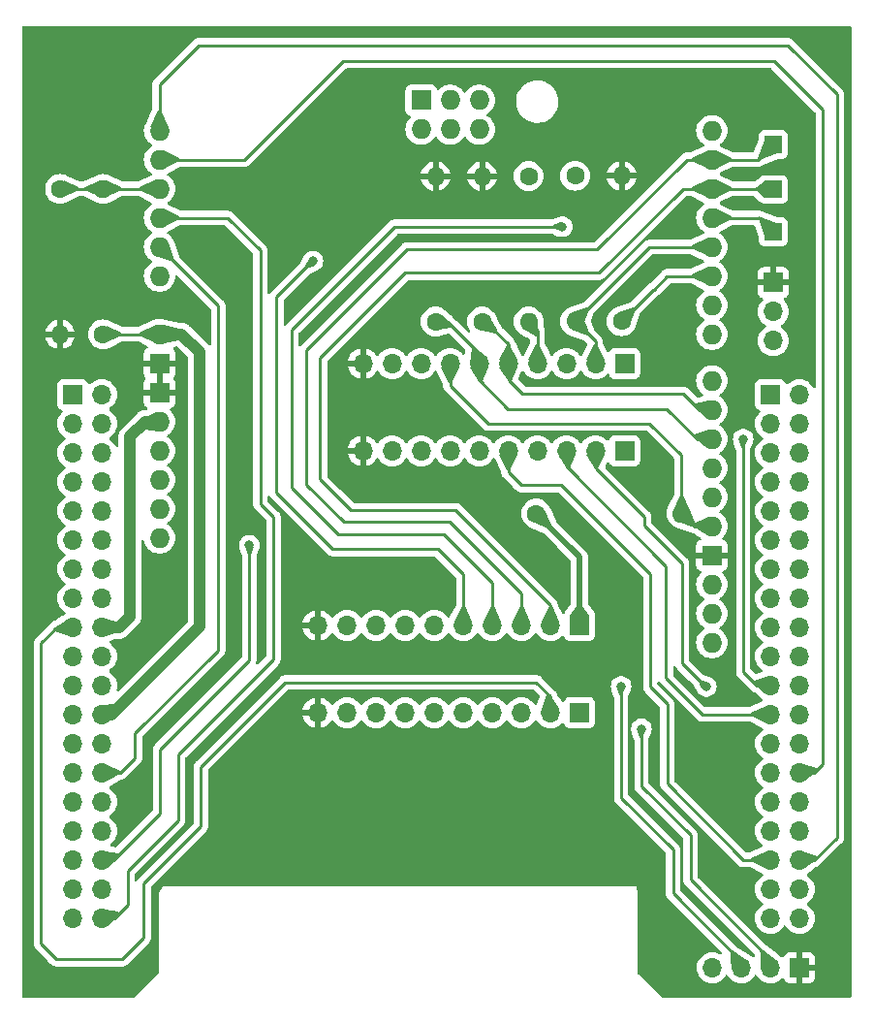
<source format=gbr>
%TF.GenerationSoftware,KiCad,Pcbnew,7.0.5*%
%TF.CreationDate,2024-01-09T20:43:35+09:00*%
%TF.ProjectId,Arduino_CQbrushless,41726475-696e-46f5-9f43-516272757368,rev?*%
%TF.SameCoordinates,Original*%
%TF.FileFunction,Copper,L1,Top*%
%TF.FilePolarity,Positive*%
%FSLAX46Y46*%
G04 Gerber Fmt 4.6, Leading zero omitted, Abs format (unit mm)*
G04 Created by KiCad (PCBNEW 7.0.5) date 2024-01-09 20:43:35*
%MOMM*%
%LPD*%
G01*
G04 APERTURE LIST*
%TA.AperFunction,ComponentPad*%
%ADD10R,1.700000X1.700000*%
%TD*%
%TA.AperFunction,ComponentPad*%
%ADD11O,1.700000X1.700000*%
%TD*%
%TA.AperFunction,ComponentPad*%
%ADD12R,1.500000X1.500000*%
%TD*%
%TA.AperFunction,ComponentPad*%
%ADD13O,1.727200X1.727200*%
%TD*%
%TA.AperFunction,ComponentPad*%
%ADD14R,1.727200X1.727200*%
%TD*%
%TA.AperFunction,ComponentPad*%
%ADD15C,1.600000*%
%TD*%
%TA.AperFunction,ComponentPad*%
%ADD16O,1.600000X1.600000*%
%TD*%
%TA.AperFunction,ViaPad*%
%ADD17C,0.800000*%
%TD*%
%TA.AperFunction,Conductor*%
%ADD18C,0.250000*%
%TD*%
%TA.AperFunction,Conductor*%
%ADD19C,1.000000*%
%TD*%
%TA.AperFunction,Conductor*%
%ADD20C,0.500000*%
%TD*%
G04 APERTURE END LIST*
D10*
%TO.P,J4,1,Pin_1*%
%TO.N,GND*%
X146050000Y-100330000D03*
D11*
%TO.P,J4,2,Pin_2*%
%TO.N,Net-(J4-Pin_2)*%
X146050000Y-102870000D03*
%TO.P,J4,3,Pin_3*%
%TO.N,+5V*%
X146050000Y-105410000D03*
%TD*%
D12*
%TO.P,REF\u002A\u002A,1*%
%TO.N,/HV_5V*%
X146050000Y-95885000D03*
%TD*%
%TO.P,REF\u002A\u002A,1*%
%TO.N,/HU_5V*%
X146050000Y-92202000D03*
%TD*%
%TO.P,REF\u002A\u002A,1*%
%TO.N,/HW_5V*%
X146050000Y-88265000D03*
%TD*%
D13*
%TO.P,A1,VIN,VIN*%
%TO.N,/VIN*%
X92405200Y-104851200D03*
%TO.P,A1,SDA,SDA*%
%TO.N,Net-(J6-Pin_3)*%
X140665200Y-129235200D03*
%TO.P,A1,SCL,SCL*%
%TO.N,Net-(J6-Pin_2)*%
X140665200Y-131775200D03*
%TO.P,A1,SCK,SPI_SCK*%
%TO.N,unconnected-(A1-SPI_SCK-PadSCK)*%
X117805200Y-86944200D03*
%TO.P,A1,RST2,SPI_RESET*%
%TO.N,unconnected-(A1-SPI_RESET-PadRST2)*%
X115265200Y-86944200D03*
%TO.P,A1,RST1,RESET*%
%TO.N,unconnected-(A1-RESET-PadRST1)*%
X92405200Y-117551200D03*
%TO.P,A1,MOSI,SPI_MOSI*%
%TO.N,unconnected-(A1-SPI_MOSI-PadMOSI)*%
X117805200Y-84404200D03*
%TO.P,A1,MISO,SPI_MISO*%
%TO.N,unconnected-(A1-SPI_MISO-PadMISO)*%
X120345200Y-86944200D03*
%TO.P,A1,IORF,IOREF*%
%TO.N,unconnected-(A1-IOREF-PadIORF)*%
X92405200Y-120091200D03*
D14*
%TO.P,A1,GND4,SPI_GND*%
%TO.N,unconnected-(A1-SPI_GND-PadGND4)*%
X115265200Y-84404200D03*
%TO.P,A1,GND3,GND*%
%TO.N,GND*%
X92405200Y-107391200D03*
%TO.P,A1,GND2,GND*%
X92405200Y-109931200D03*
%TO.P,A1,GND1,GND*%
X140665200Y-124155200D03*
D13*
%TO.P,A1,D13,D13*%
%TO.N,/Vn_5V*%
X140665200Y-121615200D03*
%TO.P,A1,D12,D12*%
%TO.N,unconnected-(A1-PadD12)*%
X140665200Y-119075200D03*
%TO.P,A1,D11,D11*%
%TO.N,unconnected-(A1-PadD11)*%
X140665200Y-116535200D03*
%TO.P,A1,D10,D10*%
%TO.N,/Vp_5V*%
X140665200Y-113995200D03*
%TO.P,A1,D9,D9*%
%TO.N,/Wp_5V*%
X140665200Y-111455200D03*
%TO.P,A1,D8,D8*%
%TO.N,/Wn_5V*%
X140665200Y-108915200D03*
%TO.P,A1,D7,D7*%
%TO.N,/Dir_5V*%
X140665200Y-104851200D03*
%TO.P,A1,D6,D6*%
%TO.N,Net-(J4-Pin_2)*%
X140665200Y-102311200D03*
%TO.P,A1,D5,D5*%
%TO.N,/Up_5V*%
X140665200Y-99771200D03*
%TO.P,A1,D4,D4*%
%TO.N,/Un_5V*%
X140665200Y-97231200D03*
%TO.P,A1,D3,D3*%
%TO.N,/HV_5V*%
X140665200Y-94691200D03*
%TO.P,A1,D2,D2*%
%TO.N,/HU_5V*%
X140665200Y-92151200D03*
%TO.P,A1,D1,D1/TX*%
%TO.N,/HW_5V*%
X140665200Y-89611200D03*
%TO.P,A1,D0,D0/RX*%
%TO.N,unconnected-(A1-D0{slash}RX-PadD0)*%
X140665200Y-87071200D03*
%TO.P,A1,BOOT,BOOT*%
%TO.N,unconnected-(A1-PadBOOT)*%
X92405200Y-122631200D03*
%TO.P,A1,AREF,AREF*%
%TO.N,+3.3V*%
X140665200Y-126695200D03*
%TO.P,A1,A5,A5*%
%TO.N,/TP_OVC1*%
X92405200Y-87071200D03*
%TO.P,A1,A4,A4*%
%TO.N,/C10-28*%
X92405200Y-89611200D03*
%TO.P,A1,A3,A3*%
%TO.N,Net-(A1-PadA3)*%
X92405200Y-92151200D03*
%TO.P,A1,A2,A2*%
%TO.N,/lw1*%
X92405200Y-94691200D03*
%TO.P,A1,A1,A1*%
%TO.N,/lu1*%
X92405200Y-97231200D03*
%TO.P,A1,A0,A0*%
%TO.N,/ACCEL*%
X92405200Y-99771200D03*
%TO.P,A1,5V2,SPI_5V*%
%TO.N,unconnected-(A1-SPI_5V-Pad5V2)*%
X120345200Y-84404200D03*
%TO.P,A1,5V1,5V*%
%TO.N,+5V*%
X92405200Y-112471200D03*
%TO.P,A1,3V3,3.3V*%
%TO.N,+3.3V*%
X92405200Y-115011200D03*
%TD*%
D15*
%TO.P,R8,1*%
%TO.N,Net-(A1-PadA3)*%
X83718400Y-92151200D03*
D16*
%TO.P,R8,2*%
%TO.N,GND*%
X83718400Y-104851200D03*
%TD*%
%TO.P,R7,2*%
%TO.N,Net-(A1-PadA3)*%
X87477600Y-92151200D03*
D15*
%TO.P,R7,1*%
%TO.N,/VIN*%
X87477600Y-104851200D03*
%TD*%
%TO.P,R6,1*%
%TO.N,/Vp_5V*%
X116535200Y-103733600D03*
D16*
%TO.P,R6,2*%
%TO.N,GND*%
X116535200Y-91033600D03*
%TD*%
D15*
%TO.P,R5,1*%
%TO.N,/Wp_5V*%
X120599200Y-103733600D03*
D16*
%TO.P,R5,2*%
%TO.N,GND*%
X120599200Y-91033600D03*
%TD*%
D15*
%TO.P,R4,1*%
%TO.N,/Up_5V*%
X132791200Y-103708200D03*
D16*
%TO.P,R4,2*%
%TO.N,GND*%
X132791200Y-91008200D03*
%TD*%
D15*
%TO.P,R3,1*%
%TO.N,+5V*%
X124663200Y-91033600D03*
D16*
%TO.P,R3,2*%
%TO.N,/Wn_5V*%
X124663200Y-103733600D03*
%TD*%
%TO.P,R2,2*%
%TO.N,/Vn_5V*%
X138023600Y-120497600D03*
D15*
%TO.P,R2,1*%
%TO.N,+5V*%
X125323600Y-120497600D03*
%TD*%
%TO.P,R1,1*%
%TO.N,+5V*%
X128727200Y-91008200D03*
D16*
%TO.P,R1,2*%
%TO.N,/Un_5V*%
X128727200Y-103708200D03*
%TD*%
D10*
%TO.P,J6,1,Pin_1*%
%TO.N,GND*%
X148326000Y-160147000D03*
D11*
%TO.P,J6,2,Pin_2*%
%TO.N,Net-(J6-Pin_2)*%
X145786000Y-160147000D03*
%TO.P,J6,3,Pin_3*%
%TO.N,Net-(J6-Pin_3)*%
X143246000Y-160147000D03*
%TO.P,J6,4,Pin_4*%
%TO.N,+5V*%
X140706000Y-160147000D03*
%TD*%
D10*
%TO.P,J3,1,VA*%
%TO.N,+5V*%
X129108200Y-130251200D03*
D11*
%TO.P,J3,2,A0*%
%TO.N,/HU_5V*%
X126568200Y-130251200D03*
%TO.P,J3,3,A1*%
%TO.N,/HW_5V*%
X124028200Y-130251200D03*
%TO.P,J3,4,A2*%
%TO.N,/HV_5V*%
X121488200Y-130251200D03*
%TO.P,J3,5,A3*%
%TO.N,/Dir_5V*%
X118948200Y-130251200D03*
%TO.P,J3,6,A4*%
%TO.N,unconnected-(J3-A4-Pad6)*%
X116408200Y-130251200D03*
%TO.P,J3,7,A5*%
%TO.N,unconnected-(J3-A5-Pad7)*%
X113868200Y-130251200D03*
%TO.P,J3,8,A6*%
%TO.N,unconnected-(J3-A6-Pad8)*%
X111328200Y-130251200D03*
%TO.P,J3,9,A7*%
%TO.N,unconnected-(J3-A7-Pad9)*%
X108788200Y-130251200D03*
%TO.P,J3,10,GND*%
%TO.N,GND*%
X106248200Y-130251200D03*
%TO.P,J3,11,OE*%
X106248200Y-137871200D03*
%TO.P,J3,12,B7*%
%TO.N,unconnected-(J3-B7-Pad12)*%
X108788200Y-137871200D03*
%TO.P,J3,13,B6*%
%TO.N,unconnected-(J3-B6-Pad13)*%
X111328200Y-137871200D03*
%TO.P,J3,14,B5*%
%TO.N,unconnected-(J3-B5-Pad14)*%
X113868200Y-137871200D03*
%TO.P,J3,15,B4*%
%TO.N,unconnected-(J3-B4-Pad15)*%
X116408200Y-137871200D03*
%TO.P,J3,16,B3*%
%TO.N,/Direction*%
X118948200Y-137871200D03*
%TO.P,J3,17,B2*%
%TO.N,/HV*%
X121488200Y-137871200D03*
%TO.P,J3,18,B1*%
%TO.N,/HW*%
X124028200Y-137871200D03*
%TO.P,J3,19,B0*%
%TO.N,/HU*%
X126568200Y-137871200D03*
D10*
%TO.P,J3,20,VB*%
%TO.N,+3.3V*%
X129108200Y-137871200D03*
%TD*%
%TO.P,J2,1,VA*%
%TO.N,+5V*%
X133045200Y-107391200D03*
D11*
%TO.P,J2,2,A0*%
%TO.N,/Un_5V*%
X130505200Y-107391200D03*
%TO.P,J2,3,A1*%
%TO.N,/Up_5V*%
X127965200Y-107391200D03*
%TO.P,J2,4,A2*%
%TO.N,/Wn_5V*%
X125425200Y-107391200D03*
%TO.P,J2,5,A3*%
%TO.N,/Wp_5V*%
X122885200Y-107391200D03*
%TO.P,J2,6,A4*%
%TO.N,/Vp_5V*%
X120345200Y-107391200D03*
%TO.P,J2,7,A5*%
%TO.N,/Vn_5V*%
X117805200Y-107391200D03*
%TO.P,J2,8,A6*%
%TO.N,unconnected-(J2-A6-Pad8)*%
X115265200Y-107391200D03*
%TO.P,J2,9,A7*%
%TO.N,unconnected-(J2-A7-Pad9)*%
X112725200Y-107391200D03*
%TO.P,J2,10,GND*%
%TO.N,GND*%
X110185200Y-107391200D03*
%TO.P,J2,11,OE*%
X110185200Y-115011200D03*
%TO.P,J2,12,B7*%
%TO.N,unconnected-(J2-B7-Pad12)*%
X112725200Y-115011200D03*
%TO.P,J2,13,B6*%
%TO.N,unconnected-(J2-B6-Pad13)*%
X115265200Y-115011200D03*
%TO.P,J2,14,B5*%
%TO.N,/Vn*%
X117805200Y-115011200D03*
%TO.P,J2,15,B4*%
%TO.N,/Vp*%
X120345200Y-115011200D03*
%TO.P,J2,16,B3*%
%TO.N,/Wp*%
X122885200Y-115011200D03*
%TO.P,J2,17,B2*%
%TO.N,/Wn*%
X125425200Y-115011200D03*
%TO.P,J2,18,B1*%
%TO.N,/Up*%
X127965200Y-115011200D03*
%TO.P,J2,19,B0*%
%TO.N,/Un*%
X130505200Y-115011200D03*
D10*
%TO.P,J2,20,VB*%
%TO.N,+3.3V*%
X133045200Y-115011200D03*
%TD*%
%TO.P,J1,1,Pin_1*%
%TO.N,unconnected-(J1-Pin_1-Pad1)*%
X84826000Y-110109000D03*
D11*
%TO.P,J1,2,Pin_2*%
%TO.N,unconnected-(J1-Pin_2-Pad2)*%
X87366000Y-110109000D03*
%TO.P,J1,3,Pin_3*%
%TO.N,unconnected-(J1-Pin_3-Pad3)*%
X84826000Y-112649000D03*
%TO.P,J1,4,Pin_4*%
%TO.N,unconnected-(J1-Pin_4-Pad4)*%
X87366000Y-112649000D03*
%TO.P,J1,5,Pin_5*%
%TO.N,unconnected-(J1-Pin_5-Pad5)*%
X84826000Y-115189000D03*
%TO.P,J1,6,Pin_6*%
%TO.N,unconnected-(J1-Pin_6-Pad6)*%
X87366000Y-115189000D03*
%TO.P,J1,7,Pin_7*%
%TO.N,unconnected-(J1-Pin_7-Pad7)*%
X84826000Y-117729000D03*
%TO.P,J1,8,Pin_8*%
%TO.N,unconnected-(J1-Pin_8-Pad8)*%
X87366000Y-117729000D03*
%TO.P,J1,9,Pin_9*%
%TO.N,unconnected-(J1-Pin_9-Pad9)*%
X84826000Y-120269000D03*
%TO.P,J1,10,Pin_10*%
%TO.N,unconnected-(J1-Pin_10-Pad10)*%
X87366000Y-120269000D03*
%TO.P,J1,11,Pin_11*%
%TO.N,unconnected-(J1-Pin_11-Pad11)*%
X84826000Y-122809000D03*
%TO.P,J1,12,Pin_12*%
%TO.N,unconnected-(J1-Pin_12-Pad12)*%
X87366000Y-122809000D03*
%TO.P,J1,13,Pin_13*%
%TO.N,unconnected-(J1-Pin_13-Pad13)*%
X84826000Y-125349000D03*
%TO.P,J1,14,Pin_14*%
%TO.N,unconnected-(J1-Pin_14-Pad14)*%
X87366000Y-125349000D03*
%TO.P,J1,15,Pin_15*%
%TO.N,unconnected-(J1-Pin_15-Pad15)*%
X84826000Y-127889000D03*
%TO.P,J1,16,Pin_16*%
%TO.N,+3.3V*%
X87366000Y-127889000D03*
%TO.P,J1,17,Pin_17*%
%TO.N,/HU*%
X84826000Y-130429000D03*
%TO.P,J1,18,Pin_18*%
%TO.N,+5V*%
X87366000Y-130429000D03*
%TO.P,J1,19,Pin_19*%
%TO.N,unconnected-(J1-Pin_19-Pad19)*%
X84826000Y-132969000D03*
%TO.P,J1,20,Pin_20*%
%TO.N,unconnected-(J1-Pin_20-Pad20)*%
X87366000Y-132969000D03*
%TO.P,J1,21,Pin_21*%
%TO.N,unconnected-(J1-Pin_21-Pad21)*%
X84826000Y-135509000D03*
%TO.P,J1,22,Pin_22*%
%TO.N,unconnected-(J1-Pin_22-Pad22)*%
X87366000Y-135509000D03*
%TO.P,J1,23,Pin_23*%
%TO.N,unconnected-(J1-Pin_23-Pad23)*%
X84826000Y-138049000D03*
%TO.P,J1,24,Pin_24*%
%TO.N,/VIN*%
X87366000Y-138049000D03*
%TO.P,J1,25,Pin_25*%
%TO.N,unconnected-(J1-Pin_25-Pad25)*%
X84826000Y-140589000D03*
%TO.P,J1,26,Pin_26*%
%TO.N,unconnected-(J1-Pin_26-Pad26)*%
X87366000Y-140589000D03*
%TO.P,J1,27,Pin_27*%
%TO.N,unconnected-(J1-Pin_27-Pad27)*%
X84826000Y-143129000D03*
%TO.P,J1,28,Pin_28*%
%TO.N,/lu1*%
X87366000Y-143129000D03*
%TO.P,J1,29,Pin_29*%
%TO.N,unconnected-(J1-Pin_29-Pad29)*%
X84826000Y-145669000D03*
%TO.P,J1,30,Pin_30*%
%TO.N,unconnected-(J1-Pin_30-Pad30)*%
X87366000Y-145669000D03*
%TO.P,J1,31,Pin_31*%
%TO.N,unconnected-(J1-Pin_31-Pad31)*%
X84826000Y-148209000D03*
%TO.P,J1,32,Pin_32*%
%TO.N,unconnected-(J1-Pin_32-Pad32)*%
X87366000Y-148209000D03*
%TO.P,J1,33,Pin_33*%
%TO.N,unconnected-(J1-Pin_33-Pad33)*%
X84826000Y-150749000D03*
%TO.P,J1,34,Pin_34*%
%TO.N,/Vn*%
X87366000Y-150749000D03*
%TO.P,J1,35,Pin_35*%
%TO.N,/ACCEL*%
X84826000Y-153289000D03*
%TO.P,J1,36,Pin_36*%
%TO.N,unconnected-(J1-Pin_36-Pad36)*%
X87366000Y-153289000D03*
%TO.P,J1,37,Pin_37*%
%TO.N,unconnected-(J1-Pin_37-Pad37)*%
X84826000Y-155829000D03*
%TO.P,J1,38,Pin_38*%
%TO.N,/lw1*%
X87366000Y-155829000D03*
D10*
%TO.P,J1,39,39*%
%TO.N,unconnected-(J1-Pad39)*%
X145786000Y-110109000D03*
D11*
%TO.P,J1,40,40*%
%TO.N,unconnected-(J1-Pad40)*%
X148326000Y-110109000D03*
%TO.P,J1,41,41*%
%TO.N,/Direction*%
X145786000Y-112649000D03*
%TO.P,J1,42,42*%
%TO.N,unconnected-(J1-Pad42)*%
X148326000Y-112649000D03*
%TO.P,J1,43,43*%
%TO.N,unconnected-(J1-Pad43)*%
X145786000Y-115189000D03*
%TO.P,J1,44,44*%
%TO.N,unconnected-(J1-Pad44)*%
X148326000Y-115189000D03*
%TO.P,J1,45,45*%
%TO.N,unconnected-(J1-Pad45)*%
X145786000Y-117729000D03*
%TO.P,J1,46,46*%
%TO.N,unconnected-(J1-Pad46)*%
X148326000Y-117729000D03*
%TO.P,J1,47,47*%
%TO.N,unconnected-(J1-Pad47)*%
X145786000Y-120269000D03*
%TO.P,J1,48,48*%
%TO.N,unconnected-(J1-Pad48)*%
X148326000Y-120269000D03*
%TO.P,J1,49,49*%
%TO.N,unconnected-(J1-Pad49)*%
X145786000Y-122809000D03*
%TO.P,J1,50,50*%
%TO.N,unconnected-(J1-Pad50)*%
X148326000Y-122809000D03*
%TO.P,J1,51,51*%
%TO.N,unconnected-(J1-Pad51)*%
X145786000Y-125349000D03*
%TO.P,J1,52,52*%
%TO.N,unconnected-(J1-Pad52)*%
X148326000Y-125349000D03*
%TO.P,J1,53,53*%
%TO.N,unconnected-(J1-Pad53)*%
X145786000Y-127889000D03*
%TO.P,J1,54,54*%
%TO.N,unconnected-(J1-Pad54)*%
X148326000Y-127889000D03*
%TO.P,J1,55,55*%
%TO.N,unconnected-(J1-Pad55)*%
X145786000Y-130429000D03*
%TO.P,J1,56,56*%
%TO.N,unconnected-(J1-Pad56)*%
X148326000Y-130429000D03*
%TO.P,J1,57,57*%
%TO.N,unconnected-(J1-Pad57)*%
X145786000Y-132969000D03*
%TO.P,J1,58,58*%
%TO.N,unconnected-(J1-Pad58)*%
X148326000Y-132969000D03*
%TO.P,J1,59,59*%
%TO.N,/Vp*%
X145786000Y-135509000D03*
%TO.P,J1,60,60*%
%TO.N,unconnected-(J1-Pad60)*%
X148326000Y-135509000D03*
%TO.P,J1,61,61*%
%TO.N,/Up*%
X145786000Y-138049000D03*
%TO.P,J1,62,62*%
%TO.N,/Wn*%
X148326000Y-138049000D03*
%TO.P,J1,63,63*%
%TO.N,/HW*%
X145786000Y-140589000D03*
%TO.P,J1,64,64*%
%TO.N,/Un*%
X148326000Y-140589000D03*
%TO.P,J1,65,65*%
%TO.N,unconnected-(J1-Pad65)*%
X145786000Y-143129000D03*
%TO.P,J1,66,66*%
%TO.N,/C10-28*%
X148326000Y-143129000D03*
%TO.P,J1,67,67*%
%TO.N,unconnected-(J1-Pad67)*%
X145786000Y-145669000D03*
%TO.P,J1,68,68*%
%TO.N,unconnected-(J1-Pad68)*%
X148326000Y-145669000D03*
%TO.P,J1,69,69*%
%TO.N,/HV*%
X145786000Y-148209000D03*
%TO.P,J1,70,70*%
%TO.N,unconnected-(J1-Pad70)*%
X148326000Y-148209000D03*
%TO.P,J1,71,71*%
%TO.N,/Wp*%
X145786000Y-150749000D03*
%TO.P,J1,72,72*%
%TO.N,/TP_OVC1*%
X148326000Y-150749000D03*
%TO.P,J1,73,73*%
%TO.N,unconnected-(J1-Pad73)*%
X145786000Y-153289000D03*
%TO.P,J1,74,74*%
%TO.N,unconnected-(J1-Pad74)*%
X148326000Y-153289000D03*
%TO.P,J1,75,75*%
%TO.N,unconnected-(J1-Pad75)*%
X145786000Y-155829000D03*
%TO.P,J1,76,76*%
%TO.N,unconnected-(J1-Pad76)*%
X148326000Y-155829000D03*
%TD*%
D17*
%TO.N,GND*%
X90170000Y-145288000D03*
X99568000Y-120269000D03*
X97536000Y-98044000D03*
X138557000Y-139319000D03*
X124968000Y-141935200D03*
X132842000Y-125984000D03*
X99822000Y-150241000D03*
X99822000Y-146304000D03*
X85344000Y-86487000D03*
X85344000Y-81788000D03*
X92583000Y-129540000D03*
X141224000Y-144272000D03*
X121285000Y-143510000D03*
%TO.N,/Vn*%
X100253800Y-123266200D03*
%TO.N,/Dir_5V*%
X105816400Y-98450400D03*
%TO.N,/HV_5V*%
X127609600Y-95453200D03*
%TO.N,Net-(J6-Pin_2)*%
X134518400Y-139293600D03*
%TO.N,Net-(J6-Pin_3)*%
X132740400Y-135585200D03*
%TO.N,/Un*%
X140182600Y-135610600D03*
%TO.N,/Vp*%
X143408400Y-113995200D03*
%TD*%
D18*
%TO.N,/Dir_5V*%
X116738400Y-123596400D02*
X118948200Y-125806200D01*
X102616000Y-118668800D02*
X107543600Y-123596400D01*
X118948200Y-125806200D02*
X118948200Y-130251200D01*
X102616000Y-101600000D02*
X102616000Y-118668800D01*
X105765600Y-98450400D02*
X102616000Y-101600000D01*
X107543600Y-123596400D02*
X116738400Y-123596400D01*
X105816400Y-98450400D02*
X105765600Y-98450400D01*
%TO.N,/HW_5V*%
X138480800Y-89611200D02*
X140665200Y-89611200D01*
X130657600Y-97434400D02*
X138480800Y-89611200D01*
X114046000Y-97434400D02*
X130657600Y-97434400D01*
X105257600Y-117957600D02*
X105257600Y-106222800D01*
X108508800Y-121208800D02*
X105257600Y-117957600D01*
X105257600Y-106222800D02*
X114046000Y-97434400D01*
X124028200Y-127457200D02*
X117779800Y-121208800D01*
X124028200Y-130251200D02*
X124028200Y-127457200D01*
X117779800Y-121208800D02*
X108508800Y-121208800D01*
%TO.N,/HV_5V*%
X103936800Y-118211600D02*
X108051600Y-122326400D01*
X103936800Y-104444800D02*
X103936800Y-118211600D01*
X108051600Y-122326400D02*
X117246400Y-122326400D01*
X117246400Y-122326400D02*
X121488200Y-126568200D01*
X112928400Y-95453200D02*
X103936800Y-104444800D01*
X127609600Y-95453200D02*
X112928400Y-95453200D01*
X121488200Y-126568200D02*
X121488200Y-130251200D01*
%TO.N,/Vp*%
X143408400Y-134315200D02*
X144602200Y-135509000D01*
X143408400Y-113995200D02*
X143408400Y-134315200D01*
X144602200Y-135509000D02*
X145786000Y-135509000D01*
%TO.N,/HV_5V*%
X144856200Y-94691200D02*
X146050000Y-95885000D01*
X140665200Y-94691200D02*
X144856200Y-94691200D01*
%TO.N,/HW_5V*%
X144703800Y-89611200D02*
X146050000Y-88265000D01*
X140665200Y-89611200D02*
X144703800Y-89611200D01*
%TO.N,/HU_5V*%
X145999200Y-92151200D02*
X146050000Y-92202000D01*
X140665200Y-92151200D02*
X145999200Y-92151200D01*
%TO.N,/C10-28*%
X108458000Y-80975200D02*
X99822000Y-89611200D01*
X150368000Y-142341600D02*
X150368000Y-85217000D01*
X150368000Y-85217000D02*
X146126200Y-80975200D01*
X149580600Y-143129000D02*
X150368000Y-142341600D01*
X148326000Y-143129000D02*
X149580600Y-143129000D01*
X146126200Y-80975200D02*
X108458000Y-80975200D01*
X99822000Y-89611200D02*
X92405200Y-89611200D01*
%TO.N,/TP_OVC1*%
X92405200Y-83007200D02*
X92405200Y-87071200D01*
X95808800Y-79603600D02*
X92405200Y-83007200D01*
X147294600Y-79603600D02*
X95808800Y-79603600D01*
X151587200Y-83896200D02*
X147294600Y-79603600D01*
X149631400Y-150749000D02*
X151587200Y-148793200D01*
X148326000Y-150749000D02*
X149631400Y-150749000D01*
X151587200Y-148793200D02*
X151587200Y-83896200D01*
%TO.N,/lw1*%
X87391400Y-155803600D02*
X87366000Y-155829000D01*
X88446901Y-155803600D02*
X87391400Y-155803600D01*
X89611200Y-154639301D02*
X88446901Y-155803600D01*
X89611200Y-151688800D02*
X89611200Y-154639301D01*
X94030800Y-147269200D02*
X89611200Y-151688800D01*
X102362000Y-133223000D02*
X94030800Y-141554200D01*
X102362000Y-120789700D02*
X102362000Y-133223000D01*
X101219000Y-97536000D02*
X101219000Y-119646700D01*
X101219000Y-119646700D02*
X102362000Y-120789700D01*
X94030800Y-141554200D02*
X94030800Y-147269200D01*
X98374200Y-94691200D02*
X101219000Y-97536000D01*
X92405200Y-94691200D02*
X98374200Y-94691200D01*
%TO.N,/Vn*%
X88392000Y-150749000D02*
X87366000Y-150749000D01*
X92456000Y-141097000D02*
X92456000Y-146685000D01*
X100253800Y-133299200D02*
X92456000Y-141097000D01*
X92456000Y-146685000D02*
X88392000Y-150749000D01*
X100253800Y-123266200D02*
X100253800Y-133299200D01*
%TO.N,/lu1*%
X90271600Y-141833600D02*
X88976200Y-143129000D01*
X97536000Y-132435600D02*
X90271600Y-139700000D01*
X97536000Y-102362000D02*
X97536000Y-132435600D01*
X90271600Y-139700000D02*
X90271600Y-141833600D01*
X92405200Y-97231200D02*
X97536000Y-102362000D01*
X88976200Y-143129000D02*
X87366000Y-143129000D01*
%TO.N,Net-(J6-Pin_3)*%
X143246000Y-159629000D02*
X143246000Y-160147000D01*
X137287000Y-153670000D02*
X143246000Y-159629000D01*
X137287000Y-149860000D02*
X137287000Y-153670000D01*
X132740400Y-145313400D02*
X137287000Y-149860000D01*
X132740400Y-135585200D02*
X132740400Y-145313400D01*
%TO.N,/Wp*%
X143433800Y-150749000D02*
X145786000Y-150749000D01*
X136779000Y-137134600D02*
X136779000Y-144094200D01*
X135280400Y-125755400D02*
X135280400Y-135636000D01*
X135280400Y-135636000D02*
X136779000Y-137134600D01*
X127533400Y-118008400D02*
X135280400Y-125755400D01*
X124002800Y-118008400D02*
X127533400Y-118008400D01*
X122885200Y-116890800D02*
X124002800Y-118008400D01*
X136779000Y-144094200D02*
X143433800Y-150749000D01*
X122885200Y-115011200D02*
X122885200Y-116890800D01*
%TO.N,/Up*%
X136652000Y-134874000D02*
X139827000Y-138049000D01*
X136652000Y-125069600D02*
X136652000Y-134874000D01*
X139827000Y-138049000D02*
X145786000Y-138049000D01*
X127965200Y-116382800D02*
X136652000Y-125069600D01*
X127965200Y-115011200D02*
X127965200Y-116382800D01*
%TO.N,/Un*%
X134772400Y-121564400D02*
X134772400Y-120802400D01*
X138074400Y-124866400D02*
X134772400Y-121564400D01*
X138074400Y-133604000D02*
X138074400Y-124866400D01*
X130505200Y-116535200D02*
X130505200Y-115011200D01*
X140081000Y-135610600D02*
X138074400Y-133604000D01*
X134772400Y-120802400D02*
X130505200Y-116535200D01*
X140182600Y-135610600D02*
X140081000Y-135610600D01*
%TO.N,/HU_5V*%
X138125200Y-92151200D02*
X140665200Y-92151200D01*
X130810000Y-99466400D02*
X138125200Y-92151200D01*
X118287800Y-120192800D02*
X109118400Y-120192800D01*
X106426000Y-106934000D02*
X113893600Y-99466400D01*
X113893600Y-99466400D02*
X130810000Y-99466400D01*
X126568200Y-128473200D02*
X118287800Y-120192800D01*
X126568200Y-130251200D02*
X126568200Y-128473200D01*
X109118400Y-120192800D02*
X106426000Y-117500400D01*
X106426000Y-117500400D02*
X106426000Y-106934000D01*
%TO.N,Net-(J6-Pin_2)*%
X138811000Y-152476200D02*
X145786000Y-159451200D01*
X145786000Y-159451200D02*
X145786000Y-160147000D01*
X134518400Y-144297400D02*
X138811000Y-148590000D01*
X138811000Y-148590000D02*
X138811000Y-152476200D01*
X134518400Y-139293600D02*
X134518400Y-144297400D01*
%TO.N,/HU*%
X125323600Y-135229600D02*
X126568200Y-136474200D01*
X103403400Y-135229600D02*
X125323600Y-135229600D01*
X96012000Y-142621000D02*
X103403400Y-135229600D01*
X96012000Y-147828000D02*
X96012000Y-142621000D01*
X91033600Y-152806400D02*
X96012000Y-147828000D01*
X83413600Y-159410400D02*
X89154000Y-159410400D01*
X91033600Y-157530800D02*
X91033600Y-152806400D01*
X82042000Y-131826000D02*
X82042000Y-158038800D01*
X82042000Y-158038800D02*
X83413600Y-159410400D01*
X83439000Y-130429000D02*
X82042000Y-131826000D01*
X84826000Y-130429000D02*
X83439000Y-130429000D01*
X89154000Y-159410400D02*
X91033600Y-157530800D01*
X126568200Y-136474200D02*
X126568200Y-137871200D01*
D19*
%TO.N,/VIN*%
X94335600Y-104851200D02*
X92405200Y-104851200D01*
X95910400Y-130352800D02*
X95910400Y-106426000D01*
X88214200Y-138049000D02*
X95910400Y-130352800D01*
X87366000Y-138049000D02*
X88214200Y-138049000D01*
X95910400Y-106426000D02*
X94335600Y-104851200D01*
D20*
%TO.N,+5V*%
X129108200Y-124282200D02*
X125323600Y-120497600D01*
X129108200Y-130251200D02*
X129108200Y-124282200D01*
D18*
%TO.N,/VIN*%
X87477600Y-104851200D02*
X92405200Y-104851200D01*
%TO.N,Net-(A1-PadA3)*%
X87477600Y-92151200D02*
X92405200Y-92151200D01*
X83718400Y-92151200D02*
X87477600Y-92151200D01*
D19*
%TO.N,+5V*%
X91135200Y-112471200D02*
X92405200Y-112471200D01*
X89814400Y-129489200D02*
X89814400Y-113792000D01*
X88874600Y-130429000D02*
X89814400Y-129489200D01*
X87366000Y-130429000D02*
X88874600Y-130429000D01*
X89814400Y-113792000D02*
X91135200Y-112471200D01*
D18*
%TO.N,/Vn_5V*%
X137998200Y-115392200D02*
X137998200Y-120421400D01*
X135229600Y-112623600D02*
X137998200Y-115392200D01*
X121107200Y-112623600D02*
X135229600Y-112623600D01*
X139192000Y-121615200D02*
X140665200Y-121615200D01*
X117805200Y-109321600D02*
X121107200Y-112623600D01*
X117805200Y-107391200D02*
X117805200Y-109321600D01*
X137998200Y-120421400D02*
X139192000Y-121615200D01*
%TO.N,/Vp_5V*%
X136753600Y-111353600D02*
X139395200Y-113995200D01*
X139395200Y-113995200D02*
X140665200Y-113995200D01*
X122834400Y-111353600D02*
X136753600Y-111353600D01*
X120345200Y-108864400D02*
X122834400Y-111353600D01*
X120345200Y-107391200D02*
X120345200Y-108864400D01*
%TO.N,/Wp_5V*%
X124104400Y-110032800D02*
X138176000Y-110032800D01*
X138176000Y-110032800D02*
X139598400Y-111455200D01*
X122885200Y-108813600D02*
X124104400Y-110032800D01*
X139598400Y-111455200D02*
X140665200Y-111455200D01*
X122885200Y-107391200D02*
X122885200Y-108813600D01*
%TO.N,/Vp_5V*%
X117551200Y-103733600D02*
X116535200Y-103733600D01*
X120345200Y-106527600D02*
X117551200Y-103733600D01*
X120345200Y-107391200D02*
X120345200Y-106527600D01*
%TO.N,/Wp_5V*%
X120904000Y-103733600D02*
X120599200Y-103733600D01*
X122885200Y-107391200D02*
X122885200Y-105714800D01*
X122885200Y-105714800D02*
X120904000Y-103733600D01*
%TO.N,/Wn_5V*%
X125425200Y-104495600D02*
X124663200Y-103733600D01*
X125425200Y-107391200D02*
X125425200Y-104495600D01*
%TO.N,/Un_5V*%
X135204200Y-97231200D02*
X140665200Y-97231200D01*
X128727200Y-103708200D02*
X135204200Y-97231200D01*
%TO.N,/Up_5V*%
X136753600Y-99771200D02*
X140665200Y-99771200D01*
X135559800Y-100939600D02*
X135585200Y-100939600D01*
X135585200Y-100939600D02*
X136753600Y-99771200D01*
X132791200Y-103708200D02*
X135559800Y-100939600D01*
%TO.N,/Un_5V*%
X130505200Y-105486200D02*
X128727200Y-103708200D01*
X130505200Y-107391200D02*
X130505200Y-105486200D01*
%TD*%
%TA.AperFunction,Conductor*%
%TO.N,GND*%
G36*
X136111103Y-135200748D02*
G01*
X136136632Y-135231340D01*
X136153827Y-135260416D01*
X136153833Y-135260424D01*
X136167990Y-135274580D01*
X136180628Y-135289376D01*
X136192405Y-135305586D01*
X136192406Y-135305587D01*
X136228309Y-135335288D01*
X136232620Y-135339210D01*
X138554765Y-137661356D01*
X139326197Y-138432788D01*
X139336022Y-138445051D01*
X139336243Y-138444869D01*
X139341211Y-138450874D01*
X139390932Y-138497566D01*
X139392332Y-138498923D01*
X139412523Y-138519115D01*
X139412527Y-138519118D01*
X139412529Y-138519120D01*
X139418011Y-138523373D01*
X139422443Y-138527157D01*
X139456418Y-138559062D01*
X139473976Y-138568714D01*
X139490233Y-138579393D01*
X139506064Y-138591673D01*
X139525737Y-138600186D01*
X139548833Y-138610182D01*
X139554077Y-138612750D01*
X139594908Y-138635197D01*
X139607523Y-138638435D01*
X139614305Y-138640177D01*
X139632719Y-138646481D01*
X139651104Y-138654438D01*
X139697157Y-138661732D01*
X139702826Y-138662906D01*
X139747981Y-138674500D01*
X139768016Y-138674500D01*
X139787413Y-138676026D01*
X139807196Y-138679160D01*
X139853583Y-138674775D01*
X139859422Y-138674500D01*
X143932251Y-138674500D01*
X143985938Y-138686725D01*
X145077385Y-139210963D01*
X145129292Y-139257731D01*
X145147674Y-139325140D01*
X145126694Y-139391785D01*
X145094821Y-139424312D01*
X144914594Y-139550508D01*
X144747505Y-139717597D01*
X144611965Y-139911169D01*
X144611964Y-139911171D01*
X144512098Y-140125335D01*
X144512094Y-140125344D01*
X144450938Y-140353586D01*
X144450936Y-140353596D01*
X144430341Y-140588999D01*
X144430341Y-140589000D01*
X144450936Y-140824403D01*
X144450938Y-140824413D01*
X144512094Y-141052655D01*
X144512096Y-141052659D01*
X144512097Y-141052663D01*
X144592004Y-141224023D01*
X144611965Y-141266830D01*
X144611967Y-141266834D01*
X144710429Y-141407451D01*
X144747501Y-141460396D01*
X144747506Y-141460402D01*
X144914597Y-141627493D01*
X144914603Y-141627498D01*
X145100158Y-141757425D01*
X145143783Y-141812002D01*
X145150977Y-141881500D01*
X145119454Y-141943855D01*
X145100158Y-141960575D01*
X144914597Y-142090505D01*
X144747505Y-142257597D01*
X144611965Y-142451169D01*
X144611964Y-142451171D01*
X144512098Y-142665335D01*
X144512094Y-142665344D01*
X144450938Y-142893586D01*
X144450936Y-142893596D01*
X144430341Y-143128999D01*
X144430341Y-143129000D01*
X144450936Y-143364403D01*
X144450938Y-143364413D01*
X144512094Y-143592655D01*
X144512096Y-143592659D01*
X144512097Y-143592663D01*
X144580644Y-143739662D01*
X144611965Y-143806830D01*
X144611967Y-143806834D01*
X144631766Y-143835109D01*
X144747501Y-144000396D01*
X144747506Y-144000402D01*
X144914597Y-144167493D01*
X144914603Y-144167498D01*
X145100158Y-144297425D01*
X145143783Y-144352002D01*
X145150977Y-144421500D01*
X145119454Y-144483855D01*
X145100158Y-144500575D01*
X144914597Y-144630505D01*
X144747505Y-144797597D01*
X144611965Y-144991169D01*
X144611964Y-144991171D01*
X144512098Y-145205335D01*
X144512094Y-145205344D01*
X144450938Y-145433586D01*
X144450936Y-145433596D01*
X144430341Y-145668999D01*
X144430341Y-145669000D01*
X144450936Y-145904403D01*
X144450938Y-145904413D01*
X144512094Y-146132655D01*
X144512096Y-146132659D01*
X144512097Y-146132663D01*
X144516000Y-146141032D01*
X144611965Y-146346830D01*
X144611967Y-146346834D01*
X144720281Y-146501521D01*
X144747501Y-146540396D01*
X144747506Y-146540402D01*
X144914597Y-146707493D01*
X144914603Y-146707498D01*
X145100158Y-146837425D01*
X145143783Y-146892002D01*
X145150977Y-146961500D01*
X145119454Y-147023855D01*
X145100158Y-147040575D01*
X144914597Y-147170505D01*
X144747505Y-147337597D01*
X144611965Y-147531169D01*
X144611964Y-147531171D01*
X144512098Y-147745335D01*
X144512094Y-147745344D01*
X144450938Y-147973586D01*
X144450936Y-147973596D01*
X144430341Y-148208999D01*
X144430341Y-148209000D01*
X144450936Y-148444403D01*
X144450938Y-148444413D01*
X144512094Y-148672655D01*
X144512096Y-148672659D01*
X144512097Y-148672663D01*
X144595358Y-148851217D01*
X144611965Y-148886830D01*
X144611967Y-148886834D01*
X144637345Y-148923077D01*
X144747501Y-149080396D01*
X144747506Y-149080402D01*
X144914597Y-149247493D01*
X144914603Y-149247498D01*
X145094818Y-149373686D01*
X145138443Y-149428263D01*
X145145637Y-149497761D01*
X145114114Y-149560116D01*
X145077382Y-149587036D01*
X143985935Y-150111275D01*
X143932248Y-150123500D01*
X143744253Y-150123500D01*
X143677214Y-150103815D01*
X143656572Y-150087181D01*
X137440819Y-143871428D01*
X137407334Y-143810105D01*
X137404500Y-143783747D01*
X137404500Y-137217337D01*
X137406224Y-137201723D01*
X137405938Y-137201696D01*
X137406672Y-137193933D01*
X137404531Y-137125770D01*
X137404500Y-137123823D01*
X137404500Y-137095251D01*
X137404500Y-137095250D01*
X137403629Y-137088359D01*
X137403172Y-137082545D01*
X137401709Y-137035974D01*
X137401709Y-137035972D01*
X137396120Y-137016737D01*
X137392174Y-136997684D01*
X137389664Y-136977808D01*
X137372501Y-136934459D01*
X137370614Y-136928946D01*
X137369864Y-136926366D01*
X137357617Y-136884210D01*
X137355467Y-136880575D01*
X137347421Y-136866969D01*
X137338860Y-136849493D01*
X137332364Y-136833086D01*
X137331486Y-136830868D01*
X137331486Y-136830867D01*
X137318783Y-136813384D01*
X137304083Y-136793150D01*
X137300900Y-136788305D01*
X137277170Y-136748179D01*
X137277165Y-136748173D01*
X137263005Y-136734013D01*
X137250370Y-136719220D01*
X137238593Y-136703012D01*
X137202693Y-136673313D01*
X137198381Y-136669390D01*
X135942219Y-135413228D01*
X135908734Y-135351905D01*
X135905900Y-135325547D01*
X135905900Y-135294461D01*
X135925585Y-135227422D01*
X135978389Y-135181667D01*
X136047547Y-135171723D01*
X136111103Y-135200748D01*
G37*
%TD.AperFunction*%
%TA.AperFunction,Conductor*%
G36*
X98130787Y-95336385D02*
G01*
X98151429Y-95353019D01*
X100557181Y-97758771D01*
X100590666Y-97820094D01*
X100593500Y-97846452D01*
X100593500Y-119563955D01*
X100591775Y-119579572D01*
X100592061Y-119579599D01*
X100591326Y-119587366D01*
X100593469Y-119655546D01*
X100593500Y-119657493D01*
X100593500Y-119686043D01*
X100593501Y-119686060D01*
X100594368Y-119692931D01*
X100594826Y-119698750D01*
X100596290Y-119745324D01*
X100596291Y-119745327D01*
X100601880Y-119764567D01*
X100605824Y-119783611D01*
X100608336Y-119803492D01*
X100625490Y-119846819D01*
X100627382Y-119852347D01*
X100640382Y-119897090D01*
X100648144Y-119910216D01*
X100650580Y-119914334D01*
X100659138Y-119931803D01*
X100666514Y-119950432D01*
X100693898Y-119988123D01*
X100697106Y-119993007D01*
X100720827Y-120033116D01*
X100720833Y-120033124D01*
X100734990Y-120047280D01*
X100747628Y-120062076D01*
X100759405Y-120078286D01*
X100759406Y-120078287D01*
X100795309Y-120107988D01*
X100799620Y-120111910D01*
X101251855Y-120564145D01*
X101700181Y-121012471D01*
X101733666Y-121073794D01*
X101736500Y-121100152D01*
X101736500Y-132912546D01*
X101716815Y-132979585D01*
X101700181Y-133000227D01*
X101046809Y-133653599D01*
X100985486Y-133687084D01*
X100915794Y-133682100D01*
X100859861Y-133640228D01*
X100835444Y-133574764D01*
X100839024Y-133535080D01*
X100844979Y-133511887D01*
X100851277Y-133493491D01*
X100859238Y-133475095D01*
X100866529Y-133429053D01*
X100867708Y-133423362D01*
X100879300Y-133378219D01*
X100879300Y-133358183D01*
X100880827Y-133338782D01*
X100883960Y-133319004D01*
X100879575Y-133272615D01*
X100879300Y-133266777D01*
X100879300Y-124194435D01*
X100887311Y-124150589D01*
X101092190Y-123608610D01*
X101092191Y-123608606D01*
X101092194Y-123608599D01*
X101106380Y-123565254D01*
X101106816Y-123561874D01*
X101111866Y-123539421D01*
X101139472Y-123454462D01*
X101139471Y-123454462D01*
X101139474Y-123454456D01*
X101159260Y-123266200D01*
X101139474Y-123077944D01*
X101080979Y-122897916D01*
X100986333Y-122733984D01*
X100859671Y-122593312D01*
X100859670Y-122593311D01*
X100706534Y-122482051D01*
X100706529Y-122482048D01*
X100533607Y-122405057D01*
X100533602Y-122405055D01*
X100387800Y-122374065D01*
X100348446Y-122365700D01*
X100159154Y-122365700D01*
X100126697Y-122372598D01*
X99973997Y-122405055D01*
X99973992Y-122405057D01*
X99801070Y-122482048D01*
X99801065Y-122482051D01*
X99647929Y-122593311D01*
X99521266Y-122733985D01*
X99426621Y-122897915D01*
X99426618Y-122897922D01*
X99370062Y-123071985D01*
X99368126Y-123077944D01*
X99348340Y-123266200D01*
X99350071Y-123282666D01*
X99368126Y-123454456D01*
X99368128Y-123454462D01*
X99408421Y-123578474D01*
X99409981Y-123584189D01*
X99415402Y-123608590D01*
X99415407Y-123608606D01*
X99620289Y-124150590D01*
X99628300Y-124194436D01*
X99628300Y-132988746D01*
X99608615Y-133055785D01*
X99591981Y-133076427D01*
X92072208Y-140596199D01*
X92059951Y-140606020D01*
X92060134Y-140606241D01*
X92054122Y-140611214D01*
X92007432Y-140660932D01*
X92006079Y-140662329D01*
X91985889Y-140682519D01*
X91985877Y-140682532D01*
X91981621Y-140688017D01*
X91977837Y-140692447D01*
X91945937Y-140726418D01*
X91945936Y-140726420D01*
X91936284Y-140743976D01*
X91925610Y-140760226D01*
X91913329Y-140776061D01*
X91913324Y-140776068D01*
X91894815Y-140818838D01*
X91892245Y-140824084D01*
X91869803Y-140864906D01*
X91864822Y-140884307D01*
X91858521Y-140902710D01*
X91850562Y-140921102D01*
X91850561Y-140921105D01*
X91843271Y-140967127D01*
X91842087Y-140972846D01*
X91830501Y-141017972D01*
X91830500Y-141017982D01*
X91830500Y-141038016D01*
X91828973Y-141057415D01*
X91825840Y-141077194D01*
X91825840Y-141077195D01*
X91830225Y-141123583D01*
X91830500Y-141129421D01*
X91830500Y-146374547D01*
X91810815Y-146441586D01*
X91794181Y-146462228D01*
X88667503Y-149588905D01*
X88606180Y-149622390D01*
X88555231Y-149622761D01*
X88553397Y-149622390D01*
X88480233Y-149607586D01*
X88176167Y-149546065D01*
X88114363Y-149513477D01*
X88079989Y-149452648D01*
X88083957Y-149382891D01*
X88125010Y-149326354D01*
X88129616Y-149322966D01*
X88237401Y-149247495D01*
X88404495Y-149080401D01*
X88540035Y-148886830D01*
X88639903Y-148672663D01*
X88701063Y-148444408D01*
X88721659Y-148209000D01*
X88701063Y-147973592D01*
X88643822Y-147759964D01*
X88639905Y-147745344D01*
X88639904Y-147745343D01*
X88639903Y-147745337D01*
X88540035Y-147531171D01*
X88534425Y-147523158D01*
X88404494Y-147337597D01*
X88237402Y-147170506D01*
X88237396Y-147170501D01*
X88051842Y-147040575D01*
X88008217Y-146985998D01*
X88001023Y-146916500D01*
X88032546Y-146854145D01*
X88051842Y-146837425D01*
X88156678Y-146764018D01*
X88237401Y-146707495D01*
X88404495Y-146540401D01*
X88540035Y-146346830D01*
X88639903Y-146132663D01*
X88701063Y-145904408D01*
X88721659Y-145669000D01*
X88701063Y-145433592D01*
X88639903Y-145205337D01*
X88540035Y-144991171D01*
X88534425Y-144983158D01*
X88404494Y-144797597D01*
X88237402Y-144630506D01*
X88237401Y-144630505D01*
X88143899Y-144565034D01*
X88051839Y-144500573D01*
X88008216Y-144445997D01*
X88001023Y-144376498D01*
X88032545Y-144314144D01*
X88051834Y-144297429D01*
X88060523Y-144291345D01*
X88067067Y-144287344D01*
X89072177Y-143755404D01*
X89114638Y-143741981D01*
X89132992Y-143739664D01*
X89176322Y-143722507D01*
X89181846Y-143720617D01*
X89185596Y-143719527D01*
X89226590Y-143707618D01*
X89243829Y-143697422D01*
X89261303Y-143688862D01*
X89279927Y-143681488D01*
X89279927Y-143681487D01*
X89279932Y-143681486D01*
X89317649Y-143654082D01*
X89322505Y-143650892D01*
X89362620Y-143627170D01*
X89376789Y-143612999D01*
X89391579Y-143600368D01*
X89407787Y-143588594D01*
X89437499Y-143552676D01*
X89441412Y-143548376D01*
X90655387Y-142334402D01*
X90667642Y-142324586D01*
X90667459Y-142324364D01*
X90673468Y-142319391D01*
X90673477Y-142319386D01*
X90720207Y-142269622D01*
X90721446Y-142268343D01*
X90741720Y-142248071D01*
X90745979Y-142242578D01*
X90749752Y-142238161D01*
X90781662Y-142204182D01*
X90791313Y-142186624D01*
X90801996Y-142170361D01*
X90814273Y-142154536D01*
X90832785Y-142111753D01*
X90835338Y-142106541D01*
X90857797Y-142065692D01*
X90862780Y-142046280D01*
X90869081Y-142027880D01*
X90877037Y-142009496D01*
X90884329Y-141963452D01*
X90885506Y-141957771D01*
X90897100Y-141912619D01*
X90897100Y-141892582D01*
X90898627Y-141873182D01*
X90898764Y-141872320D01*
X90901760Y-141853404D01*
X90897375Y-141807015D01*
X90897100Y-141801177D01*
X90897100Y-140010452D01*
X90916785Y-139943413D01*
X90933419Y-139922771D01*
X94391817Y-136464373D01*
X97919788Y-132936401D01*
X97932042Y-132926586D01*
X97931859Y-132926364D01*
X97937868Y-132921391D01*
X97937877Y-132921386D01*
X97984607Y-132871622D01*
X97985846Y-132870343D01*
X98006120Y-132850071D01*
X98010379Y-132844578D01*
X98014152Y-132840161D01*
X98046062Y-132806182D01*
X98055715Y-132788620D01*
X98066389Y-132772370D01*
X98078673Y-132756536D01*
X98097180Y-132713767D01*
X98099749Y-132708524D01*
X98122196Y-132667693D01*
X98122197Y-132667692D01*
X98127177Y-132648291D01*
X98133478Y-132629888D01*
X98141438Y-132611496D01*
X98148730Y-132565449D01*
X98149911Y-132559752D01*
X98161500Y-132514619D01*
X98161500Y-132494582D01*
X98163027Y-132475182D01*
X98166160Y-132455404D01*
X98161775Y-132409015D01*
X98161500Y-132403177D01*
X98161500Y-102444742D01*
X98163224Y-102429122D01*
X98162939Y-102429096D01*
X98163673Y-102421333D01*
X98161531Y-102353152D01*
X98161500Y-102351205D01*
X98161500Y-102322654D01*
X98161500Y-102322650D01*
X98160631Y-102315772D01*
X98160172Y-102309943D01*
X98158709Y-102263372D01*
X98153122Y-102244144D01*
X98149174Y-102225084D01*
X98146663Y-102205204D01*
X98129512Y-102161887D01*
X98127619Y-102156358D01*
X98114618Y-102111609D01*
X98114616Y-102111606D01*
X98104423Y-102094371D01*
X98095861Y-102076894D01*
X98088487Y-102058270D01*
X98086792Y-102055937D01*
X98061079Y-102020545D01*
X98057888Y-102015686D01*
X98034172Y-101975583D01*
X98034165Y-101975574D01*
X98020006Y-101961415D01*
X98007368Y-101946619D01*
X97995594Y-101930413D01*
X97959688Y-101900709D01*
X97955376Y-101896786D01*
X94177776Y-98119185D01*
X94148410Y-98072442D01*
X94132458Y-98026833D01*
X93703545Y-96800521D01*
X93701969Y-96795282D01*
X93699810Y-96786756D01*
X93695442Y-96776798D01*
X93693695Y-96772359D01*
X93683139Y-96742177D01*
X93680706Y-96735520D01*
X93679233Y-96731659D01*
X93679230Y-96731653D01*
X93679222Y-96731631D01*
X93650847Y-96670012D01*
X93650845Y-96670009D01*
X93647516Y-96664411D01*
X93648069Y-96664081D01*
X93639698Y-96649718D01*
X93609002Y-96579735D01*
X93485356Y-96390481D01*
X93485353Y-96390478D01*
X93485349Y-96390472D01*
X93332249Y-96224163D01*
X93332248Y-96224162D01*
X93332246Y-96224160D01*
X93153849Y-96085307D01*
X93153847Y-96085306D01*
X93153846Y-96085305D01*
X93153843Y-96085303D01*
X93135927Y-96075608D01*
X93086336Y-96026389D01*
X93071228Y-95958172D01*
X93095398Y-95892617D01*
X93141124Y-95854842D01*
X94232686Y-95328987D01*
X94286504Y-95316700D01*
X98063748Y-95316700D01*
X98130787Y-95336385D01*
G37*
%TD.AperFunction*%
%TA.AperFunction,Conductor*%
G36*
X93975567Y-105921638D02*
G01*
X94019440Y-105949961D01*
X94873581Y-106804101D01*
X94907066Y-106865424D01*
X94909900Y-106891782D01*
X94909900Y-129887017D01*
X94890215Y-129954056D01*
X94873581Y-129974698D01*
X88880856Y-135967422D01*
X88819533Y-136000907D01*
X88749841Y-135995923D01*
X88693908Y-135954051D01*
X88669491Y-135888587D01*
X88673400Y-135847648D01*
X88686473Y-135798859D01*
X88701063Y-135744408D01*
X88721659Y-135509000D01*
X88701063Y-135273592D01*
X88639903Y-135045337D01*
X88540035Y-134831171D01*
X88534425Y-134823158D01*
X88404494Y-134637597D01*
X88237402Y-134470506D01*
X88237396Y-134470501D01*
X88051842Y-134340575D01*
X88008217Y-134285998D01*
X88001023Y-134216500D01*
X88032546Y-134154145D01*
X88051842Y-134137425D01*
X88074026Y-134121891D01*
X88237401Y-134007495D01*
X88404495Y-133840401D01*
X88540035Y-133646830D01*
X88639903Y-133432663D01*
X88701063Y-133204408D01*
X88721659Y-132969000D01*
X88701063Y-132733592D01*
X88639903Y-132505337D01*
X88540035Y-132291171D01*
X88534425Y-132283158D01*
X88404494Y-132097597D01*
X88237402Y-131930506D01*
X88237396Y-131930501D01*
X88084185Y-131823222D01*
X88040560Y-131768645D01*
X88033366Y-131699147D01*
X88064889Y-131636792D01*
X88115483Y-131604216D01*
X88454567Y-131489226D01*
X88611316Y-131436069D01*
X88651139Y-131429500D01*
X88861107Y-131429500D01*
X88862669Y-131429519D01*
X88899883Y-131430462D01*
X88950958Y-131431757D01*
X88950958Y-131431756D01*
X88950963Y-131431757D01*
X89011353Y-131420932D01*
X89016012Y-131420280D01*
X89058207Y-131415988D01*
X89077038Y-131414074D01*
X89109827Y-131403786D01*
X89117440Y-131401918D01*
X89151253Y-131395858D01*
X89208221Y-131373101D01*
X89212653Y-131371524D01*
X89271188Y-131353159D01*
X89301227Y-131336484D01*
X89308308Y-131333122D01*
X89340217Y-131320377D01*
X89391454Y-131286608D01*
X89395451Y-131284187D01*
X89449102Y-131254409D01*
X89475168Y-131232030D01*
X89481443Y-131227300D01*
X89510119Y-131208402D01*
X89510119Y-131208401D01*
X89553523Y-131164995D01*
X89556927Y-131161841D01*
X89603495Y-131121866D01*
X89624528Y-131094691D01*
X89629698Y-131088821D01*
X90512382Y-130206136D01*
X90513395Y-130205149D01*
X90577453Y-130144259D01*
X90612499Y-130093906D01*
X90615338Y-130090141D01*
X90626928Y-130075927D01*
X90654098Y-130042607D01*
X90670001Y-130012160D01*
X90674074Y-130005439D01*
X90678889Y-129998520D01*
X90693695Y-129977249D01*
X90717892Y-129920860D01*
X90719898Y-129916635D01*
X90748309Y-129862249D01*
X90757760Y-129829215D01*
X90760391Y-129821828D01*
X90773940Y-129790258D01*
X90786293Y-129730140D01*
X90787406Y-129725612D01*
X90804287Y-129666618D01*
X90806895Y-129632355D01*
X90807987Y-129624576D01*
X90809714Y-129616177D01*
X90814900Y-129590941D01*
X90814900Y-129529601D01*
X90815079Y-129524892D01*
X90819737Y-129463726D01*
X90819325Y-129460493D01*
X90816745Y-129440231D01*
X90815397Y-129429642D01*
X90814900Y-129421803D01*
X90814900Y-122902779D01*
X90834585Y-122835740D01*
X90887389Y-122789985D01*
X90956547Y-122780041D01*
X91020103Y-122809066D01*
X91057877Y-122867844D01*
X91059102Y-122872327D01*
X91065583Y-122897915D01*
X91110588Y-123075639D01*
X91201398Y-123282666D01*
X91325042Y-123471916D01*
X91325050Y-123471927D01*
X91478150Y-123638236D01*
X91478154Y-123638240D01*
X91656551Y-123777093D01*
X91786648Y-123847498D01*
X91846096Y-123879670D01*
X91855369Y-123884688D01*
X91855372Y-123884689D01*
X92069182Y-123958090D01*
X92069184Y-123958090D01*
X92069186Y-123958091D01*
X92292167Y-123995300D01*
X92292168Y-123995300D01*
X92518232Y-123995300D01*
X92518233Y-123995300D01*
X92741214Y-123958091D01*
X92955031Y-123884688D01*
X93153849Y-123777093D01*
X93332246Y-123638240D01*
X93471626Y-123486834D01*
X93485349Y-123471927D01*
X93485350Y-123471925D01*
X93485356Y-123471919D01*
X93609002Y-123282665D01*
X93699811Y-123075641D01*
X93755307Y-122856493D01*
X93773975Y-122631200D01*
X93755307Y-122405907D01*
X93699811Y-122186759D01*
X93609002Y-121979735D01*
X93485356Y-121790481D01*
X93485353Y-121790478D01*
X93485349Y-121790472D01*
X93332249Y-121624163D01*
X93332248Y-121624162D01*
X93332246Y-121624160D01*
X93153849Y-121485307D01*
X93153847Y-121485306D01*
X93153846Y-121485305D01*
X93153843Y-121485303D01*
X93126033Y-121470253D01*
X93076443Y-121421033D01*
X93061336Y-121352816D01*
X93085507Y-121287261D01*
X93126035Y-121252145D01*
X93153849Y-121237093D01*
X93332246Y-121098240D01*
X93471626Y-120946834D01*
X93485349Y-120931927D01*
X93485350Y-120931925D01*
X93485356Y-120931919D01*
X93609002Y-120742665D01*
X93699811Y-120535641D01*
X93755307Y-120316493D01*
X93773975Y-120091200D01*
X93755307Y-119865907D01*
X93699811Y-119646759D01*
X93609002Y-119439735D01*
X93485356Y-119250481D01*
X93485353Y-119250478D01*
X93485349Y-119250472D01*
X93332249Y-119084163D01*
X93332248Y-119084162D01*
X93332246Y-119084160D01*
X93153849Y-118945307D01*
X93153847Y-118945306D01*
X93153846Y-118945305D01*
X93153839Y-118945300D01*
X93126036Y-118930255D01*
X93076444Y-118881037D01*
X93061335Y-118812820D01*
X93085506Y-118747264D01*
X93126036Y-118712145D01*
X93153839Y-118697099D01*
X93153842Y-118697096D01*
X93153849Y-118697093D01*
X93332246Y-118558240D01*
X93471626Y-118406834D01*
X93485349Y-118391927D01*
X93485350Y-118391925D01*
X93485356Y-118391919D01*
X93609002Y-118202665D01*
X93699811Y-117995641D01*
X93755307Y-117776493D01*
X93773975Y-117551200D01*
X93755307Y-117325907D01*
X93699811Y-117106759D01*
X93609002Y-116899735D01*
X93485356Y-116710481D01*
X93485353Y-116710478D01*
X93485349Y-116710472D01*
X93332249Y-116544163D01*
X93332248Y-116544162D01*
X93332246Y-116544160D01*
X93153849Y-116405307D01*
X93153847Y-116405306D01*
X93153846Y-116405305D01*
X93153839Y-116405300D01*
X93126036Y-116390255D01*
X93076444Y-116341037D01*
X93061335Y-116272820D01*
X93085506Y-116207264D01*
X93126036Y-116172145D01*
X93153839Y-116157099D01*
X93153842Y-116157096D01*
X93153849Y-116157093D01*
X93332246Y-116018240D01*
X93471626Y-115866834D01*
X93485349Y-115851927D01*
X93485350Y-115851925D01*
X93485356Y-115851919D01*
X93609002Y-115662665D01*
X93699811Y-115455641D01*
X93755307Y-115236493D01*
X93773975Y-115011200D01*
X93755307Y-114785907D01*
X93699811Y-114566759D01*
X93609002Y-114359735D01*
X93594544Y-114337606D01*
X93542393Y-114257782D01*
X93485356Y-114170481D01*
X93485353Y-114170478D01*
X93485349Y-114170472D01*
X93332249Y-114004163D01*
X93332248Y-114004162D01*
X93332246Y-114004160D01*
X93153849Y-113865307D01*
X93153847Y-113865306D01*
X93153846Y-113865305D01*
X93153843Y-113865303D01*
X93126033Y-113850253D01*
X93076443Y-113801033D01*
X93061336Y-113732816D01*
X93085507Y-113667261D01*
X93126033Y-113632146D01*
X93153849Y-113617093D01*
X93332246Y-113478240D01*
X93471626Y-113326834D01*
X93485349Y-113311927D01*
X93485350Y-113311925D01*
X93485356Y-113311919D01*
X93609002Y-113122665D01*
X93699811Y-112915641D01*
X93755307Y-112696493D01*
X93773975Y-112471200D01*
X93755307Y-112245907D01*
X93699811Y-112026759D01*
X93609002Y-111819735D01*
X93601732Y-111808608D01*
X93525414Y-111691795D01*
X93485356Y-111630481D01*
X93485353Y-111630478D01*
X93485349Y-111630472D01*
X93347955Y-111481224D01*
X93317032Y-111418570D01*
X93324892Y-111349144D01*
X93369039Y-111294988D01*
X93395852Y-111281059D01*
X93510884Y-111238155D01*
X93510893Y-111238150D01*
X93625987Y-111151990D01*
X93625990Y-111151987D01*
X93712150Y-111036893D01*
X93712154Y-111036886D01*
X93762396Y-110902179D01*
X93762398Y-110902172D01*
X93768799Y-110842644D01*
X93768800Y-110842627D01*
X93768800Y-110181200D01*
X92848396Y-110181200D01*
X92872045Y-110144401D01*
X92913200Y-110004239D01*
X92913200Y-109858161D01*
X92872045Y-109717999D01*
X92848396Y-109681200D01*
X93768800Y-109681200D01*
X93768800Y-109019772D01*
X93768799Y-109019755D01*
X93762398Y-108960227D01*
X93762396Y-108960220D01*
X93712154Y-108825513D01*
X93712153Y-108825511D01*
X93644778Y-108735510D01*
X93620361Y-108670046D01*
X93635212Y-108601773D01*
X93644779Y-108586887D01*
X93712152Y-108496889D01*
X93712154Y-108496886D01*
X93762396Y-108362179D01*
X93762398Y-108362172D01*
X93768799Y-108302644D01*
X93768800Y-108302627D01*
X93768800Y-107641200D01*
X92848396Y-107641200D01*
X92872045Y-107604401D01*
X92913200Y-107464239D01*
X92913200Y-107318161D01*
X92872045Y-107177999D01*
X92848396Y-107141200D01*
X93768800Y-107141200D01*
X93768800Y-106479772D01*
X93768799Y-106479755D01*
X93762398Y-106420227D01*
X93762396Y-106420220D01*
X93712154Y-106285513D01*
X93712150Y-106285506D01*
X93620675Y-106163312D01*
X93622073Y-106162265D01*
X93593676Y-106110260D01*
X93598660Y-106040568D01*
X93640532Y-105984635D01*
X93688977Y-105962629D01*
X93905898Y-105916369D01*
X93975567Y-105921638D01*
G37*
%TD.AperFunction*%
%TA.AperFunction,Conductor*%
G36*
X92655200Y-109486902D02*
G01*
X92549792Y-109438765D01*
X92441534Y-109423200D01*
X92368866Y-109423200D01*
X92260608Y-109438765D01*
X92155200Y-109486902D01*
X92155200Y-107835497D01*
X92260608Y-107883635D01*
X92368866Y-107899200D01*
X92441534Y-107899200D01*
X92549792Y-107883635D01*
X92655200Y-107835497D01*
X92655200Y-109486902D01*
G37*
%TD.AperFunction*%
%TA.AperFunction,Conductor*%
G36*
X152851039Y-77946885D02*
G01*
X152896794Y-77999689D01*
X152908000Y-78051200D01*
X152908000Y-162610238D01*
X152888315Y-162677277D01*
X152871681Y-162697919D01*
X152842719Y-162726881D01*
X152781396Y-162760366D01*
X152755038Y-162763200D01*
X136347762Y-162763200D01*
X136280723Y-162743515D01*
X136260081Y-162726881D01*
X134249919Y-160716719D01*
X134216434Y-160655396D01*
X134213600Y-160629038D01*
X134213600Y-153670000D01*
X134061200Y-153035000D01*
X92710000Y-153035000D01*
X92354400Y-153670000D01*
X92354400Y-160527437D01*
X92334715Y-160594476D01*
X92318081Y-160615118D01*
X90155519Y-162777681D01*
X90094196Y-162811166D01*
X90067838Y-162814000D01*
X80540400Y-162814000D01*
X80473361Y-162794315D01*
X80427606Y-162741511D01*
X80416400Y-162690000D01*
X80416400Y-131806196D01*
X81411840Y-131806196D01*
X81415831Y-131848415D01*
X81416225Y-131852583D01*
X81416500Y-131858421D01*
X81416500Y-157956055D01*
X81414775Y-157971672D01*
X81415061Y-157971699D01*
X81414326Y-157979466D01*
X81416469Y-158047646D01*
X81416500Y-158049593D01*
X81416500Y-158078143D01*
X81416501Y-158078160D01*
X81417368Y-158085031D01*
X81417826Y-158090850D01*
X81419290Y-158137424D01*
X81419291Y-158137427D01*
X81424880Y-158156667D01*
X81428824Y-158175711D01*
X81431336Y-158195591D01*
X81448490Y-158238919D01*
X81450382Y-158244447D01*
X81463381Y-158289188D01*
X81473580Y-158306434D01*
X81482138Y-158323903D01*
X81489514Y-158342532D01*
X81516898Y-158380223D01*
X81520106Y-158385107D01*
X81543827Y-158425216D01*
X81543833Y-158425224D01*
X81557990Y-158439380D01*
X81570628Y-158454176D01*
X81582405Y-158470386D01*
X81582406Y-158470387D01*
X81618309Y-158500088D01*
X81622620Y-158504010D01*
X82641878Y-159523269D01*
X82912797Y-159794188D01*
X82922622Y-159806451D01*
X82922843Y-159806269D01*
X82927811Y-159812274D01*
X82977532Y-159858966D01*
X82978932Y-159860323D01*
X82999123Y-159880515D01*
X82999127Y-159880518D01*
X82999129Y-159880520D01*
X83004611Y-159884773D01*
X83009043Y-159888557D01*
X83043018Y-159920462D01*
X83060576Y-159930114D01*
X83076835Y-159940795D01*
X83092664Y-159953073D01*
X83135438Y-159971582D01*
X83140656Y-159974138D01*
X83181508Y-159996597D01*
X83200916Y-160001580D01*
X83219317Y-160007880D01*
X83237704Y-160015837D01*
X83281088Y-160022708D01*
X83283719Y-160023125D01*
X83289439Y-160024309D01*
X83334581Y-160035900D01*
X83354616Y-160035900D01*
X83374014Y-160037426D01*
X83393794Y-160040559D01*
X83393795Y-160040560D01*
X83393795Y-160040559D01*
X83393796Y-160040560D01*
X83440183Y-160036175D01*
X83446022Y-160035900D01*
X89071257Y-160035900D01*
X89086877Y-160037624D01*
X89086904Y-160037339D01*
X89094666Y-160038073D01*
X89094666Y-160038072D01*
X89094667Y-160038073D01*
X89097999Y-160037968D01*
X89162847Y-160035931D01*
X89164794Y-160035900D01*
X89193347Y-160035900D01*
X89193350Y-160035900D01*
X89200228Y-160035030D01*
X89206041Y-160034572D01*
X89252627Y-160033109D01*
X89271869Y-160027517D01*
X89290912Y-160023574D01*
X89310792Y-160021064D01*
X89354122Y-160003907D01*
X89359646Y-160002017D01*
X89363396Y-160000927D01*
X89404390Y-159989018D01*
X89421629Y-159978822D01*
X89439103Y-159970262D01*
X89457727Y-159962888D01*
X89457727Y-159962887D01*
X89457732Y-159962886D01*
X89495449Y-159935482D01*
X89500305Y-159932292D01*
X89540420Y-159908570D01*
X89554589Y-159894399D01*
X89569379Y-159881768D01*
X89585587Y-159869994D01*
X89615299Y-159834076D01*
X89619212Y-159829776D01*
X91417387Y-158031601D01*
X91429642Y-158021786D01*
X91429459Y-158021564D01*
X91435468Y-158016591D01*
X91435477Y-158016586D01*
X91482207Y-157966822D01*
X91483446Y-157965543D01*
X91503720Y-157945271D01*
X91507979Y-157939778D01*
X91511752Y-157935361D01*
X91543662Y-157901382D01*
X91553315Y-157883820D01*
X91563989Y-157867570D01*
X91576273Y-157851736D01*
X91594780Y-157808967D01*
X91597349Y-157803724D01*
X91599553Y-157799713D01*
X91619797Y-157762892D01*
X91624777Y-157743491D01*
X91631078Y-157725088D01*
X91639038Y-157706696D01*
X91646330Y-157660649D01*
X91647511Y-157654952D01*
X91659100Y-157609819D01*
X91659100Y-157589782D01*
X91660627Y-157570382D01*
X91663760Y-157550604D01*
X91659375Y-157504215D01*
X91659100Y-157498377D01*
X91659100Y-153116851D01*
X91678785Y-153049812D01*
X91695414Y-153029175D01*
X96395786Y-148328802D01*
X96408048Y-148318980D01*
X96407865Y-148318759D01*
X96413873Y-148313788D01*
X96413877Y-148313786D01*
X96460649Y-148263977D01*
X96461891Y-148262697D01*
X96482120Y-148242470D01*
X96486370Y-148236989D01*
X96490151Y-148232561D01*
X96522062Y-148198582D01*
X96531713Y-148181024D01*
X96542396Y-148164761D01*
X96554673Y-148148936D01*
X96573183Y-148106158D01*
X96575743Y-148100932D01*
X96598197Y-148060092D01*
X96603178Y-148040687D01*
X96609482Y-148022279D01*
X96617438Y-148003895D01*
X96624729Y-147957853D01*
X96625908Y-147952162D01*
X96637500Y-147907019D01*
X96637500Y-147886982D01*
X96639027Y-147867582D01*
X96642160Y-147847804D01*
X96637775Y-147801415D01*
X96637500Y-147795577D01*
X96637500Y-142931452D01*
X96657185Y-142864413D01*
X96673819Y-142843771D01*
X103626172Y-135891419D01*
X103687495Y-135857934D01*
X103713853Y-135855100D01*
X125013148Y-135855100D01*
X125080187Y-135874785D01*
X125100829Y-135891419D01*
X125615801Y-136406392D01*
X125649286Y-136467715D01*
X125644302Y-136537407D01*
X125643131Y-136540425D01*
X125400504Y-137142440D01*
X125357186Y-137197261D01*
X125291107Y-137219961D01*
X125223245Y-137203332D01*
X125183918Y-137167211D01*
X125066694Y-136999797D01*
X124899602Y-136832706D01*
X124899595Y-136832701D01*
X124706034Y-136697167D01*
X124706030Y-136697165D01*
X124675728Y-136683035D01*
X124491863Y-136597297D01*
X124491859Y-136597296D01*
X124491855Y-136597294D01*
X124263613Y-136536138D01*
X124263603Y-136536136D01*
X124028201Y-136515541D01*
X124028199Y-136515541D01*
X123792796Y-136536136D01*
X123792786Y-136536138D01*
X123564544Y-136597294D01*
X123564535Y-136597298D01*
X123350371Y-136697164D01*
X123350369Y-136697165D01*
X123156797Y-136832705D01*
X122989705Y-136999797D01*
X122859775Y-137185358D01*
X122805198Y-137228983D01*
X122735700Y-137236177D01*
X122673345Y-137204654D01*
X122656625Y-137185358D01*
X122526694Y-136999797D01*
X122359602Y-136832706D01*
X122359595Y-136832701D01*
X122166034Y-136697167D01*
X122166030Y-136697165D01*
X122135728Y-136683035D01*
X121951863Y-136597297D01*
X121951859Y-136597296D01*
X121951855Y-136597294D01*
X121723613Y-136536138D01*
X121723603Y-136536136D01*
X121488201Y-136515541D01*
X121488199Y-136515541D01*
X121252796Y-136536136D01*
X121252786Y-136536138D01*
X121024544Y-136597294D01*
X121024535Y-136597298D01*
X120810371Y-136697164D01*
X120810369Y-136697165D01*
X120616797Y-136832705D01*
X120449705Y-136999797D01*
X120319775Y-137185358D01*
X120265198Y-137228983D01*
X120195700Y-137236177D01*
X120133345Y-137204654D01*
X120116625Y-137185358D01*
X119986694Y-136999797D01*
X119819602Y-136832706D01*
X119819595Y-136832701D01*
X119626034Y-136697167D01*
X119626030Y-136697165D01*
X119595728Y-136683035D01*
X119411863Y-136597297D01*
X119411859Y-136597296D01*
X119411855Y-136597294D01*
X119183613Y-136536138D01*
X119183603Y-136536136D01*
X118948201Y-136515541D01*
X118948199Y-136515541D01*
X118712796Y-136536136D01*
X118712786Y-136536138D01*
X118484544Y-136597294D01*
X118484535Y-136597298D01*
X118270371Y-136697164D01*
X118270369Y-136697165D01*
X118076797Y-136832705D01*
X117909705Y-136999797D01*
X117779775Y-137185358D01*
X117725198Y-137228983D01*
X117655700Y-137236177D01*
X117593345Y-137204654D01*
X117576625Y-137185358D01*
X117446694Y-136999797D01*
X117279602Y-136832706D01*
X117279595Y-136832701D01*
X117086034Y-136697167D01*
X117086030Y-136697165D01*
X117055728Y-136683035D01*
X116871863Y-136597297D01*
X116871859Y-136597296D01*
X116871855Y-136597294D01*
X116643613Y-136536138D01*
X116643603Y-136536136D01*
X116408201Y-136515541D01*
X116408199Y-136515541D01*
X116172796Y-136536136D01*
X116172786Y-136536138D01*
X115944544Y-136597294D01*
X115944535Y-136597298D01*
X115730371Y-136697164D01*
X115730369Y-136697165D01*
X115536797Y-136832705D01*
X115369705Y-136999797D01*
X115239775Y-137185358D01*
X115185198Y-137228983D01*
X115115700Y-137236177D01*
X115053345Y-137204654D01*
X115036625Y-137185358D01*
X114906694Y-136999797D01*
X114739602Y-136832706D01*
X114739595Y-136832701D01*
X114546034Y-136697167D01*
X114546030Y-136697165D01*
X114515728Y-136683035D01*
X114331863Y-136597297D01*
X114331859Y-136597296D01*
X114331855Y-136597294D01*
X114103613Y-136536138D01*
X114103603Y-136536136D01*
X113868201Y-136515541D01*
X113868199Y-136515541D01*
X113632796Y-136536136D01*
X113632786Y-136536138D01*
X113404544Y-136597294D01*
X113404535Y-136597298D01*
X113190371Y-136697164D01*
X113190369Y-136697165D01*
X112996797Y-136832705D01*
X112829705Y-136999797D01*
X112699775Y-137185358D01*
X112645198Y-137228983D01*
X112575700Y-137236177D01*
X112513345Y-137204654D01*
X112496625Y-137185358D01*
X112366694Y-136999797D01*
X112199602Y-136832706D01*
X112199595Y-136832701D01*
X112006034Y-136697167D01*
X112006030Y-136697165D01*
X111975728Y-136683035D01*
X111791863Y-136597297D01*
X111791859Y-136597296D01*
X111791855Y-136597294D01*
X111563613Y-136536138D01*
X111563603Y-136536136D01*
X111328201Y-136515541D01*
X111328199Y-136515541D01*
X111092796Y-136536136D01*
X111092786Y-136536138D01*
X110864544Y-136597294D01*
X110864535Y-136597298D01*
X110650371Y-136697164D01*
X110650369Y-136697165D01*
X110456797Y-136832705D01*
X110289705Y-136999797D01*
X110159775Y-137185358D01*
X110105198Y-137228983D01*
X110035700Y-137236177D01*
X109973345Y-137204654D01*
X109956625Y-137185358D01*
X109826694Y-136999797D01*
X109659602Y-136832706D01*
X109659595Y-136832701D01*
X109466034Y-136697167D01*
X109466030Y-136697165D01*
X109435728Y-136683035D01*
X109251863Y-136597297D01*
X109251859Y-136597296D01*
X109251855Y-136597294D01*
X109023613Y-136536138D01*
X109023603Y-136536136D01*
X108788201Y-136515541D01*
X108788199Y-136515541D01*
X108552796Y-136536136D01*
X108552786Y-136536138D01*
X108324544Y-136597294D01*
X108324535Y-136597298D01*
X108110371Y-136697164D01*
X108110369Y-136697165D01*
X107916797Y-136832705D01*
X107749708Y-136999794D01*
X107619469Y-137185795D01*
X107564892Y-137229419D01*
X107495393Y-137236612D01*
X107433039Y-137205090D01*
X107416319Y-137185794D01*
X107286313Y-137000126D01*
X107286308Y-137000120D01*
X107119282Y-136833094D01*
X106925778Y-136697599D01*
X106711692Y-136597770D01*
X106711686Y-136597767D01*
X106498200Y-136540564D01*
X106498200Y-137435698D01*
X106390515Y-137386520D01*
X106283963Y-137371200D01*
X106212437Y-137371200D01*
X106105885Y-137386520D01*
X105998199Y-137435698D01*
X105998199Y-136540564D01*
X105998198Y-136540564D01*
X105784705Y-136597770D01*
X105570622Y-136697599D01*
X105570620Y-136697600D01*
X105377126Y-136833086D01*
X105377120Y-136833091D01*
X105210091Y-137000120D01*
X105210086Y-137000126D01*
X105074600Y-137193620D01*
X105074599Y-137193622D01*
X104974770Y-137407707D01*
X104974767Y-137407713D01*
X104917564Y-137621199D01*
X104917564Y-137621200D01*
X105814514Y-137621200D01*
X105788707Y-137661356D01*
X105748200Y-137799311D01*
X105748200Y-137943089D01*
X105788707Y-138081044D01*
X105814514Y-138121200D01*
X104917564Y-138121200D01*
X104974767Y-138334686D01*
X104974770Y-138334692D01*
X105074599Y-138548778D01*
X105210094Y-138742282D01*
X105377117Y-138909305D01*
X105570621Y-139044800D01*
X105784707Y-139144629D01*
X105784716Y-139144633D01*
X105998198Y-139201835D01*
X105998199Y-139201834D01*
X105998199Y-138306701D01*
X106105885Y-138355880D01*
X106212437Y-138371200D01*
X106283963Y-138371200D01*
X106390515Y-138355880D01*
X106498200Y-138306701D01*
X106498200Y-139201833D01*
X106711683Y-139144633D01*
X106711692Y-139144629D01*
X106925778Y-139044800D01*
X107119282Y-138909305D01*
X107286305Y-138742282D01*
X107416319Y-138556605D01*
X107470896Y-138512981D01*
X107540395Y-138505788D01*
X107602749Y-138537310D01*
X107619469Y-138556605D01*
X107749705Y-138742601D01*
X107916799Y-138909695D01*
X108007435Y-138973159D01*
X108110365Y-139045232D01*
X108110367Y-139045233D01*
X108110370Y-139045235D01*
X108324537Y-139145103D01*
X108552792Y-139206263D01*
X108729234Y-139221700D01*
X108788199Y-139226859D01*
X108788200Y-139226859D01*
X108788201Y-139226859D01*
X108827434Y-139223426D01*
X109023608Y-139206263D01*
X109251863Y-139145103D01*
X109466030Y-139045235D01*
X109659601Y-138909695D01*
X109826695Y-138742601D01*
X109956624Y-138557042D01*
X110011202Y-138513417D01*
X110080700Y-138506223D01*
X110143055Y-138537746D01*
X110159775Y-138557042D01*
X110289481Y-138742282D01*
X110289705Y-138742601D01*
X110456799Y-138909695D01*
X110547435Y-138973159D01*
X110650365Y-139045232D01*
X110650367Y-139045233D01*
X110650370Y-139045235D01*
X110864537Y-139145103D01*
X111092792Y-139206263D01*
X111269234Y-139221700D01*
X111328199Y-139226859D01*
X111328200Y-139226859D01*
X111328201Y-139226859D01*
X111367434Y-139223426D01*
X111563608Y-139206263D01*
X111791863Y-139145103D01*
X112006030Y-139045235D01*
X112199601Y-138909695D01*
X112366695Y-138742601D01*
X112496624Y-138557042D01*
X112551202Y-138513417D01*
X112620700Y-138506223D01*
X112683055Y-138537746D01*
X112699775Y-138557042D01*
X112829481Y-138742282D01*
X112829705Y-138742601D01*
X112996799Y-138909695D01*
X113087435Y-138973159D01*
X113190365Y-139045232D01*
X113190367Y-139045233D01*
X113190370Y-139045235D01*
X113404537Y-139145103D01*
X113632792Y-139206263D01*
X113809234Y-139221700D01*
X113868199Y-139226859D01*
X113868200Y-139226859D01*
X113868201Y-139226859D01*
X113907434Y-139223426D01*
X114103608Y-139206263D01*
X114331863Y-139145103D01*
X114546030Y-139045235D01*
X114739601Y-138909695D01*
X114906695Y-138742601D01*
X115036624Y-138557042D01*
X115091202Y-138513417D01*
X115160700Y-138506223D01*
X115223055Y-138537746D01*
X115239775Y-138557042D01*
X115369481Y-138742282D01*
X115369705Y-138742601D01*
X115536799Y-138909695D01*
X115627435Y-138973159D01*
X115730365Y-139045232D01*
X115730367Y-139045233D01*
X115730370Y-139045235D01*
X115944537Y-139145103D01*
X116172792Y-139206263D01*
X116349234Y-139221700D01*
X116408199Y-139226859D01*
X116408200Y-139226859D01*
X116408201Y-139226859D01*
X116447434Y-139223426D01*
X116643608Y-139206263D01*
X116871863Y-139145103D01*
X117086030Y-139045235D01*
X117279601Y-138909695D01*
X117446695Y-138742601D01*
X117576624Y-138557042D01*
X117631202Y-138513417D01*
X117700700Y-138506223D01*
X117763055Y-138537746D01*
X117779775Y-138557042D01*
X117909481Y-138742282D01*
X117909705Y-138742601D01*
X118076799Y-138909695D01*
X118167435Y-138973159D01*
X118270365Y-139045232D01*
X118270367Y-139045233D01*
X118270370Y-139045235D01*
X118484537Y-139145103D01*
X118712792Y-139206263D01*
X118889234Y-139221700D01*
X118948199Y-139226859D01*
X118948200Y-139226859D01*
X118948201Y-139226859D01*
X118987434Y-139223426D01*
X119183608Y-139206263D01*
X119411863Y-139145103D01*
X119626030Y-139045235D01*
X119819601Y-138909695D01*
X119986695Y-138742601D01*
X120116624Y-138557042D01*
X120171202Y-138513417D01*
X120240700Y-138506223D01*
X120303055Y-138537746D01*
X120319775Y-138557042D01*
X120449481Y-138742282D01*
X120449705Y-138742601D01*
X120616799Y-138909695D01*
X120707435Y-138973159D01*
X120810365Y-139045232D01*
X120810367Y-139045233D01*
X120810370Y-139045235D01*
X121024537Y-139145103D01*
X121252792Y-139206263D01*
X121429234Y-139221700D01*
X121488199Y-139226859D01*
X121488200Y-139226859D01*
X121488201Y-139226859D01*
X121527434Y-139223426D01*
X121723608Y-139206263D01*
X121951863Y-139145103D01*
X122166030Y-139045235D01*
X122359601Y-138909695D01*
X122526695Y-138742601D01*
X122656624Y-138557042D01*
X122711202Y-138513417D01*
X122780700Y-138506223D01*
X122843055Y-138537746D01*
X122859775Y-138557042D01*
X122989481Y-138742282D01*
X122989705Y-138742601D01*
X123156799Y-138909695D01*
X123247435Y-138973159D01*
X123350365Y-139045232D01*
X123350367Y-139045233D01*
X123350370Y-139045235D01*
X123564537Y-139145103D01*
X123792792Y-139206263D01*
X123969234Y-139221700D01*
X124028199Y-139226859D01*
X124028200Y-139226859D01*
X124028201Y-139226859D01*
X124067434Y-139223426D01*
X124263608Y-139206263D01*
X124491863Y-139145103D01*
X124706030Y-139045235D01*
X124899601Y-138909695D01*
X125066695Y-138742601D01*
X125196624Y-138557042D01*
X125251202Y-138513417D01*
X125320700Y-138506223D01*
X125383055Y-138537746D01*
X125399775Y-138557042D01*
X125529481Y-138742282D01*
X125529705Y-138742601D01*
X125696799Y-138909695D01*
X125787435Y-138973159D01*
X125890365Y-139045232D01*
X125890367Y-139045233D01*
X125890370Y-139045235D01*
X126104537Y-139145103D01*
X126332792Y-139206263D01*
X126509234Y-139221700D01*
X126568199Y-139226859D01*
X126568200Y-139226859D01*
X126568201Y-139226859D01*
X126607434Y-139223426D01*
X126803608Y-139206263D01*
X127031863Y-139145103D01*
X127246030Y-139045235D01*
X127439601Y-138909695D01*
X127561529Y-138787766D01*
X127622848Y-138754284D01*
X127692540Y-138759268D01*
X127748474Y-138801139D01*
X127765389Y-138832117D01*
X127814402Y-138963528D01*
X127814406Y-138963535D01*
X127900652Y-139078744D01*
X127900655Y-139078747D01*
X128015864Y-139164993D01*
X128015871Y-139164997D01*
X128150717Y-139215291D01*
X128150716Y-139215291D01*
X128157644Y-139216035D01*
X128210327Y-139221700D01*
X130006072Y-139221699D01*
X130065683Y-139215291D01*
X130200531Y-139164996D01*
X130315746Y-139078746D01*
X130401996Y-138963531D01*
X130452291Y-138828683D01*
X130458700Y-138769073D01*
X130458699Y-136973328D01*
X130452291Y-136913717D01*
X130447615Y-136901181D01*
X130401997Y-136778871D01*
X130401993Y-136778864D01*
X130315747Y-136663655D01*
X130315744Y-136663652D01*
X130200535Y-136577406D01*
X130200528Y-136577402D01*
X130065682Y-136527108D01*
X130065683Y-136527108D01*
X130006083Y-136520701D01*
X130006081Y-136520700D01*
X130006073Y-136520700D01*
X130006064Y-136520700D01*
X128210329Y-136520700D01*
X128210323Y-136520701D01*
X128150716Y-136527108D01*
X128015871Y-136577402D01*
X128015864Y-136577406D01*
X127900655Y-136663652D01*
X127900652Y-136663655D01*
X127814406Y-136778864D01*
X127814402Y-136778871D01*
X127768784Y-136901181D01*
X127726913Y-136957115D01*
X127661448Y-136981532D01*
X127593175Y-136966680D01*
X127549252Y-136926366D01*
X127485940Y-136830869D01*
X127206676Y-136409638D01*
X127190953Y-136375725D01*
X127190909Y-136375573D01*
X127185319Y-136356335D01*
X127181374Y-136337286D01*
X127178864Y-136317408D01*
X127161707Y-136274075D01*
X127159819Y-136268559D01*
X127146819Y-136223812D01*
X127136618Y-136206563D01*
X127128060Y-136189094D01*
X127120686Y-136170468D01*
X127120683Y-136170464D01*
X127120683Y-136170463D01*
X127093298Y-136132771D01*
X127090090Y-136127887D01*
X127066372Y-136087782D01*
X127066363Y-136087771D01*
X127052205Y-136073613D01*
X127039570Y-136058820D01*
X127027793Y-136042612D01*
X126991893Y-136012913D01*
X126987581Y-136008990D01*
X126563791Y-135585200D01*
X131834940Y-135585200D01*
X131854726Y-135773456D01*
X131854728Y-135773462D01*
X131895021Y-135897474D01*
X131896581Y-135903189D01*
X131902002Y-135927590D01*
X131902007Y-135927606D01*
X132106889Y-136469590D01*
X132114900Y-136513436D01*
X132114900Y-145230655D01*
X132113175Y-145246272D01*
X132113461Y-145246299D01*
X132112726Y-145254066D01*
X132114869Y-145322246D01*
X132114900Y-145324193D01*
X132114900Y-145352743D01*
X132114901Y-145352760D01*
X132115768Y-145359631D01*
X132116226Y-145365450D01*
X132117690Y-145412024D01*
X132117691Y-145412027D01*
X132123280Y-145431267D01*
X132127224Y-145450311D01*
X132129736Y-145470191D01*
X132146890Y-145513519D01*
X132148782Y-145519047D01*
X132161781Y-145563788D01*
X132171980Y-145581034D01*
X132180538Y-145598503D01*
X132187914Y-145617132D01*
X132215298Y-145654823D01*
X132218506Y-145659707D01*
X132242227Y-145699816D01*
X132242233Y-145699824D01*
X132256390Y-145713980D01*
X132269028Y-145728776D01*
X132280805Y-145744986D01*
X132280806Y-145744987D01*
X132316709Y-145774688D01*
X132321020Y-145778610D01*
X134494558Y-147952148D01*
X136625181Y-150082771D01*
X136658666Y-150144094D01*
X136661500Y-150170452D01*
X136661500Y-153587255D01*
X136659775Y-153602872D01*
X136660061Y-153602899D01*
X136659326Y-153610666D01*
X136661469Y-153678846D01*
X136661500Y-153680793D01*
X136661500Y-153709343D01*
X136661501Y-153709360D01*
X136662368Y-153716231D01*
X136662826Y-153722050D01*
X136664290Y-153768624D01*
X136664291Y-153768627D01*
X136669880Y-153787867D01*
X136673824Y-153806911D01*
X136676336Y-153826791D01*
X136693490Y-153870119D01*
X136695382Y-153875647D01*
X136708382Y-153920390D01*
X136710530Y-153924023D01*
X136718580Y-153937634D01*
X136727138Y-153955103D01*
X136734514Y-153973732D01*
X136761898Y-154011423D01*
X136765106Y-154016307D01*
X136788827Y-154056416D01*
X136788833Y-154056424D01*
X136802990Y-154070580D01*
X136815628Y-154085376D01*
X136827405Y-154101586D01*
X136827406Y-154101587D01*
X136863309Y-154131288D01*
X136867620Y-154135210D01*
X139196433Y-156464023D01*
X141489057Y-158756647D01*
X141522542Y-158817970D01*
X141517558Y-158887662D01*
X141475686Y-158943595D01*
X141410222Y-158968012D01*
X141348971Y-158956710D01*
X141291882Y-158930089D01*
X141169663Y-158873097D01*
X141169659Y-158873096D01*
X141169655Y-158873094D01*
X140941413Y-158811938D01*
X140941403Y-158811936D01*
X140706001Y-158791341D01*
X140705999Y-158791341D01*
X140470596Y-158811936D01*
X140470586Y-158811938D01*
X140242344Y-158873094D01*
X140242335Y-158873098D01*
X140028171Y-158972964D01*
X140028169Y-158972965D01*
X139834597Y-159108505D01*
X139667505Y-159275597D01*
X139531965Y-159469169D01*
X139531964Y-159469171D01*
X139432098Y-159683335D01*
X139432094Y-159683344D01*
X139370938Y-159911586D01*
X139370936Y-159911596D01*
X139350341Y-160146999D01*
X139350341Y-160147000D01*
X139370936Y-160382403D01*
X139370938Y-160382413D01*
X139432094Y-160610655D01*
X139432096Y-160610659D01*
X139432097Y-160610663D01*
X139478761Y-160710734D01*
X139531965Y-160824830D01*
X139531967Y-160824834D01*
X139640281Y-160979521D01*
X139667505Y-161018401D01*
X139834599Y-161185495D01*
X139911135Y-161239086D01*
X140028165Y-161321032D01*
X140028167Y-161321033D01*
X140028170Y-161321035D01*
X140242337Y-161420903D01*
X140470592Y-161482063D01*
X140641319Y-161497000D01*
X140705999Y-161502659D01*
X140706000Y-161502659D01*
X140706001Y-161502659D01*
X140770681Y-161497000D01*
X140941408Y-161482063D01*
X141169663Y-161420903D01*
X141383830Y-161321035D01*
X141577401Y-161185495D01*
X141744495Y-161018401D01*
X141874424Y-160832842D01*
X141929002Y-160789217D01*
X141998500Y-160782023D01*
X142060855Y-160813546D01*
X142077575Y-160832842D01*
X142207500Y-161018395D01*
X142207505Y-161018401D01*
X142374599Y-161185495D01*
X142451135Y-161239086D01*
X142568165Y-161321032D01*
X142568167Y-161321033D01*
X142568170Y-161321035D01*
X142782337Y-161420903D01*
X143010592Y-161482063D01*
X143181319Y-161497000D01*
X143245999Y-161502659D01*
X143246000Y-161502659D01*
X143246001Y-161502659D01*
X143310681Y-161497000D01*
X143481408Y-161482063D01*
X143709663Y-161420903D01*
X143923830Y-161321035D01*
X144117401Y-161185495D01*
X144284495Y-161018401D01*
X144414424Y-160832842D01*
X144469002Y-160789217D01*
X144538500Y-160782023D01*
X144600855Y-160813546D01*
X144617575Y-160832842D01*
X144747500Y-161018395D01*
X144747505Y-161018401D01*
X144914599Y-161185495D01*
X144991135Y-161239086D01*
X145108165Y-161321032D01*
X145108167Y-161321033D01*
X145108170Y-161321035D01*
X145322337Y-161420903D01*
X145550592Y-161482063D01*
X145721319Y-161497000D01*
X145785999Y-161502659D01*
X145786000Y-161502659D01*
X145786001Y-161502659D01*
X145850681Y-161497000D01*
X146021408Y-161482063D01*
X146249663Y-161420903D01*
X146463830Y-161321035D01*
X146657401Y-161185495D01*
X146779717Y-161063178D01*
X146841036Y-161029696D01*
X146910728Y-161034680D01*
X146966662Y-161076551D01*
X146983577Y-161107528D01*
X147032646Y-161239088D01*
X147032649Y-161239093D01*
X147118809Y-161354187D01*
X147118812Y-161354190D01*
X147233906Y-161440350D01*
X147233913Y-161440354D01*
X147368620Y-161490596D01*
X147368627Y-161490598D01*
X147428155Y-161496999D01*
X147428172Y-161497000D01*
X148076000Y-161497000D01*
X148076000Y-160582501D01*
X148183685Y-160631680D01*
X148290237Y-160647000D01*
X148361763Y-160647000D01*
X148468315Y-160631680D01*
X148576000Y-160582501D01*
X148576000Y-161497000D01*
X149223828Y-161497000D01*
X149223844Y-161496999D01*
X149283372Y-161490598D01*
X149283379Y-161490596D01*
X149418086Y-161440354D01*
X149418093Y-161440350D01*
X149533187Y-161354190D01*
X149533190Y-161354187D01*
X149619350Y-161239093D01*
X149619354Y-161239086D01*
X149669596Y-161104379D01*
X149669598Y-161104372D01*
X149675999Y-161044844D01*
X149676000Y-161044827D01*
X149676000Y-160397000D01*
X148759686Y-160397000D01*
X148785493Y-160356844D01*
X148826000Y-160218889D01*
X148826000Y-160075111D01*
X148785493Y-159937156D01*
X148759686Y-159897000D01*
X149676000Y-159897000D01*
X149676000Y-159249172D01*
X149675999Y-159249155D01*
X149669598Y-159189627D01*
X149669596Y-159189620D01*
X149619354Y-159054913D01*
X149619350Y-159054906D01*
X149533190Y-158939812D01*
X149533187Y-158939809D01*
X149418093Y-158853649D01*
X149418086Y-158853645D01*
X149283379Y-158803403D01*
X149283372Y-158803401D01*
X149223844Y-158797000D01*
X148576000Y-158797000D01*
X148576000Y-159711498D01*
X148468315Y-159662320D01*
X148361763Y-159647000D01*
X148290237Y-159647000D01*
X148183685Y-159662320D01*
X148076000Y-159711498D01*
X148076000Y-158797000D01*
X147428155Y-158797000D01*
X147368627Y-158803401D01*
X147368620Y-158803403D01*
X147233913Y-158853645D01*
X147233906Y-158853649D01*
X147118812Y-158939809D01*
X147118809Y-158939812D01*
X147032649Y-159054906D01*
X147032645Y-159054913D01*
X146983578Y-159186470D01*
X146941707Y-159242404D01*
X146876242Y-159266821D01*
X146807969Y-159251969D01*
X146779715Y-159230819D01*
X146735366Y-159186470D01*
X146657401Y-159108505D01*
X146657397Y-159108502D01*
X146657396Y-159108501D01*
X146463827Y-158972962D01*
X146459141Y-158970257D01*
X146459343Y-158969906D01*
X146445991Y-158961990D01*
X145455939Y-158234535D01*
X145441680Y-158222290D01*
X139472819Y-152253428D01*
X139439334Y-152192105D01*
X139436500Y-152165747D01*
X139436500Y-148672738D01*
X139438224Y-148657124D01*
X139437938Y-148657097D01*
X139438672Y-148649334D01*
X139436531Y-148581171D01*
X139436500Y-148579224D01*
X139436500Y-148550651D01*
X139436500Y-148550650D01*
X139435629Y-148543759D01*
X139435172Y-148537945D01*
X139435051Y-148534109D01*
X139433709Y-148491373D01*
X139431202Y-148482746D01*
X139428122Y-148472144D01*
X139424174Y-148453084D01*
X139423078Y-148444408D01*
X139421664Y-148433208D01*
X139404507Y-148389875D01*
X139402619Y-148384359D01*
X139389619Y-148339612D01*
X139379418Y-148322363D01*
X139370860Y-148304894D01*
X139363486Y-148286268D01*
X139363483Y-148286264D01*
X139363483Y-148286263D01*
X139336098Y-148248571D01*
X139332890Y-148243687D01*
X139309172Y-148203582D01*
X139309163Y-148203571D01*
X139295005Y-148189413D01*
X139282370Y-148174620D01*
X139270593Y-148158412D01*
X139234693Y-148128713D01*
X139230381Y-148124790D01*
X135180219Y-144074628D01*
X135146734Y-144013305D01*
X135143900Y-143986947D01*
X135143900Y-140221835D01*
X135151911Y-140177989D01*
X135356790Y-139636010D01*
X135356791Y-139636006D01*
X135356794Y-139635999D01*
X135370980Y-139592654D01*
X135371416Y-139589274D01*
X135376466Y-139566821D01*
X135381768Y-139550506D01*
X135404074Y-139481856D01*
X135423860Y-139293600D01*
X135404074Y-139105344D01*
X135345579Y-138925316D01*
X135250933Y-138761384D01*
X135124271Y-138620712D01*
X135109778Y-138610182D01*
X134971134Y-138509451D01*
X134971129Y-138509448D01*
X134798207Y-138432457D01*
X134798202Y-138432455D01*
X134652401Y-138401465D01*
X134613046Y-138393100D01*
X134423754Y-138393100D01*
X134391297Y-138399998D01*
X134238597Y-138432455D01*
X134238592Y-138432457D01*
X134065670Y-138509448D01*
X134065665Y-138509451D01*
X133912529Y-138620711D01*
X133785866Y-138761385D01*
X133691221Y-138925315D01*
X133691218Y-138925322D01*
X133632727Y-139105340D01*
X133632726Y-139105344D01*
X133613247Y-139290677D01*
X133613221Y-139290929D01*
X133612508Y-139292661D01*
X133613219Y-139296261D01*
X133631260Y-139467906D01*
X133632726Y-139481856D01*
X133632728Y-139481862D01*
X133673021Y-139605874D01*
X133674581Y-139611589D01*
X133680002Y-139635990D01*
X133680007Y-139636006D01*
X133884888Y-140177990D01*
X133892899Y-140221836D01*
X133892899Y-144214661D01*
X133891176Y-144230278D01*
X133891460Y-144230305D01*
X133890726Y-144238065D01*
X133892869Y-144306245D01*
X133892900Y-144308193D01*
X133892900Y-144336743D01*
X133892901Y-144336760D01*
X133893768Y-144343631D01*
X133894226Y-144349450D01*
X133895690Y-144396024D01*
X133895691Y-144396027D01*
X133901280Y-144415267D01*
X133905224Y-144434311D01*
X133907736Y-144454192D01*
X133923879Y-144494965D01*
X133924890Y-144497519D01*
X133926782Y-144503047D01*
X133939782Y-144547790D01*
X133946660Y-144559421D01*
X133949980Y-144565034D01*
X133958538Y-144582503D01*
X133965914Y-144601132D01*
X133993298Y-144638823D01*
X133996506Y-144643707D01*
X134020227Y-144683816D01*
X134020233Y-144683824D01*
X134034390Y-144697980D01*
X134047028Y-144712776D01*
X134058805Y-144728986D01*
X134058806Y-144728987D01*
X134094709Y-144758688D01*
X134099020Y-144762610D01*
X136145562Y-146809152D01*
X138149181Y-148812771D01*
X138182666Y-148874094D01*
X138185500Y-148900452D01*
X138185500Y-152393455D01*
X138183775Y-152409072D01*
X138184061Y-152409099D01*
X138183326Y-152416866D01*
X138185469Y-152485046D01*
X138185500Y-152486993D01*
X138185500Y-152515543D01*
X138185501Y-152515560D01*
X138186368Y-152522431D01*
X138186826Y-152528250D01*
X138188290Y-152574824D01*
X138188291Y-152574827D01*
X138193880Y-152594067D01*
X138197824Y-152613111D01*
X138200336Y-152632992D01*
X138217490Y-152676319D01*
X138219382Y-152681847D01*
X138232381Y-152726588D01*
X138242580Y-152743834D01*
X138251138Y-152761303D01*
X138258514Y-152779932D01*
X138285898Y-152817623D01*
X138289106Y-152822507D01*
X138312827Y-152862616D01*
X138312833Y-152862624D01*
X138326990Y-152876780D01*
X138339628Y-152891576D01*
X138351405Y-152907786D01*
X138351406Y-152907787D01*
X138387309Y-152937488D01*
X138391620Y-152941410D01*
X141495877Y-156045667D01*
X144420037Y-158969827D01*
X144453522Y-159031150D01*
X144456321Y-159060471D01*
X144454206Y-159148946D01*
X144432925Y-159215496D01*
X144379042Y-159259976D01*
X144309666Y-159268264D01*
X144246822Y-159237729D01*
X144242560Y-159233664D01*
X144117402Y-159108506D01*
X144117395Y-159108501D01*
X143923834Y-158972967D01*
X143923830Y-158972965D01*
X143848886Y-158938018D01*
X143835484Y-158930089D01*
X143835205Y-158930536D01*
X142766352Y-158260329D01*
X142744544Y-158242954D01*
X137948819Y-153447228D01*
X137915334Y-153385905D01*
X137912500Y-153359547D01*
X137912500Y-149942737D01*
X137914224Y-149927123D01*
X137913938Y-149927096D01*
X137914672Y-149919333D01*
X137912531Y-149851170D01*
X137912500Y-149849223D01*
X137912500Y-149820651D01*
X137912500Y-149820650D01*
X137911629Y-149813759D01*
X137911172Y-149807945D01*
X137909709Y-149761374D01*
X137909709Y-149761372D01*
X137904120Y-149742137D01*
X137900174Y-149723084D01*
X137897664Y-149703208D01*
X137880501Y-149659859D01*
X137878614Y-149654346D01*
X137865617Y-149609610D01*
X137865616Y-149609608D01*
X137855421Y-149592369D01*
X137846860Y-149574893D01*
X137839486Y-149556269D01*
X137839486Y-149556267D01*
X137829474Y-149542488D01*
X137812083Y-149518550D01*
X137808900Y-149513705D01*
X137785170Y-149473579D01*
X137785165Y-149473573D01*
X137771005Y-149459413D01*
X137758370Y-149444620D01*
X137746593Y-149428412D01*
X137710693Y-149398713D01*
X137706381Y-149394790D01*
X133402216Y-145090625D01*
X133368733Y-145029305D01*
X133365899Y-145002956D01*
X133365899Y-139309229D01*
X133368305Y-139301035D01*
X133367923Y-139300275D01*
X133365900Y-139277968D01*
X133365900Y-136513435D01*
X133373911Y-136469589D01*
X133578790Y-135927610D01*
X133578791Y-135927606D01*
X133578794Y-135927599D01*
X133592980Y-135884254D01*
X133593416Y-135880874D01*
X133598466Y-135858421D01*
X133598625Y-135857934D01*
X133626074Y-135773456D01*
X133645860Y-135585200D01*
X133626074Y-135396944D01*
X133567579Y-135216916D01*
X133472933Y-135052984D01*
X133346271Y-134912312D01*
X133335662Y-134904604D01*
X133193134Y-134801051D01*
X133193129Y-134801048D01*
X133020207Y-134724057D01*
X133020202Y-134724055D01*
X132845523Y-134686927D01*
X132835046Y-134684700D01*
X132645754Y-134684700D01*
X132635277Y-134686927D01*
X132460597Y-134724055D01*
X132460592Y-134724057D01*
X132287670Y-134801048D01*
X132287665Y-134801051D01*
X132134529Y-134912311D01*
X132007866Y-135052985D01*
X131913221Y-135216915D01*
X131913218Y-135216922D01*
X131854727Y-135396940D01*
X131854726Y-135396944D01*
X131836859Y-135566945D01*
X131834940Y-135585200D01*
X126563791Y-135585200D01*
X125824403Y-134845812D01*
X125814580Y-134833550D01*
X125814359Y-134833734D01*
X125809386Y-134827722D01*
X125759666Y-134781032D01*
X125758266Y-134779675D01*
X125738076Y-134759484D01*
X125735531Y-134757510D01*
X125732584Y-134755224D01*
X125728161Y-134751447D01*
X125694182Y-134719538D01*
X125694180Y-134719536D01*
X125694177Y-134719535D01*
X125676629Y-134709888D01*
X125660363Y-134699204D01*
X125644533Y-134686925D01*
X125601768Y-134668418D01*
X125596522Y-134665848D01*
X125555693Y-134643403D01*
X125555692Y-134643402D01*
X125536293Y-134638422D01*
X125517881Y-134632118D01*
X125499498Y-134624162D01*
X125499492Y-134624160D01*
X125453474Y-134616872D01*
X125447752Y-134615687D01*
X125402621Y-134604100D01*
X125402619Y-134604100D01*
X125382584Y-134604100D01*
X125363186Y-134602573D01*
X125348853Y-134600303D01*
X125343405Y-134599440D01*
X125343404Y-134599440D01*
X125297016Y-134603825D01*
X125291178Y-134604100D01*
X103486138Y-134604100D01*
X103470521Y-134602376D01*
X103470494Y-134602662D01*
X103462732Y-134601927D01*
X103394572Y-134604069D01*
X103392625Y-134604100D01*
X103364050Y-134604100D01*
X103363329Y-134604190D01*
X103357157Y-134604969D01*
X103351345Y-134605426D01*
X103304773Y-134606890D01*
X103304772Y-134606890D01*
X103285529Y-134612481D01*
X103266479Y-134616425D01*
X103246611Y-134618934D01*
X103246609Y-134618935D01*
X103203284Y-134636088D01*
X103197757Y-134637980D01*
X103153010Y-134650981D01*
X103153009Y-134650982D01*
X103135767Y-134661179D01*
X103118299Y-134669737D01*
X103099669Y-134677113D01*
X103099667Y-134677114D01*
X103061976Y-134704498D01*
X103057094Y-134707705D01*
X103016979Y-134731430D01*
X103002808Y-134745600D01*
X102988023Y-134758228D01*
X102980755Y-134763508D01*
X102972832Y-134769266D01*
X102971812Y-134770007D01*
X102942109Y-134805910D01*
X102938177Y-134810231D01*
X95628208Y-142120199D01*
X95615951Y-142130020D01*
X95616134Y-142130241D01*
X95610122Y-142135214D01*
X95563432Y-142184932D01*
X95562079Y-142186329D01*
X95541889Y-142206519D01*
X95541877Y-142206532D01*
X95537621Y-142212017D01*
X95533837Y-142216447D01*
X95501937Y-142250418D01*
X95501936Y-142250420D01*
X95492284Y-142267976D01*
X95481610Y-142284226D01*
X95469329Y-142300061D01*
X95469324Y-142300068D01*
X95450815Y-142342838D01*
X95448245Y-142348084D01*
X95425803Y-142388906D01*
X95420822Y-142408307D01*
X95414521Y-142426710D01*
X95406562Y-142445102D01*
X95406561Y-142445105D01*
X95399271Y-142491127D01*
X95398087Y-142496846D01*
X95386501Y-142541972D01*
X95386500Y-142541982D01*
X95386500Y-142562016D01*
X95384973Y-142581415D01*
X95381840Y-142601194D01*
X95381840Y-142601195D01*
X95386225Y-142647583D01*
X95386500Y-142653421D01*
X95386500Y-147517546D01*
X95366815Y-147584585D01*
X95350181Y-147605227D01*
X90649808Y-152305599D01*
X90637551Y-152315420D01*
X90637734Y-152315641D01*
X90631722Y-152320614D01*
X90585032Y-152370332D01*
X90583679Y-152371729D01*
X90563489Y-152391919D01*
X90563477Y-152391932D01*
X90559221Y-152397417D01*
X90555437Y-152401847D01*
X90523537Y-152435818D01*
X90523536Y-152435820D01*
X90513884Y-152453376D01*
X90503210Y-152469626D01*
X90490929Y-152485461D01*
X90490923Y-152485471D01*
X90474500Y-152523420D01*
X90429809Y-152577127D01*
X90363176Y-152598146D01*
X90295756Y-152579804D01*
X90248956Y-152527924D01*
X90236700Y-152474171D01*
X90236700Y-151999251D01*
X90256385Y-151932212D01*
X90273014Y-151911575D01*
X94414588Y-147770001D01*
X94426842Y-147760186D01*
X94426659Y-147759964D01*
X94432668Y-147754991D01*
X94432677Y-147754986D01*
X94479407Y-147705222D01*
X94480646Y-147703943D01*
X94500920Y-147683671D01*
X94505179Y-147678178D01*
X94508952Y-147673761D01*
X94540862Y-147639782D01*
X94550513Y-147622224D01*
X94561196Y-147605961D01*
X94573473Y-147590136D01*
X94591985Y-147547353D01*
X94594538Y-147542141D01*
X94616997Y-147501292D01*
X94621980Y-147481880D01*
X94628281Y-147463480D01*
X94636237Y-147445096D01*
X94643529Y-147399052D01*
X94644706Y-147393371D01*
X94656300Y-147348219D01*
X94656300Y-147328182D01*
X94657827Y-147308782D01*
X94660960Y-147289004D01*
X94656575Y-147242615D01*
X94656300Y-147236777D01*
X94656300Y-141864652D01*
X94675985Y-141797613D01*
X94692619Y-141776971D01*
X98670279Y-137799311D01*
X102745788Y-133723801D01*
X102758042Y-133713986D01*
X102757859Y-133713764D01*
X102763868Y-133708791D01*
X102763877Y-133708786D01*
X102810607Y-133659022D01*
X102811846Y-133657743D01*
X102832120Y-133637471D01*
X102836379Y-133631978D01*
X102840152Y-133627561D01*
X102872062Y-133593582D01*
X102881715Y-133576020D01*
X102892389Y-133559770D01*
X102904673Y-133543936D01*
X102923180Y-133501167D01*
X102925749Y-133495924D01*
X102948196Y-133455093D01*
X102948197Y-133455092D01*
X102953177Y-133435691D01*
X102959478Y-133417288D01*
X102967438Y-133398896D01*
X102974730Y-133352849D01*
X102975911Y-133347152D01*
X102976487Y-133344909D01*
X102987500Y-133302019D01*
X102987500Y-133281982D01*
X102989027Y-133262582D01*
X102992160Y-133242804D01*
X102987775Y-133196415D01*
X102987500Y-133190577D01*
X102987500Y-120872438D01*
X102989224Y-120856824D01*
X102988938Y-120856797D01*
X102989672Y-120849034D01*
X102987531Y-120780871D01*
X102987500Y-120778924D01*
X102987500Y-120750351D01*
X102987499Y-120750345D01*
X102986629Y-120743459D01*
X102986172Y-120737645D01*
X102985752Y-120724286D01*
X102984709Y-120691073D01*
X102979122Y-120671844D01*
X102975174Y-120652784D01*
X102974268Y-120645608D01*
X102972664Y-120632908D01*
X102972663Y-120632906D01*
X102972663Y-120632904D01*
X102955512Y-120589587D01*
X102953619Y-120584058D01*
X102940618Y-120539309D01*
X102940616Y-120539306D01*
X102930423Y-120522071D01*
X102921861Y-120504594D01*
X102914487Y-120485970D01*
X102914486Y-120485968D01*
X102887079Y-120448245D01*
X102883888Y-120443386D01*
X102860172Y-120403283D01*
X102860165Y-120403274D01*
X102846006Y-120389115D01*
X102833368Y-120374319D01*
X102824984Y-120362779D01*
X102821594Y-120358113D01*
X102820883Y-120357525D01*
X102785688Y-120328409D01*
X102781376Y-120324486D01*
X101880819Y-119423928D01*
X101847334Y-119362605D01*
X101844500Y-119336247D01*
X101844500Y-119052717D01*
X101864185Y-118985678D01*
X101916989Y-118939923D01*
X101986147Y-118929979D01*
X102049703Y-118959004D01*
X102068819Y-118979834D01*
X102090898Y-119010224D01*
X102094106Y-119015107D01*
X102117827Y-119055216D01*
X102117833Y-119055224D01*
X102131990Y-119069380D01*
X102144628Y-119084176D01*
X102156405Y-119100386D01*
X102156406Y-119100387D01*
X102192309Y-119130088D01*
X102196620Y-119134010D01*
X104624110Y-121561500D01*
X107042794Y-123980184D01*
X107052619Y-123992448D01*
X107052840Y-123992266D01*
X107057810Y-123998274D01*
X107107549Y-124044982D01*
X107108916Y-124046306D01*
X107129130Y-124066520D01*
X107134604Y-124070766D01*
X107139042Y-124074556D01*
X107173018Y-124106462D01*
X107190573Y-124116113D01*
X107206831Y-124126792D01*
X107222664Y-124139074D01*
X107244615Y-124148572D01*
X107265437Y-124157583D01*
X107270681Y-124160152D01*
X107311508Y-124182597D01*
X107330912Y-124187579D01*
X107349310Y-124193878D01*
X107367705Y-124201838D01*
X107413729Y-124209126D01*
X107419432Y-124210307D01*
X107464581Y-124221900D01*
X107484616Y-124221900D01*
X107504013Y-124223426D01*
X107523796Y-124226560D01*
X107570183Y-124222175D01*
X107576022Y-124221900D01*
X116427948Y-124221900D01*
X116494987Y-124241585D01*
X116515629Y-124258219D01*
X118286380Y-126028970D01*
X118319865Y-126090293D01*
X118322699Y-126116651D01*
X118322699Y-128397450D01*
X118310474Y-128451137D01*
X117786236Y-129542583D01*
X117739467Y-129594491D01*
X117672058Y-129612873D01*
X117605413Y-129591893D01*
X117572886Y-129560019D01*
X117446694Y-129379797D01*
X117279602Y-129212706D01*
X117279595Y-129212701D01*
X117276267Y-129210371D01*
X117207601Y-129162290D01*
X117086034Y-129077167D01*
X117086030Y-129077165D01*
X117055728Y-129063035D01*
X116871863Y-128977297D01*
X116871859Y-128977296D01*
X116871855Y-128977294D01*
X116643613Y-128916138D01*
X116643603Y-128916136D01*
X116408201Y-128895541D01*
X116408199Y-128895541D01*
X116172796Y-128916136D01*
X116172786Y-128916138D01*
X115944544Y-128977294D01*
X115944535Y-128977298D01*
X115730371Y-129077164D01*
X115730369Y-129077165D01*
X115536797Y-129212705D01*
X115369705Y-129379797D01*
X115239775Y-129565358D01*
X115185198Y-129608983D01*
X115115700Y-129616177D01*
X115053345Y-129584654D01*
X115036625Y-129565358D01*
X114906694Y-129379797D01*
X114739602Y-129212706D01*
X114739595Y-129212701D01*
X114736267Y-129210371D01*
X114667601Y-129162290D01*
X114546034Y-129077167D01*
X114546030Y-129077165D01*
X114515728Y-129063035D01*
X114331863Y-128977297D01*
X114331859Y-128977296D01*
X114331855Y-128977294D01*
X114103613Y-128916138D01*
X114103603Y-128916136D01*
X113868201Y-128895541D01*
X113868199Y-128895541D01*
X113632796Y-128916136D01*
X113632786Y-128916138D01*
X113404544Y-128977294D01*
X113404535Y-128977298D01*
X113190371Y-129077164D01*
X113190369Y-129077165D01*
X112996797Y-129212705D01*
X112829705Y-129379797D01*
X112699775Y-129565358D01*
X112645198Y-129608983D01*
X112575700Y-129616177D01*
X112513345Y-129584654D01*
X112496625Y-129565358D01*
X112366694Y-129379797D01*
X112199602Y-129212706D01*
X112199595Y-129212701D01*
X112196267Y-129210371D01*
X112127601Y-129162290D01*
X112006034Y-129077167D01*
X112006030Y-129077165D01*
X111975728Y-129063035D01*
X111791863Y-128977297D01*
X111791859Y-128977296D01*
X111791855Y-128977294D01*
X111563613Y-128916138D01*
X111563603Y-128916136D01*
X111328201Y-128895541D01*
X111328199Y-128895541D01*
X111092796Y-128916136D01*
X111092786Y-128916138D01*
X110864544Y-128977294D01*
X110864535Y-128977298D01*
X110650371Y-129077164D01*
X110650369Y-129077165D01*
X110456797Y-129212705D01*
X110289705Y-129379797D01*
X110159775Y-129565358D01*
X110105198Y-129608983D01*
X110035700Y-129616177D01*
X109973345Y-129584654D01*
X109956625Y-129565358D01*
X109826694Y-129379797D01*
X109659602Y-129212706D01*
X109659595Y-129212701D01*
X109656267Y-129210371D01*
X109587601Y-129162290D01*
X109466034Y-129077167D01*
X109466030Y-129077165D01*
X109435728Y-129063035D01*
X109251863Y-128977297D01*
X109251859Y-128977296D01*
X109251855Y-128977294D01*
X109023613Y-128916138D01*
X109023603Y-128916136D01*
X108788201Y-128895541D01*
X108788199Y-128895541D01*
X108552796Y-128916136D01*
X108552786Y-128916138D01*
X108324544Y-128977294D01*
X108324535Y-128977298D01*
X108110371Y-129077164D01*
X108110369Y-129077165D01*
X107916797Y-129212705D01*
X107749708Y-129379794D01*
X107619469Y-129565795D01*
X107564892Y-129609419D01*
X107495393Y-129616612D01*
X107433039Y-129585090D01*
X107416319Y-129565794D01*
X107286313Y-129380126D01*
X107286308Y-129380120D01*
X107119282Y-129213094D01*
X106925778Y-129077599D01*
X106711692Y-128977770D01*
X106711686Y-128977767D01*
X106498200Y-128920564D01*
X106498200Y-129815698D01*
X106390515Y-129766520D01*
X106283963Y-129751200D01*
X106212437Y-129751200D01*
X106105885Y-129766520D01*
X105998199Y-129815698D01*
X105998199Y-128920564D01*
X105998198Y-128920564D01*
X105784705Y-128977770D01*
X105570622Y-129077599D01*
X105570620Y-129077600D01*
X105377126Y-129213086D01*
X105377120Y-129213091D01*
X105210091Y-129380120D01*
X105210086Y-129380126D01*
X105074600Y-129573620D01*
X105074599Y-129573622D01*
X104974770Y-129787707D01*
X104974767Y-129787713D01*
X104917564Y-130001199D01*
X104917564Y-130001200D01*
X105814514Y-130001200D01*
X105788707Y-130041356D01*
X105748200Y-130179311D01*
X105748200Y-130323089D01*
X105788707Y-130461044D01*
X105814514Y-130501200D01*
X104917564Y-130501200D01*
X104974767Y-130714686D01*
X104974770Y-130714692D01*
X105074599Y-130928778D01*
X105210094Y-131122282D01*
X105377117Y-131289305D01*
X105570621Y-131424800D01*
X105784707Y-131524629D01*
X105784716Y-131524633D01*
X105998198Y-131581835D01*
X105998199Y-131581834D01*
X105998199Y-130686701D01*
X106105885Y-130735880D01*
X106212437Y-130751200D01*
X106283963Y-130751200D01*
X106390515Y-130735880D01*
X106498200Y-130686701D01*
X106498200Y-131581833D01*
X106711683Y-131524633D01*
X106711692Y-131524629D01*
X106925778Y-131424800D01*
X107119282Y-131289305D01*
X107286305Y-131122282D01*
X107416319Y-130936605D01*
X107470896Y-130892981D01*
X107540395Y-130885788D01*
X107602749Y-130917310D01*
X107619469Y-130936605D01*
X107749705Y-131122601D01*
X107916799Y-131289695D01*
X108007435Y-131353159D01*
X108110365Y-131425232D01*
X108110367Y-131425233D01*
X108110370Y-131425235D01*
X108324537Y-131525103D01*
X108552792Y-131586263D01*
X108729234Y-131601700D01*
X108788199Y-131606859D01*
X108788200Y-131606859D01*
X108788201Y-131606859D01*
X108827434Y-131603426D01*
X109023608Y-131586263D01*
X109251863Y-131525103D01*
X109466030Y-131425235D01*
X109659601Y-131289695D01*
X109826695Y-131122601D01*
X109956624Y-130937042D01*
X110011202Y-130893417D01*
X110080700Y-130886223D01*
X110143055Y-130917746D01*
X110159775Y-130937042D01*
X110289481Y-131122282D01*
X110289705Y-131122601D01*
X110456799Y-131289695D01*
X110547435Y-131353159D01*
X110650365Y-131425232D01*
X110650367Y-131425233D01*
X110650370Y-131425235D01*
X110864537Y-131525103D01*
X111092792Y-131586263D01*
X111269234Y-131601700D01*
X111328199Y-131606859D01*
X111328200Y-131606859D01*
X111328201Y-131606859D01*
X111367434Y-131603426D01*
X111563608Y-131586263D01*
X111791863Y-131525103D01*
X112006030Y-131425235D01*
X112199601Y-131289695D01*
X112366695Y-131122601D01*
X112496624Y-130937042D01*
X112551202Y-130893417D01*
X112620700Y-130886223D01*
X112683055Y-130917746D01*
X112699775Y-130937042D01*
X112829481Y-131122282D01*
X112829705Y-131122601D01*
X112996799Y-131289695D01*
X113087435Y-131353159D01*
X113190365Y-131425232D01*
X113190367Y-131425233D01*
X113190370Y-131425235D01*
X113404537Y-131525103D01*
X113632792Y-131586263D01*
X113809234Y-131601700D01*
X113868199Y-131606859D01*
X113868200Y-131606859D01*
X113868201Y-131606859D01*
X113907434Y-131603426D01*
X114103608Y-131586263D01*
X114331863Y-131525103D01*
X114546030Y-131425235D01*
X114739601Y-131289695D01*
X114906695Y-131122601D01*
X115036624Y-130937042D01*
X115091202Y-130893417D01*
X115160700Y-130886223D01*
X115223055Y-130917746D01*
X115239775Y-130937042D01*
X115369481Y-131122282D01*
X115369705Y-131122601D01*
X115536799Y-131289695D01*
X115627435Y-131353159D01*
X115730365Y-131425232D01*
X115730367Y-131425233D01*
X115730370Y-131425235D01*
X115944537Y-131525103D01*
X116172792Y-131586263D01*
X116349234Y-131601700D01*
X116408199Y-131606859D01*
X116408200Y-131606859D01*
X116408201Y-131606859D01*
X116447434Y-131603426D01*
X116643608Y-131586263D01*
X116871863Y-131525103D01*
X117086030Y-131425235D01*
X117279601Y-131289695D01*
X117446695Y-131122601D01*
X117576624Y-130937042D01*
X117631202Y-130893417D01*
X117700700Y-130886223D01*
X117763055Y-130917746D01*
X117779775Y-130937042D01*
X117909481Y-131122282D01*
X117909705Y-131122601D01*
X118076799Y-131289695D01*
X118167435Y-131353159D01*
X118270365Y-131425232D01*
X118270367Y-131425233D01*
X118270370Y-131425235D01*
X118484537Y-131525103D01*
X118712792Y-131586263D01*
X118889234Y-131601700D01*
X118948199Y-131606859D01*
X118948200Y-131606859D01*
X118948201Y-131606859D01*
X118987434Y-131603426D01*
X119183608Y-131586263D01*
X119411863Y-131525103D01*
X119626030Y-131425235D01*
X119819601Y-131289695D01*
X119986695Y-131122601D01*
X120116624Y-130937042D01*
X120171202Y-130893417D01*
X120240700Y-130886223D01*
X120303055Y-130917746D01*
X120319775Y-130937042D01*
X120449481Y-131122282D01*
X120449705Y-131122601D01*
X120616799Y-131289695D01*
X120707435Y-131353159D01*
X120810365Y-131425232D01*
X120810367Y-131425233D01*
X120810370Y-131425235D01*
X121024537Y-131525103D01*
X121252792Y-131586263D01*
X121429234Y-131601700D01*
X121488199Y-131606859D01*
X121488200Y-131606859D01*
X121488201Y-131606859D01*
X121527434Y-131603426D01*
X121723608Y-131586263D01*
X121951863Y-131525103D01*
X122166030Y-131425235D01*
X122359601Y-131289695D01*
X122526695Y-131122601D01*
X122656624Y-130937042D01*
X122711202Y-130893417D01*
X122780700Y-130886223D01*
X122843055Y-130917746D01*
X122859775Y-130937042D01*
X122989481Y-131122282D01*
X122989705Y-131122601D01*
X123156799Y-131289695D01*
X123247435Y-131353159D01*
X123350365Y-131425232D01*
X123350367Y-131425233D01*
X123350370Y-131425235D01*
X123564537Y-131525103D01*
X123792792Y-131586263D01*
X123969234Y-131601700D01*
X124028199Y-131606859D01*
X124028200Y-131606859D01*
X124028201Y-131606859D01*
X124067434Y-131603426D01*
X124263608Y-131586263D01*
X124491863Y-131525103D01*
X124706030Y-131425235D01*
X124899601Y-131289695D01*
X125066695Y-131122601D01*
X125196624Y-130937042D01*
X125251202Y-130893417D01*
X125320700Y-130886223D01*
X125383055Y-130917746D01*
X125399775Y-130937042D01*
X125529481Y-131122282D01*
X125529705Y-131122601D01*
X125696799Y-131289695D01*
X125787435Y-131353159D01*
X125890365Y-131425232D01*
X125890367Y-131425233D01*
X125890370Y-131425235D01*
X126104537Y-131525103D01*
X126332792Y-131586263D01*
X126509234Y-131601700D01*
X126568199Y-131606859D01*
X126568200Y-131606859D01*
X126568201Y-131606859D01*
X126607434Y-131603426D01*
X126803608Y-131586263D01*
X127031863Y-131525103D01*
X127246030Y-131425235D01*
X127439601Y-131289695D01*
X127561529Y-131167766D01*
X127622848Y-131134284D01*
X127692540Y-131139268D01*
X127748474Y-131181139D01*
X127765389Y-131212117D01*
X127814402Y-131343528D01*
X127814406Y-131343535D01*
X127900652Y-131458744D01*
X127900655Y-131458747D01*
X128015864Y-131544993D01*
X128015871Y-131544997D01*
X128150717Y-131595291D01*
X128150716Y-131595291D01*
X128157644Y-131596035D01*
X128210327Y-131601700D01*
X130006072Y-131601699D01*
X130065683Y-131595291D01*
X130200531Y-131544996D01*
X130315746Y-131458746D01*
X130401996Y-131343531D01*
X130452291Y-131208683D01*
X130458700Y-131149073D01*
X130458699Y-129440230D01*
X130458825Y-129436284D01*
X130458967Y-129434053D01*
X130458893Y-129433119D01*
X130458699Y-129428218D01*
X130458699Y-129353329D01*
X130458698Y-129353323D01*
X130458337Y-129349967D01*
X130452291Y-129293717D01*
X130439441Y-129259267D01*
X130437873Y-129254474D01*
X130435738Y-129246922D01*
X130430898Y-129229797D01*
X130423416Y-129215136D01*
X130420562Y-129208649D01*
X130401996Y-129158869D01*
X130385441Y-129136754D01*
X130374258Y-129118807D01*
X130365497Y-129101639D01*
X129881395Y-128415829D01*
X129858816Y-128349708D01*
X129858699Y-128344320D01*
X129858699Y-126387493D01*
X129858699Y-124345891D01*
X129860008Y-124327938D01*
X129863489Y-124304177D01*
X129858935Y-124252131D01*
X129858700Y-124246728D01*
X129858700Y-124238496D01*
X129858700Y-124238491D01*
X129854995Y-124206802D01*
X129854818Y-124205076D01*
X129848199Y-124129403D01*
X129848199Y-124129401D01*
X129846739Y-124122329D01*
X129846797Y-124122316D01*
X129845165Y-124114957D01*
X129845106Y-124114972D01*
X129843441Y-124107951D01*
X129843441Y-124107945D01*
X129817467Y-124036582D01*
X129816891Y-124034923D01*
X129804747Y-123998274D01*
X129793014Y-123962866D01*
X129793010Y-123962859D01*
X129789960Y-123956318D01*
X129790015Y-123956291D01*
X129786733Y-123949513D01*
X129786680Y-123949540D01*
X129783436Y-123943081D01*
X129745030Y-123884689D01*
X129741723Y-123879661D01*
X129740760Y-123878149D01*
X129720651Y-123845547D01*
X129700912Y-123813545D01*
X129700911Y-123813544D01*
X129700910Y-123813542D01*
X129696434Y-123807882D01*
X129696481Y-123807844D01*
X129691719Y-123801999D01*
X129691674Y-123802038D01*
X129687031Y-123796505D01*
X129631816Y-123744412D01*
X129630556Y-123743189D01*
X127076330Y-121188962D01*
X127050990Y-121152294D01*
X126528105Y-119993818D01*
X126507336Y-119952871D01*
X126507333Y-119952867D01*
X126504218Y-119947937D01*
X126504505Y-119947755D01*
X126494439Y-119931226D01*
X126458720Y-119854628D01*
X126454169Y-119844868D01*
X126436490Y-119819620D01*
X126323647Y-119658461D01*
X126323645Y-119658458D01*
X126162741Y-119497554D01*
X125976334Y-119367032D01*
X125976332Y-119367031D01*
X125770097Y-119270861D01*
X125770088Y-119270858D01*
X125550297Y-119211966D01*
X125550293Y-119211965D01*
X125550292Y-119211965D01*
X125550291Y-119211964D01*
X125550286Y-119211964D01*
X125323602Y-119192132D01*
X125323598Y-119192132D01*
X125096913Y-119211964D01*
X125096902Y-119211966D01*
X124877111Y-119270858D01*
X124877102Y-119270861D01*
X124670867Y-119367031D01*
X124670865Y-119367032D01*
X124484458Y-119497554D01*
X124323554Y-119658458D01*
X124193032Y-119844865D01*
X124193031Y-119844867D01*
X124096861Y-120051102D01*
X124096858Y-120051111D01*
X124037966Y-120270902D01*
X124037964Y-120270913D01*
X124018132Y-120497598D01*
X124018132Y-120497601D01*
X124037964Y-120724286D01*
X124037966Y-120724297D01*
X124096858Y-120944088D01*
X124096861Y-120944097D01*
X124193031Y-121150332D01*
X124193032Y-121150334D01*
X124323554Y-121336741D01*
X124484458Y-121497645D01*
X124484461Y-121497647D01*
X124670866Y-121628168D01*
X124789822Y-121683637D01*
X124796905Y-121687522D01*
X124801985Y-121690755D01*
X124819818Y-121702105D01*
X125978295Y-122224991D01*
X126014962Y-122250330D01*
X127172869Y-123408237D01*
X128321381Y-124556748D01*
X128354866Y-124618071D01*
X128357700Y-124644429D01*
X128357700Y-128344319D01*
X128338015Y-128411358D01*
X128335004Y-128415828D01*
X127850875Y-129101676D01*
X127844695Y-129110636D01*
X127844682Y-129110658D01*
X127839296Y-129121801D01*
X127826927Y-129142139D01*
X127814402Y-129158871D01*
X127814401Y-129158873D01*
X127798835Y-129200607D01*
X127756964Y-129256541D01*
X127691499Y-129280957D01*
X127623226Y-129266105D01*
X127573821Y-129216699D01*
X127570879Y-129210960D01*
X127261495Y-128566834D01*
X127203772Y-128446657D01*
X127191609Y-128396863D01*
X127190909Y-128374573D01*
X127185322Y-128355344D01*
X127181374Y-128336284D01*
X127178863Y-128316404D01*
X127161712Y-128273087D01*
X127159819Y-128267558D01*
X127146818Y-128222809D01*
X127146816Y-128222806D01*
X127136623Y-128205571D01*
X127128061Y-128188094D01*
X127120687Y-128169470D01*
X127120686Y-128169468D01*
X127093279Y-128131745D01*
X127090088Y-128126886D01*
X127066372Y-128086783D01*
X127066365Y-128086774D01*
X127052206Y-128072615D01*
X127039568Y-128057819D01*
X127027794Y-128041613D01*
X126991888Y-128011909D01*
X126987576Y-128007986D01*
X118788603Y-119809012D01*
X118778780Y-119796750D01*
X118778559Y-119796934D01*
X118773586Y-119790922D01*
X118723866Y-119744232D01*
X118722466Y-119742875D01*
X118702276Y-119722684D01*
X118696786Y-119718425D01*
X118692361Y-119714647D01*
X118658382Y-119682738D01*
X118658380Y-119682736D01*
X118658377Y-119682735D01*
X118640829Y-119673088D01*
X118624563Y-119662404D01*
X118608733Y-119650125D01*
X118565968Y-119631618D01*
X118560722Y-119629048D01*
X118519893Y-119606603D01*
X118519892Y-119606602D01*
X118500493Y-119601622D01*
X118482081Y-119595318D01*
X118463698Y-119587362D01*
X118463692Y-119587360D01*
X118417674Y-119580072D01*
X118411952Y-119578887D01*
X118366821Y-119567300D01*
X118366819Y-119567300D01*
X118346784Y-119567300D01*
X118327386Y-119565773D01*
X118315907Y-119563955D01*
X118307605Y-119562640D01*
X118307604Y-119562640D01*
X118261216Y-119567025D01*
X118255378Y-119567300D01*
X109428852Y-119567300D01*
X109361813Y-119547615D01*
X109341171Y-119530981D01*
X108214641Y-118404451D01*
X107087816Y-117277625D01*
X107054333Y-117216305D01*
X107051500Y-117189956D01*
X107051500Y-107244451D01*
X107071185Y-107177413D01*
X107087819Y-107156771D01*
X114116372Y-100128219D01*
X114177695Y-100094734D01*
X114204053Y-100091900D01*
X130727257Y-100091900D01*
X130742877Y-100093624D01*
X130742904Y-100093339D01*
X130750666Y-100094073D01*
X130750666Y-100094072D01*
X130750667Y-100094073D01*
X130753999Y-100093968D01*
X130818847Y-100091931D01*
X130820794Y-100091900D01*
X130849347Y-100091900D01*
X130849350Y-100091900D01*
X130856228Y-100091030D01*
X130862041Y-100090572D01*
X130908627Y-100089109D01*
X130927869Y-100083517D01*
X130946912Y-100079574D01*
X130966792Y-100077064D01*
X131010122Y-100059907D01*
X131015646Y-100058017D01*
X131019396Y-100056927D01*
X131060390Y-100045018D01*
X131077629Y-100034822D01*
X131095103Y-100026262D01*
X131113727Y-100018888D01*
X131113727Y-100018887D01*
X131113732Y-100018886D01*
X131151449Y-99991482D01*
X131156305Y-99988292D01*
X131196420Y-99964570D01*
X131210589Y-99950399D01*
X131225379Y-99937768D01*
X131241587Y-99925994D01*
X131271299Y-99890076D01*
X131275212Y-99885776D01*
X138347971Y-92813019D01*
X138409295Y-92779534D01*
X138435653Y-92776700D01*
X138783895Y-92776700D01*
X138837712Y-92788987D01*
X139929272Y-93314841D01*
X139981124Y-93361670D01*
X139999428Y-93429100D01*
X139978371Y-93495721D01*
X139934475Y-93535606D01*
X139916556Y-93545303D01*
X139916553Y-93545305D01*
X139738155Y-93684159D01*
X139738150Y-93684163D01*
X139585050Y-93850472D01*
X139585042Y-93850483D01*
X139461398Y-94039733D01*
X139370588Y-94246760D01*
X139315092Y-94465910D01*
X139296425Y-94691193D01*
X139296425Y-94691206D01*
X139315092Y-94916489D01*
X139370588Y-95135639D01*
X139461398Y-95342666D01*
X139585042Y-95531916D01*
X139585050Y-95531927D01*
X139738150Y-95698236D01*
X139738154Y-95698240D01*
X139916551Y-95837093D01*
X139934470Y-95846790D01*
X139984060Y-95896010D01*
X139999168Y-95964226D01*
X139974998Y-96029782D01*
X139929269Y-96067558D01*
X138837710Y-96593413D01*
X138783893Y-96605700D01*
X135286937Y-96605700D01*
X135271320Y-96603976D01*
X135271293Y-96604262D01*
X135263531Y-96603527D01*
X135195371Y-96605669D01*
X135193424Y-96605700D01*
X135164850Y-96605700D01*
X135164129Y-96605790D01*
X135157957Y-96606569D01*
X135152145Y-96607026D01*
X135105573Y-96608490D01*
X135105572Y-96608490D01*
X135086329Y-96614081D01*
X135067279Y-96618025D01*
X135047411Y-96620534D01*
X135047409Y-96620535D01*
X135004084Y-96637688D01*
X134998557Y-96639580D01*
X134953810Y-96652581D01*
X134953809Y-96652582D01*
X134936567Y-96662779D01*
X134919099Y-96671337D01*
X134900469Y-96678713D01*
X134900467Y-96678714D01*
X134862776Y-96706098D01*
X134857894Y-96709305D01*
X134817779Y-96733030D01*
X134803608Y-96747200D01*
X134788823Y-96759828D01*
X134772612Y-96771607D01*
X134742909Y-96807510D01*
X134738977Y-96811831D01*
X129523997Y-102026810D01*
X129477931Y-102055937D01*
X128294525Y-102477549D01*
X128289767Y-102479031D01*
X128280711Y-102481457D01*
X128280703Y-102481460D01*
X128274146Y-102484518D01*
X128268763Y-102486726D01*
X128259893Y-102489887D01*
X128253973Y-102492082D01*
X128250428Y-102493447D01*
X128190317Y-102521244D01*
X128184774Y-102524547D01*
X128184661Y-102524358D01*
X128170333Y-102532926D01*
X128074471Y-102577628D01*
X128074464Y-102577632D01*
X127888058Y-102708154D01*
X127727154Y-102869058D01*
X127596632Y-103055465D01*
X127596631Y-103055467D01*
X127500461Y-103261702D01*
X127500458Y-103261711D01*
X127441566Y-103481502D01*
X127441564Y-103481513D01*
X127421732Y-103708198D01*
X127421732Y-103708201D01*
X127441564Y-103934886D01*
X127441566Y-103934897D01*
X127500458Y-104154688D01*
X127500461Y-104154697D01*
X127596631Y-104360932D01*
X127596632Y-104360934D01*
X127727154Y-104547341D01*
X127888058Y-104708245D01*
X127888061Y-104708247D01*
X128074466Y-104838768D01*
X128234044Y-104913181D01*
X128246208Y-104918853D01*
X128248893Y-104920185D01*
X128262981Y-104927610D01*
X128266466Y-104928851D01*
X128268737Y-104929661D01*
X128274130Y-104931874D01*
X128277620Y-104933500D01*
X128280704Y-104934939D01*
X128289793Y-104937373D01*
X128294534Y-104938850D01*
X129477931Y-105360460D01*
X129523997Y-105389587D01*
X129759278Y-105624868D01*
X129792763Y-105686191D01*
X129787779Y-105755883D01*
X129783372Y-105766236D01*
X129343236Y-106682583D01*
X129296467Y-106734491D01*
X129229058Y-106752873D01*
X129162413Y-106731893D01*
X129129886Y-106700019D01*
X129003694Y-106519797D01*
X128836602Y-106352706D01*
X128836595Y-106352701D01*
X128643034Y-106217167D01*
X128643030Y-106217165D01*
X128643028Y-106217164D01*
X128428863Y-106117297D01*
X128428859Y-106117296D01*
X128428855Y-106117294D01*
X128200613Y-106056138D01*
X128200603Y-106056136D01*
X127965201Y-106035541D01*
X127965199Y-106035541D01*
X127729796Y-106056136D01*
X127729786Y-106056138D01*
X127501544Y-106117294D01*
X127501535Y-106117298D01*
X127287371Y-106217164D01*
X127287369Y-106217165D01*
X127093797Y-106352705D01*
X126926705Y-106519797D01*
X126800513Y-106700020D01*
X126745936Y-106743645D01*
X126676438Y-106750839D01*
X126614083Y-106719316D01*
X126587163Y-106682584D01*
X126363824Y-106217600D01*
X126062923Y-105591133D01*
X126050700Y-105537454D01*
X126050700Y-105013431D01*
X126050872Y-105008832D01*
X126053698Y-104971315D01*
X126050840Y-104929130D01*
X126050700Y-104924979D01*
X126050700Y-104578342D01*
X126052424Y-104562722D01*
X126052139Y-104562695D01*
X126052873Y-104554933D01*
X126050731Y-104486739D01*
X126050700Y-104484792D01*
X126050700Y-104456256D01*
X126050700Y-104456250D01*
X126049831Y-104449379D01*
X126049373Y-104443552D01*
X126048158Y-104404882D01*
X126047910Y-104396973D01*
X126042319Y-104377730D01*
X126038373Y-104358678D01*
X126035864Y-104338808D01*
X126018708Y-104295479D01*
X126016818Y-104289957D01*
X126008460Y-104261189D01*
X126003820Y-104234973D01*
X125977821Y-103851154D01*
X125968282Y-103710332D01*
X125964469Y-103673795D01*
X125964465Y-103673782D01*
X125963238Y-103667519D01*
X125962316Y-103661002D01*
X125948835Y-103506908D01*
X125912792Y-103372393D01*
X125889941Y-103287111D01*
X125889938Y-103287102D01*
X125888973Y-103285032D01*
X125793768Y-103080866D01*
X125696039Y-102941293D01*
X125663245Y-102894458D01*
X125502341Y-102733554D01*
X125315934Y-102603032D01*
X125315932Y-102603031D01*
X125109697Y-102506861D01*
X125109688Y-102506858D01*
X124889897Y-102447966D01*
X124889893Y-102447965D01*
X124889892Y-102447965D01*
X124889891Y-102447964D01*
X124889886Y-102447964D01*
X124663202Y-102428132D01*
X124663198Y-102428132D01*
X124436513Y-102447964D01*
X124436502Y-102447966D01*
X124216711Y-102506858D01*
X124216702Y-102506861D01*
X124010467Y-102603031D01*
X124010465Y-102603032D01*
X123824058Y-102733554D01*
X123663154Y-102894458D01*
X123532632Y-103080865D01*
X123532631Y-103080867D01*
X123436461Y-103287102D01*
X123436458Y-103287111D01*
X123377566Y-103506902D01*
X123377564Y-103506913D01*
X123357732Y-103733598D01*
X123357732Y-103733601D01*
X123377564Y-103960286D01*
X123377566Y-103960297D01*
X123436458Y-104180088D01*
X123436461Y-104180097D01*
X123532631Y-104386332D01*
X123532632Y-104386334D01*
X123663154Y-104572741D01*
X123824058Y-104733645D01*
X123824061Y-104733647D01*
X124010466Y-104864168D01*
X124010467Y-104864168D01*
X124010468Y-104864169D01*
X124088945Y-104900764D01*
X124109126Y-104913181D01*
X124109262Y-104912982D01*
X124112912Y-104915455D01*
X124112919Y-104915461D01*
X124690841Y-105249576D01*
X124737763Y-105276703D01*
X124785949Y-105327298D01*
X124799700Y-105384054D01*
X124799700Y-105537450D01*
X124787475Y-105591137D01*
X124266156Y-106676505D01*
X124219387Y-106728413D01*
X124151978Y-106746795D01*
X124085333Y-106725815D01*
X124043032Y-106677384D01*
X123928114Y-106442878D01*
X123502967Y-105575309D01*
X123499198Y-105565081D01*
X123498737Y-105565264D01*
X123478712Y-105514687D01*
X123476819Y-105509159D01*
X123467574Y-105477339D01*
X123463818Y-105464410D01*
X123453622Y-105447170D01*
X123445061Y-105429694D01*
X123437687Y-105411070D01*
X123436909Y-105409999D01*
X123410279Y-105373345D01*
X123407088Y-105368486D01*
X123406998Y-105368334D01*
X123383370Y-105328380D01*
X123383368Y-105328378D01*
X123383365Y-105328374D01*
X123369206Y-105314215D01*
X123356568Y-105299419D01*
X123355316Y-105297696D01*
X123344794Y-105283213D01*
X123341576Y-105280551D01*
X123308888Y-105253509D01*
X123304576Y-105249586D01*
X122375244Y-104320254D01*
X122352764Y-104289498D01*
X122338135Y-104261189D01*
X122024934Y-103655085D01*
X121792328Y-103204948D01*
X121792313Y-103204921D01*
X121791354Y-103203204D01*
X121776460Y-103176523D01*
X121776459Y-103176522D01*
X121776456Y-103176516D01*
X121775398Y-103174958D01*
X121765594Y-103157695D01*
X121741212Y-103105408D01*
X121729768Y-103080866D01*
X121632039Y-102941293D01*
X121599245Y-102894458D01*
X121438341Y-102733554D01*
X121251934Y-102603032D01*
X121251932Y-102603031D01*
X121045697Y-102506861D01*
X121045688Y-102506858D01*
X120825897Y-102447966D01*
X120825893Y-102447965D01*
X120825892Y-102447965D01*
X120825891Y-102447964D01*
X120825886Y-102447964D01*
X120599202Y-102428132D01*
X120599198Y-102428132D01*
X120372513Y-102447964D01*
X120372502Y-102447966D01*
X120152711Y-102506858D01*
X120152702Y-102506861D01*
X119946467Y-102603031D01*
X119946465Y-102603032D01*
X119760058Y-102733554D01*
X119599154Y-102894458D01*
X119468632Y-103080865D01*
X119468631Y-103080867D01*
X119372461Y-103287102D01*
X119372458Y-103287111D01*
X119313566Y-103506902D01*
X119313564Y-103506913D01*
X119293732Y-103733598D01*
X119293732Y-103733601D01*
X119313564Y-103960286D01*
X119313566Y-103960297D01*
X119372458Y-104180088D01*
X119372461Y-104180097D01*
X119468631Y-104386332D01*
X119468632Y-104386334D01*
X119543482Y-104493232D01*
X119565809Y-104559439D01*
X119548798Y-104627206D01*
X119497850Y-104675018D01*
X119429140Y-104687696D01*
X119364484Y-104661214D01*
X119354226Y-104652036D01*
X118888672Y-104186482D01*
X118416143Y-103713953D01*
X118411625Y-103708911D01*
X118389038Y-103680744D01*
X118388304Y-103680057D01*
X118295203Y-103592963D01*
X118293746Y-103591555D01*
X118052002Y-103349812D01*
X118042180Y-103337550D01*
X118041959Y-103337734D01*
X118036986Y-103331722D01*
X117987266Y-103285032D01*
X117985866Y-103283675D01*
X117965676Y-103263484D01*
X117960186Y-103259225D01*
X117955761Y-103255447D01*
X117921782Y-103223538D01*
X117921780Y-103223536D01*
X117921777Y-103223534D01*
X117904228Y-103213887D01*
X117887964Y-103203204D01*
X117872139Y-103190928D01*
X117865600Y-103187062D01*
X117844010Y-103170884D01*
X117548520Y-102894461D01*
X117454476Y-102806485D01*
X117415559Y-102773225D01*
X117415620Y-102773152D01*
X117405026Y-102764240D01*
X117374339Y-102733553D01*
X117374338Y-102733552D01*
X117374337Y-102733551D01*
X117187934Y-102603032D01*
X117187932Y-102603031D01*
X116981697Y-102506861D01*
X116981688Y-102506858D01*
X116761897Y-102447966D01*
X116761893Y-102447965D01*
X116761892Y-102447965D01*
X116761891Y-102447964D01*
X116761886Y-102447964D01*
X116535202Y-102428132D01*
X116535198Y-102428132D01*
X116308513Y-102447964D01*
X116308502Y-102447966D01*
X116088711Y-102506858D01*
X116088702Y-102506861D01*
X115882467Y-102603031D01*
X115882465Y-102603032D01*
X115696058Y-102733554D01*
X115535154Y-102894458D01*
X115404632Y-103080865D01*
X115404631Y-103080867D01*
X115308461Y-103287102D01*
X115308458Y-103287111D01*
X115249566Y-103506902D01*
X115249564Y-103506913D01*
X115229732Y-103733598D01*
X115229732Y-103733601D01*
X115249564Y-103960286D01*
X115249566Y-103960297D01*
X115308458Y-104180088D01*
X115308461Y-104180097D01*
X115404631Y-104386332D01*
X115404632Y-104386334D01*
X115535154Y-104572741D01*
X115696058Y-104733645D01*
X115696061Y-104733647D01*
X115882466Y-104864168D01*
X116088704Y-104960339D01*
X116308508Y-105019235D01*
X116444023Y-105031091D01*
X116535198Y-105039068D01*
X116535200Y-105039068D01*
X116535202Y-105039068D01*
X116591873Y-105034109D01*
X116761892Y-105019235D01*
X116981696Y-104960339D01*
X116981712Y-104960331D01*
X116987140Y-104958356D01*
X116994469Y-104956187D01*
X117655068Y-104804346D01*
X117724811Y-104808513D01*
X117770524Y-104837514D01*
X119091151Y-106158141D01*
X119124636Y-106219464D01*
X119126520Y-106261145D01*
X119096285Y-106503937D01*
X119068466Y-106568030D01*
X119010413Y-106606909D01*
X118940556Y-106608230D01*
X118881074Y-106571574D01*
X118871660Y-106559737D01*
X118843694Y-106519797D01*
X118676602Y-106352706D01*
X118676595Y-106352701D01*
X118483034Y-106217167D01*
X118483030Y-106217165D01*
X118483028Y-106217164D01*
X118268863Y-106117297D01*
X118268859Y-106117296D01*
X118268855Y-106117294D01*
X118040613Y-106056138D01*
X118040603Y-106056136D01*
X117805201Y-106035541D01*
X117805199Y-106035541D01*
X117569796Y-106056136D01*
X117569786Y-106056138D01*
X117341544Y-106117294D01*
X117341535Y-106117298D01*
X117127371Y-106217164D01*
X117127369Y-106217165D01*
X116933797Y-106352705D01*
X116766708Y-106519794D01*
X116636774Y-106705359D01*
X116582197Y-106748984D01*
X116512698Y-106756176D01*
X116450344Y-106724654D01*
X116433624Y-106705358D01*
X116429886Y-106700020D01*
X116382382Y-106632177D01*
X116303694Y-106519797D01*
X116136602Y-106352706D01*
X116136595Y-106352701D01*
X115943034Y-106217167D01*
X115943030Y-106217165D01*
X115943028Y-106217164D01*
X115728863Y-106117297D01*
X115728859Y-106117296D01*
X115728855Y-106117294D01*
X115500613Y-106056138D01*
X115500603Y-106056136D01*
X115265201Y-106035541D01*
X115265199Y-106035541D01*
X115029796Y-106056136D01*
X115029786Y-106056138D01*
X114801544Y-106117294D01*
X114801535Y-106117298D01*
X114587371Y-106217164D01*
X114587369Y-106217165D01*
X114393797Y-106352705D01*
X114226705Y-106519797D01*
X114096775Y-106705358D01*
X114042198Y-106748983D01*
X113972700Y-106756177D01*
X113910345Y-106724654D01*
X113893625Y-106705358D01*
X113763694Y-106519797D01*
X113596602Y-106352706D01*
X113596595Y-106352701D01*
X113403034Y-106217167D01*
X113403030Y-106217165D01*
X113403028Y-106217164D01*
X113188863Y-106117297D01*
X113188859Y-106117296D01*
X113188855Y-106117294D01*
X112960613Y-106056138D01*
X112960603Y-106056136D01*
X112725201Y-106035541D01*
X112725199Y-106035541D01*
X112489796Y-106056136D01*
X112489786Y-106056138D01*
X112261544Y-106117294D01*
X112261535Y-106117298D01*
X112047371Y-106217164D01*
X112047369Y-106217165D01*
X111853797Y-106352705D01*
X111686708Y-106519794D01*
X111556469Y-106705795D01*
X111501892Y-106749419D01*
X111432393Y-106756612D01*
X111370039Y-106725090D01*
X111353319Y-106705794D01*
X111223313Y-106520126D01*
X111223308Y-106520120D01*
X111056282Y-106353094D01*
X110862778Y-106217599D01*
X110648692Y-106117770D01*
X110648686Y-106117767D01*
X110435200Y-106060564D01*
X110435200Y-106955698D01*
X110327515Y-106906520D01*
X110220963Y-106891200D01*
X110149437Y-106891200D01*
X110042885Y-106906520D01*
X109935199Y-106955698D01*
X109935199Y-106060564D01*
X109721713Y-106117767D01*
X109721707Y-106117770D01*
X109507622Y-106217599D01*
X109507620Y-106217600D01*
X109314126Y-106353086D01*
X109314120Y-106353091D01*
X109147091Y-106520120D01*
X109147086Y-106520126D01*
X109011600Y-106713620D01*
X109011599Y-106713622D01*
X108911770Y-106927707D01*
X108911767Y-106927713D01*
X108854564Y-107141199D01*
X108854564Y-107141200D01*
X109751514Y-107141200D01*
X109725707Y-107181356D01*
X109685200Y-107319311D01*
X109685200Y-107463089D01*
X109725707Y-107601044D01*
X109751514Y-107641200D01*
X108854564Y-107641200D01*
X108911767Y-107854686D01*
X108911770Y-107854692D01*
X109011599Y-108068778D01*
X109147094Y-108262282D01*
X109314117Y-108429305D01*
X109507621Y-108564800D01*
X109721707Y-108664629D01*
X109721716Y-108664633D01*
X109935200Y-108721834D01*
X109935200Y-107826701D01*
X110042885Y-107875880D01*
X110149437Y-107891200D01*
X110220963Y-107891200D01*
X110327515Y-107875880D01*
X110435200Y-107826701D01*
X110435200Y-108721833D01*
X110648683Y-108664633D01*
X110648692Y-108664629D01*
X110862778Y-108564800D01*
X111056282Y-108429305D01*
X111223305Y-108262282D01*
X111353319Y-108076605D01*
X111407896Y-108032981D01*
X111477395Y-108025788D01*
X111539749Y-108057310D01*
X111556469Y-108076605D01*
X111686705Y-108262601D01*
X111853799Y-108429695D01*
X111949758Y-108496886D01*
X112047365Y-108565232D01*
X112047367Y-108565233D01*
X112047370Y-108565235D01*
X112261537Y-108665103D01*
X112261543Y-108665104D01*
X112261544Y-108665105D01*
X112316485Y-108679826D01*
X112489792Y-108726263D01*
X112666234Y-108741700D01*
X112725199Y-108746859D01*
X112725200Y-108746859D01*
X112725201Y-108746859D01*
X112784166Y-108741700D01*
X112960608Y-108726263D01*
X113188863Y-108665103D01*
X113403030Y-108565235D01*
X113596601Y-108429695D01*
X113763695Y-108262601D01*
X113893624Y-108077042D01*
X113948202Y-108033417D01*
X114017700Y-108026223D01*
X114080055Y-108057746D01*
X114096775Y-108077042D01*
X114226481Y-108262282D01*
X114226705Y-108262601D01*
X114393799Y-108429695D01*
X114489758Y-108496886D01*
X114587365Y-108565232D01*
X114587367Y-108565233D01*
X114587370Y-108565235D01*
X114801537Y-108665103D01*
X114801543Y-108665104D01*
X114801544Y-108665105D01*
X114856485Y-108679826D01*
X115029792Y-108726263D01*
X115206234Y-108741700D01*
X115265199Y-108746859D01*
X115265200Y-108746859D01*
X115265201Y-108746859D01*
X115324166Y-108741700D01*
X115500608Y-108726263D01*
X115728863Y-108665103D01*
X115943030Y-108565235D01*
X116136601Y-108429695D01*
X116303695Y-108262601D01*
X116429887Y-108082379D01*
X116484464Y-108038755D01*
X116553962Y-108031561D01*
X116616317Y-108063084D01*
X116643236Y-108099815D01*
X116762771Y-108348682D01*
X117166564Y-109189368D01*
X117178239Y-109254716D01*
X117177526Y-109262257D01*
X117179668Y-109330445D01*
X117179699Y-109332390D01*
X117179699Y-109360951D01*
X117180568Y-109367832D01*
X117181026Y-109373651D01*
X117182490Y-109420224D01*
X117182491Y-109420227D01*
X117188080Y-109439467D01*
X117192024Y-109458511D01*
X117194536Y-109478392D01*
X117204043Y-109502404D01*
X117211690Y-109521719D01*
X117213582Y-109527247D01*
X117226581Y-109571988D01*
X117236780Y-109589234D01*
X117245336Y-109606700D01*
X117252714Y-109625332D01*
X117267253Y-109645344D01*
X117280098Y-109663023D01*
X117283306Y-109667907D01*
X117307027Y-109708016D01*
X117307033Y-109708024D01*
X117321190Y-109722180D01*
X117333828Y-109736976D01*
X117345605Y-109753186D01*
X117345606Y-109753187D01*
X117381509Y-109782888D01*
X117385820Y-109786810D01*
X119820731Y-112221722D01*
X120606397Y-113007388D01*
X120616222Y-113019651D01*
X120616443Y-113019469D01*
X120621411Y-113025474D01*
X120671132Y-113072166D01*
X120672532Y-113073523D01*
X120692723Y-113093715D01*
X120692727Y-113093718D01*
X120692729Y-113093720D01*
X120698211Y-113097973D01*
X120702643Y-113101757D01*
X120736618Y-113133662D01*
X120754176Y-113143314D01*
X120770435Y-113153995D01*
X120786264Y-113166273D01*
X120829038Y-113184782D01*
X120834256Y-113187338D01*
X120875108Y-113209797D01*
X120894516Y-113214780D01*
X120912917Y-113221080D01*
X120931304Y-113229037D01*
X120974688Y-113235908D01*
X120977319Y-113236325D01*
X120983039Y-113237509D01*
X121028181Y-113249100D01*
X121048216Y-113249100D01*
X121067614Y-113250626D01*
X121087394Y-113253759D01*
X121087395Y-113253760D01*
X121087395Y-113253759D01*
X121087396Y-113253760D01*
X121133783Y-113249375D01*
X121139622Y-113249100D01*
X134919148Y-113249100D01*
X134986187Y-113268785D01*
X135006829Y-113285419D01*
X137336381Y-115614970D01*
X137369866Y-115676293D01*
X137372700Y-115702651D01*
X137372700Y-118754737D01*
X137361490Y-118806258D01*
X136827762Y-119974703D01*
X136825768Y-119979292D01*
X136825767Y-119979296D01*
X136810558Y-120021163D01*
X136808474Y-120026197D01*
X136796862Y-120051100D01*
X136796861Y-120051103D01*
X136737966Y-120270902D01*
X136737964Y-120270913D01*
X136718132Y-120497598D01*
X136718132Y-120497601D01*
X136737964Y-120724286D01*
X136737966Y-120724297D01*
X136796858Y-120944088D01*
X136796861Y-120944097D01*
X136893031Y-121150332D01*
X136893032Y-121150334D01*
X137023554Y-121336741D01*
X137184458Y-121497645D01*
X137184461Y-121497647D01*
X137370866Y-121628168D01*
X137577103Y-121724338D01*
X137577104Y-121724339D01*
X137577110Y-121724341D01*
X137602728Y-121731205D01*
X137606020Y-121732185D01*
X138591217Y-122056059D01*
X138828748Y-122134145D01*
X138866021Y-122153962D01*
X138871062Y-122157872D01*
X138871063Y-122157872D01*
X138871064Y-122157873D01*
X138913838Y-122176382D01*
X138919056Y-122178938D01*
X138959908Y-122201397D01*
X138979316Y-122206380D01*
X138997719Y-122212681D01*
X139016101Y-122220636D01*
X139016102Y-122220636D01*
X139016104Y-122220637D01*
X139062134Y-122227927D01*
X139067832Y-122229107D01*
X139094424Y-122235935D01*
X139129694Y-122251132D01*
X139454632Y-122455919D01*
X139672787Y-122593408D01*
X139719007Y-122645805D01*
X139729562Y-122714873D01*
X139701100Y-122778683D01*
X139650006Y-122814494D01*
X139559513Y-122848245D01*
X139559506Y-122848249D01*
X139444412Y-122934409D01*
X139444409Y-122934412D01*
X139358249Y-123049506D01*
X139358245Y-123049513D01*
X139308003Y-123184220D01*
X139308001Y-123184227D01*
X139301600Y-123243755D01*
X139301600Y-123905200D01*
X140222004Y-123905200D01*
X140198355Y-123941999D01*
X140157200Y-124082161D01*
X140157200Y-124228239D01*
X140198355Y-124368401D01*
X140222004Y-124405200D01*
X139301600Y-124405200D01*
X139301600Y-125066644D01*
X139308001Y-125126172D01*
X139308003Y-125126179D01*
X139358245Y-125260886D01*
X139358249Y-125260893D01*
X139444409Y-125375987D01*
X139444412Y-125375990D01*
X139559506Y-125462150D01*
X139559513Y-125462154D01*
X139674548Y-125505059D01*
X139730482Y-125546930D01*
X139754899Y-125612394D01*
X139740048Y-125680667D01*
X139722445Y-125705224D01*
X139585045Y-125854479D01*
X139585042Y-125854483D01*
X139461398Y-126043733D01*
X139370588Y-126250760D01*
X139315092Y-126469910D01*
X139296425Y-126695193D01*
X139296425Y-126695206D01*
X139315092Y-126920489D01*
X139370588Y-127139639D01*
X139461398Y-127346666D01*
X139585042Y-127535916D01*
X139585050Y-127535927D01*
X139738150Y-127702236D01*
X139738154Y-127702240D01*
X139916551Y-127841093D01*
X139944365Y-127856145D01*
X139993955Y-127905365D01*
X140009063Y-127973582D01*
X139984892Y-128039137D01*
X139944365Y-128074255D01*
X139916552Y-128089306D01*
X139738155Y-128228159D01*
X139738150Y-128228163D01*
X139585050Y-128394472D01*
X139585042Y-128394483D01*
X139461398Y-128583733D01*
X139370588Y-128790760D01*
X139315092Y-129009910D01*
X139296425Y-129235193D01*
X139296425Y-129235206D01*
X139315092Y-129460489D01*
X139370588Y-129679639D01*
X139461398Y-129886666D01*
X139585042Y-130075916D01*
X139585050Y-130075927D01*
X139738150Y-130242236D01*
X139738154Y-130242240D01*
X139916551Y-130381093D01*
X139944359Y-130396142D01*
X139944365Y-130396145D01*
X139993955Y-130445365D01*
X140009063Y-130513582D01*
X139984892Y-130579137D01*
X139944365Y-130614255D01*
X139916552Y-130629306D01*
X139738155Y-130768159D01*
X139738150Y-130768163D01*
X139585050Y-130934472D01*
X139585042Y-130934483D01*
X139461398Y-131123733D01*
X139370588Y-131330760D01*
X139315092Y-131549910D01*
X139296425Y-131775193D01*
X139296425Y-131775206D01*
X139315092Y-132000489D01*
X139370588Y-132219639D01*
X139461398Y-132426666D01*
X139585042Y-132615916D01*
X139585050Y-132615927D01*
X139729054Y-132772355D01*
X139738154Y-132782240D01*
X139916551Y-132921093D01*
X140115369Y-133028688D01*
X140115372Y-133028689D01*
X140329182Y-133102090D01*
X140329184Y-133102090D01*
X140329186Y-133102091D01*
X140552167Y-133139300D01*
X140552168Y-133139300D01*
X140778232Y-133139300D01*
X140778233Y-133139300D01*
X141001214Y-133102091D01*
X141215031Y-133028688D01*
X141413849Y-132921093D01*
X141592246Y-132782240D01*
X141745356Y-132615919D01*
X141869002Y-132426665D01*
X141959811Y-132219641D01*
X142015307Y-132000493D01*
X142029996Y-131823222D01*
X142033975Y-131775206D01*
X142033975Y-131775193D01*
X142019599Y-131601700D01*
X142015307Y-131549907D01*
X141959811Y-131330759D01*
X141869002Y-131123735D01*
X141868260Y-131122600D01*
X141747029Y-130937042D01*
X141745356Y-130934481D01*
X141745353Y-130934478D01*
X141745349Y-130934472D01*
X141592249Y-130768163D01*
X141592248Y-130768162D01*
X141592246Y-130768160D01*
X141413849Y-130629307D01*
X141413847Y-130629306D01*
X141413846Y-130629305D01*
X141413843Y-130629303D01*
X141386033Y-130614253D01*
X141336443Y-130565033D01*
X141321336Y-130496816D01*
X141345507Y-130431261D01*
X141386035Y-130396145D01*
X141413849Y-130381093D01*
X141592246Y-130242240D01*
X141745356Y-130075919D01*
X141869002Y-129886665D01*
X141959811Y-129679641D01*
X142015307Y-129460493D01*
X142029126Y-129293720D01*
X142033975Y-129235206D01*
X142033975Y-129235193D01*
X142015307Y-129009910D01*
X142015307Y-129009907D01*
X141959811Y-128790759D01*
X141869002Y-128583735D01*
X141860460Y-128570661D01*
X141782371Y-128451137D01*
X141745356Y-128394481D01*
X141745353Y-128394478D01*
X141745349Y-128394472D01*
X141592249Y-128228163D01*
X141592248Y-128228162D01*
X141592246Y-128228160D01*
X141413849Y-128089307D01*
X141413847Y-128089306D01*
X141413846Y-128089305D01*
X141413839Y-128089300D01*
X141386036Y-128074255D01*
X141336444Y-128025037D01*
X141321335Y-127956820D01*
X141345506Y-127891264D01*
X141386036Y-127856145D01*
X141413839Y-127841099D01*
X141413842Y-127841096D01*
X141413849Y-127841093D01*
X141592246Y-127702240D01*
X141745356Y-127535919D01*
X141869002Y-127346665D01*
X141959811Y-127139641D01*
X142015307Y-126920493D01*
X142023030Y-126827290D01*
X142033975Y-126695206D01*
X142033975Y-126695193D01*
X142015307Y-126469910D01*
X142015307Y-126469907D01*
X141959811Y-126250759D01*
X141869002Y-126043735D01*
X141857957Y-126026830D01*
X141758924Y-125875249D01*
X141745356Y-125854481D01*
X141745353Y-125854478D01*
X141745349Y-125854472D01*
X141607955Y-125705224D01*
X141577032Y-125642570D01*
X141584892Y-125573144D01*
X141629039Y-125518988D01*
X141655852Y-125505059D01*
X141770884Y-125462155D01*
X141770893Y-125462150D01*
X141885987Y-125375990D01*
X141885990Y-125375987D01*
X141972150Y-125260893D01*
X141972154Y-125260886D01*
X142022396Y-125126179D01*
X142022398Y-125126172D01*
X142028799Y-125066644D01*
X142028800Y-125066627D01*
X142028800Y-124405200D01*
X141108396Y-124405200D01*
X141132045Y-124368401D01*
X141173200Y-124228239D01*
X141173200Y-124082161D01*
X141132045Y-123941999D01*
X141108396Y-123905200D01*
X142028800Y-123905200D01*
X142028800Y-123243772D01*
X142028799Y-123243755D01*
X142022398Y-123184227D01*
X142022396Y-123184220D01*
X141972154Y-123049513D01*
X141972150Y-123049506D01*
X141885990Y-122934412D01*
X141885987Y-122934409D01*
X141770893Y-122848249D01*
X141770886Y-122848245D01*
X141655851Y-122805340D01*
X141599917Y-122763469D01*
X141575500Y-122698004D01*
X141590352Y-122629731D01*
X141607949Y-122605181D01*
X141745356Y-122455919D01*
X141869002Y-122266665D01*
X141959811Y-122059641D01*
X142015307Y-121840493D01*
X142024363Y-121731205D01*
X142033975Y-121615206D01*
X142033975Y-121615193D01*
X142015307Y-121389910D01*
X142015307Y-121389907D01*
X141959811Y-121170759D01*
X141869002Y-120963735D01*
X141857957Y-120946830D01*
X141771180Y-120814008D01*
X141745356Y-120774481D01*
X141745353Y-120774478D01*
X141745349Y-120774472D01*
X141592249Y-120608163D01*
X141592248Y-120608162D01*
X141592246Y-120608160D01*
X141413849Y-120469307D01*
X141413847Y-120469306D01*
X141413846Y-120469305D01*
X141413839Y-120469300D01*
X141386036Y-120454255D01*
X141336444Y-120405037D01*
X141321335Y-120336820D01*
X141345506Y-120271264D01*
X141386036Y-120236145D01*
X141413839Y-120221099D01*
X141413842Y-120221096D01*
X141413849Y-120221093D01*
X141592246Y-120082240D01*
X141708866Y-119955558D01*
X141745349Y-119915927D01*
X141745350Y-119915925D01*
X141745356Y-119915919D01*
X141869002Y-119726665D01*
X141959811Y-119519641D01*
X142015307Y-119300493D01*
X142029101Y-119134021D01*
X142033975Y-119075206D01*
X142033975Y-119075193D01*
X142017886Y-118881037D01*
X142015307Y-118849907D01*
X141959811Y-118630759D01*
X141869002Y-118423735D01*
X141862927Y-118414437D01*
X141762505Y-118260730D01*
X141745356Y-118234481D01*
X141745353Y-118234478D01*
X141745349Y-118234472D01*
X141592249Y-118068163D01*
X141592248Y-118068162D01*
X141592246Y-118068160D01*
X141413849Y-117929307D01*
X141413847Y-117929306D01*
X141413846Y-117929305D01*
X141413839Y-117929300D01*
X141386036Y-117914255D01*
X141336444Y-117865037D01*
X141321335Y-117796820D01*
X141345506Y-117731264D01*
X141386036Y-117696145D01*
X141413839Y-117681099D01*
X141413842Y-117681096D01*
X141413849Y-117681093D01*
X141592246Y-117542240D01*
X141720463Y-117402960D01*
X141745349Y-117375927D01*
X141745350Y-117375925D01*
X141745356Y-117375919D01*
X141869002Y-117186665D01*
X141959811Y-116979641D01*
X142015307Y-116760493D01*
X142025803Y-116633827D01*
X142033975Y-116535206D01*
X142033975Y-116535193D01*
X142019599Y-116361700D01*
X142015307Y-116309907D01*
X141959811Y-116090759D01*
X141869002Y-115883735D01*
X141868260Y-115882600D01*
X141761908Y-115719816D01*
X141745356Y-115694481D01*
X141745353Y-115694478D01*
X141745349Y-115694472D01*
X141592249Y-115528163D01*
X141592248Y-115528162D01*
X141592246Y-115528160D01*
X141413849Y-115389307D01*
X141413847Y-115389306D01*
X141413846Y-115389305D01*
X141413839Y-115389300D01*
X141386036Y-115374255D01*
X141336444Y-115325037D01*
X141321335Y-115256820D01*
X141345506Y-115191264D01*
X141386036Y-115156145D01*
X141413839Y-115141099D01*
X141413842Y-115141096D01*
X141413849Y-115141093D01*
X141592246Y-115002240D01*
X141705155Y-114879589D01*
X141745349Y-114835927D01*
X141745350Y-114835925D01*
X141745356Y-114835919D01*
X141869002Y-114646665D01*
X141959811Y-114439641D01*
X142015307Y-114220493D01*
X142025736Y-114094630D01*
X142033975Y-113995206D01*
X142033975Y-113995193D01*
X142018376Y-113806944D01*
X142015307Y-113769907D01*
X141959811Y-113550759D01*
X141869002Y-113343735D01*
X141857957Y-113326830D01*
X141781494Y-113209794D01*
X141745356Y-113154481D01*
X141745353Y-113154478D01*
X141745349Y-113154472D01*
X141592249Y-112988163D01*
X141592248Y-112988162D01*
X141592246Y-112988160D01*
X141413849Y-112849307D01*
X141413847Y-112849306D01*
X141413846Y-112849305D01*
X141413839Y-112849300D01*
X141386036Y-112834255D01*
X141336444Y-112785037D01*
X141321335Y-112716820D01*
X141345506Y-112651264D01*
X141386036Y-112616145D01*
X141413839Y-112601099D01*
X141413842Y-112601096D01*
X141413849Y-112601093D01*
X141592246Y-112462240D01*
X141745356Y-112295919D01*
X141869002Y-112106665D01*
X141959811Y-111899641D01*
X142015307Y-111680493D01*
X142029903Y-111504341D01*
X142033975Y-111455206D01*
X142033975Y-111455193D01*
X142019709Y-111283035D01*
X142015307Y-111229907D01*
X141959811Y-111010759D01*
X141869002Y-110803735D01*
X141860850Y-110791258D01*
X141795859Y-110691781D01*
X141745356Y-110614481D01*
X141745353Y-110614478D01*
X141745349Y-110614472D01*
X141592249Y-110448163D01*
X141592248Y-110448162D01*
X141592246Y-110448160D01*
X141413849Y-110309307D01*
X141413847Y-110309306D01*
X141413846Y-110309305D01*
X141413843Y-110309303D01*
X141386033Y-110294253D01*
X141336443Y-110245033D01*
X141321336Y-110176816D01*
X141345507Y-110111261D01*
X141386033Y-110076146D01*
X141413849Y-110061093D01*
X141592246Y-109922240D01*
X141745356Y-109755919D01*
X141869002Y-109566665D01*
X141959811Y-109359641D01*
X142015307Y-109140493D01*
X142023330Y-109043673D01*
X142033975Y-108915206D01*
X142033975Y-108915193D01*
X142019599Y-108741700D01*
X142015307Y-108689907D01*
X141959811Y-108470759D01*
X141869002Y-108263735D01*
X141868260Y-108262600D01*
X141761908Y-108099816D01*
X141745356Y-108074481D01*
X141745353Y-108074478D01*
X141745349Y-108074472D01*
X141592249Y-107908163D01*
X141592248Y-107908162D01*
X141592246Y-107908160D01*
X141413849Y-107769307D01*
X141387590Y-107755096D01*
X141215032Y-107661712D01*
X141215027Y-107661710D01*
X141001217Y-107588309D01*
X140833978Y-107560402D01*
X140778233Y-107551100D01*
X140552167Y-107551100D01*
X140507570Y-107558541D01*
X140329182Y-107588309D01*
X140115372Y-107661710D01*
X140115367Y-107661712D01*
X139916552Y-107769306D01*
X139738155Y-107908159D01*
X139738150Y-107908163D01*
X139585050Y-108074472D01*
X139585042Y-108074483D01*
X139461398Y-108263733D01*
X139370588Y-108470760D01*
X139315092Y-108689910D01*
X139296425Y-108915193D01*
X139296425Y-108915206D01*
X139315092Y-109140489D01*
X139370588Y-109359639D01*
X139461398Y-109566666D01*
X139585042Y-109755916D01*
X139585050Y-109755927D01*
X139738150Y-109922236D01*
X139738160Y-109922245D01*
X139878083Y-110031152D01*
X139918896Y-110087862D01*
X139922571Y-110157635D01*
X139887939Y-110218318D01*
X139828276Y-110250172D01*
X139442436Y-110334095D01*
X139372744Y-110329109D01*
X139328400Y-110300609D01*
X138676803Y-109649012D01*
X138666980Y-109636750D01*
X138666759Y-109636934D01*
X138661786Y-109630922D01*
X138612066Y-109584232D01*
X138610666Y-109582875D01*
X138590476Y-109562684D01*
X138584986Y-109558425D01*
X138580561Y-109554647D01*
X138546582Y-109522738D01*
X138546580Y-109522736D01*
X138546577Y-109522735D01*
X138529029Y-109513088D01*
X138512763Y-109502404D01*
X138496936Y-109490127D01*
X138496935Y-109490126D01*
X138496933Y-109490125D01*
X138454168Y-109471618D01*
X138448922Y-109469048D01*
X138408093Y-109446603D01*
X138408092Y-109446602D01*
X138388693Y-109441622D01*
X138370281Y-109435318D01*
X138351898Y-109427362D01*
X138351892Y-109427360D01*
X138305874Y-109420072D01*
X138300152Y-109418887D01*
X138255021Y-109407300D01*
X138255019Y-109407300D01*
X138234984Y-109407300D01*
X138215586Y-109405773D01*
X138208162Y-109404597D01*
X138195805Y-109402640D01*
X138195804Y-109402640D01*
X138149416Y-109407025D01*
X138143578Y-109407300D01*
X124414853Y-109407300D01*
X124347814Y-109387615D01*
X124327172Y-109370981D01*
X123823006Y-108866815D01*
X123789521Y-108805492D01*
X123794505Y-108735800D01*
X123796176Y-108731561D01*
X123800217Y-108721834D01*
X124051747Y-108116381D01*
X124095644Y-108062026D01*
X124161961Y-108040030D01*
X124229642Y-108057381D01*
X124267832Y-108092833D01*
X124386481Y-108262282D01*
X124386705Y-108262601D01*
X124553799Y-108429695D01*
X124649758Y-108496886D01*
X124747365Y-108565232D01*
X124747367Y-108565233D01*
X124747370Y-108565235D01*
X124961537Y-108665103D01*
X124961543Y-108665104D01*
X124961544Y-108665105D01*
X125016485Y-108679826D01*
X125189792Y-108726263D01*
X125366234Y-108741700D01*
X125425199Y-108746859D01*
X125425200Y-108746859D01*
X125425201Y-108746859D01*
X125484166Y-108741700D01*
X125660608Y-108726263D01*
X125888863Y-108665103D01*
X126103030Y-108565235D01*
X126296601Y-108429695D01*
X126463695Y-108262601D01*
X126593624Y-108077042D01*
X126648202Y-108033417D01*
X126717700Y-108026223D01*
X126780055Y-108057746D01*
X126796775Y-108077042D01*
X126926481Y-108262282D01*
X126926705Y-108262601D01*
X127093799Y-108429695D01*
X127189758Y-108496886D01*
X127287365Y-108565232D01*
X127287367Y-108565233D01*
X127287370Y-108565235D01*
X127501537Y-108665103D01*
X127501543Y-108665104D01*
X127501544Y-108665105D01*
X127556485Y-108679826D01*
X127729792Y-108726263D01*
X127906234Y-108741700D01*
X127965199Y-108746859D01*
X127965200Y-108746859D01*
X127965201Y-108746859D01*
X128024166Y-108741700D01*
X128200608Y-108726263D01*
X128428863Y-108665103D01*
X128643030Y-108565235D01*
X128836601Y-108429695D01*
X129003695Y-108262601D01*
X129133624Y-108077042D01*
X129188202Y-108033417D01*
X129257700Y-108026223D01*
X129320055Y-108057746D01*
X129336775Y-108077042D01*
X129466481Y-108262282D01*
X129466705Y-108262601D01*
X129633799Y-108429695D01*
X129729758Y-108496886D01*
X129827365Y-108565232D01*
X129827367Y-108565233D01*
X129827370Y-108565235D01*
X130041537Y-108665103D01*
X130041543Y-108665104D01*
X130041544Y-108665105D01*
X130096485Y-108679826D01*
X130269792Y-108726263D01*
X130446234Y-108741700D01*
X130505199Y-108746859D01*
X130505200Y-108746859D01*
X130505201Y-108746859D01*
X130564166Y-108741700D01*
X130740608Y-108726263D01*
X130968863Y-108665103D01*
X131183030Y-108565235D01*
X131376601Y-108429695D01*
X131498529Y-108307766D01*
X131559848Y-108274284D01*
X131629540Y-108279268D01*
X131685474Y-108321139D01*
X131702389Y-108352117D01*
X131751402Y-108483528D01*
X131751406Y-108483535D01*
X131837652Y-108598744D01*
X131837655Y-108598747D01*
X131952864Y-108684993D01*
X131952871Y-108684997D01*
X132087717Y-108735291D01*
X132087716Y-108735291D01*
X132089763Y-108735511D01*
X132147327Y-108741700D01*
X133943072Y-108741699D01*
X134002683Y-108735291D01*
X134137531Y-108684996D01*
X134252746Y-108598746D01*
X134338996Y-108483531D01*
X134389291Y-108348683D01*
X134395700Y-108289073D01*
X134395699Y-106493328D01*
X134389291Y-106433717D01*
X134386953Y-106427449D01*
X134338997Y-106298871D01*
X134338993Y-106298864D01*
X134252747Y-106183655D01*
X134252744Y-106183652D01*
X134137535Y-106097406D01*
X134137528Y-106097402D01*
X134002682Y-106047108D01*
X134002683Y-106047108D01*
X133943083Y-106040701D01*
X133943081Y-106040700D01*
X133943073Y-106040700D01*
X133943064Y-106040700D01*
X132147329Y-106040700D01*
X132147323Y-106040701D01*
X132087716Y-106047108D01*
X131952871Y-106097402D01*
X131952864Y-106097406D01*
X131837655Y-106183652D01*
X131837652Y-106183655D01*
X131751406Y-106298864D01*
X131751403Y-106298869D01*
X131735836Y-106340608D01*
X131693964Y-106396541D01*
X131628500Y-106420958D01*
X131560227Y-106406106D01*
X131510822Y-106356701D01*
X131507879Y-106350961D01*
X131145044Y-105595550D01*
X131132880Y-105545757D01*
X131130731Y-105477339D01*
X131130700Y-105475392D01*
X131130700Y-105446856D01*
X131130700Y-105446850D01*
X131129831Y-105439979D01*
X131129373Y-105434152D01*
X131128648Y-105411070D01*
X131127910Y-105387573D01*
X131122319Y-105368330D01*
X131118373Y-105349278D01*
X131115864Y-105329408D01*
X131098704Y-105286067D01*
X131096824Y-105280579D01*
X131083818Y-105235810D01*
X131073622Y-105218570D01*
X131065061Y-105201094D01*
X131057687Y-105182470D01*
X131057686Y-105182468D01*
X131030279Y-105144745D01*
X131027088Y-105139886D01*
X131003372Y-105099783D01*
X131003365Y-105099774D01*
X130989206Y-105085615D01*
X130976568Y-105070819D01*
X130964794Y-105054613D01*
X130946003Y-105039068D01*
X130928888Y-105024909D01*
X130924576Y-105020986D01*
X130408587Y-104504997D01*
X130379460Y-104458931D01*
X130357386Y-104396972D01*
X130126822Y-103749813D01*
X130122867Y-103680057D01*
X130126823Y-103666584D01*
X130130370Y-103656628D01*
X130379461Y-102957465D01*
X130408585Y-102911403D01*
X135426971Y-97893019D01*
X135488295Y-97859534D01*
X135514653Y-97856700D01*
X138783895Y-97856700D01*
X138837712Y-97868987D01*
X138940310Y-97918413D01*
X139604193Y-98238236D01*
X139918156Y-98389486D01*
X139970009Y-98436316D01*
X139988313Y-98503746D01*
X139967256Y-98570367D01*
X139918156Y-98612912D01*
X138837710Y-99133413D01*
X138783893Y-99145700D01*
X136836338Y-99145700D01*
X136820721Y-99143976D01*
X136820694Y-99144262D01*
X136812932Y-99143527D01*
X136744772Y-99145669D01*
X136742825Y-99145700D01*
X136714250Y-99145700D01*
X136713529Y-99145790D01*
X136707357Y-99146569D01*
X136701545Y-99147026D01*
X136654973Y-99148490D01*
X136654972Y-99148490D01*
X136635729Y-99154081D01*
X136616679Y-99158025D01*
X136596811Y-99160534D01*
X136596809Y-99160535D01*
X136553484Y-99177688D01*
X136547957Y-99179580D01*
X136503210Y-99192581D01*
X136503209Y-99192582D01*
X136485967Y-99202779D01*
X136468499Y-99211337D01*
X136449869Y-99218713D01*
X136449867Y-99218714D01*
X136412176Y-99246098D01*
X136407294Y-99249305D01*
X136367179Y-99273030D01*
X136353008Y-99287200D01*
X136338223Y-99299828D01*
X136322012Y-99311607D01*
X136292309Y-99347510D01*
X136288377Y-99351831D01*
X135252096Y-100388111D01*
X135237306Y-100400744D01*
X135235731Y-100401889D01*
X135218374Y-100414499D01*
X135213490Y-100417708D01*
X135173378Y-100441430D01*
X135159214Y-100455595D01*
X135144424Y-100468227D01*
X135128214Y-100480004D01*
X135128211Y-100480007D01*
X135098510Y-100515909D01*
X135094577Y-100520231D01*
X133587997Y-102026810D01*
X133541931Y-102055937D01*
X132358525Y-102477549D01*
X132353767Y-102479031D01*
X132344711Y-102481457D01*
X132344703Y-102481460D01*
X132338146Y-102484518D01*
X132332763Y-102486726D01*
X132323893Y-102489887D01*
X132317973Y-102492082D01*
X132314428Y-102493447D01*
X132254317Y-102521244D01*
X132248774Y-102524547D01*
X132248661Y-102524358D01*
X132234333Y-102532926D01*
X132138471Y-102577628D01*
X132138464Y-102577632D01*
X131952058Y-102708154D01*
X131791154Y-102869058D01*
X131660632Y-103055465D01*
X131660631Y-103055467D01*
X131564461Y-103261702D01*
X131564458Y-103261711D01*
X131505566Y-103481502D01*
X131505564Y-103481513D01*
X131485732Y-103708198D01*
X131485732Y-103708201D01*
X131505564Y-103934886D01*
X131505566Y-103934897D01*
X131564458Y-104154688D01*
X131564461Y-104154697D01*
X131660631Y-104360932D01*
X131660632Y-104360934D01*
X131791154Y-104547341D01*
X131952058Y-104708245D01*
X131952061Y-104708247D01*
X132138466Y-104838768D01*
X132344704Y-104934939D01*
X132344709Y-104934940D01*
X132344711Y-104934941D01*
X132387235Y-104946335D01*
X132564508Y-104993835D01*
X132726430Y-105008001D01*
X132791198Y-105013668D01*
X132791200Y-105013668D01*
X132791202Y-105013668D01*
X132847873Y-105008709D01*
X133017892Y-104993835D01*
X133237696Y-104934939D01*
X133443934Y-104838768D01*
X133630339Y-104708247D01*
X133791247Y-104547339D01*
X133921768Y-104360934D01*
X134001863Y-104189167D01*
X134003175Y-104186522D01*
X134010611Y-104172417D01*
X134012662Y-104166656D01*
X134014864Y-104161288D01*
X134017939Y-104154696D01*
X134020378Y-104145588D01*
X134021843Y-104140885D01*
X134443461Y-102957465D01*
X134472585Y-102911403D01*
X135892905Y-101491083D01*
X135907686Y-101478459D01*
X135926633Y-101464693D01*
X135931495Y-101461498D01*
X135971620Y-101437770D01*
X135985789Y-101423599D01*
X136000579Y-101410968D01*
X136016787Y-101399194D01*
X136046499Y-101363276D01*
X136050412Y-101358976D01*
X136976371Y-100433019D01*
X137037695Y-100399534D01*
X137064053Y-100396700D01*
X138783895Y-100396700D01*
X138837712Y-100408987D01*
X139929272Y-100934841D01*
X139981124Y-100981670D01*
X139999428Y-101049100D01*
X139978371Y-101115721D01*
X139934475Y-101155606D01*
X139916556Y-101165303D01*
X139916553Y-101165305D01*
X139738155Y-101304159D01*
X139738150Y-101304163D01*
X139585050Y-101470472D01*
X139585042Y-101470483D01*
X139461398Y-101659733D01*
X139370588Y-101866760D01*
X139315092Y-102085910D01*
X139296425Y-102311193D01*
X139296425Y-102311206D01*
X139315092Y-102536489D01*
X139370588Y-102755639D01*
X139461398Y-102962666D01*
X139585042Y-103151916D01*
X139585050Y-103151927D01*
X139738150Y-103318236D01*
X139738154Y-103318240D01*
X139916551Y-103457093D01*
X139944365Y-103472145D01*
X139993955Y-103521365D01*
X140009063Y-103589582D01*
X139984892Y-103655137D01*
X139944365Y-103690255D01*
X139916552Y-103705306D01*
X139738155Y-103844159D01*
X139738150Y-103844163D01*
X139585050Y-104010472D01*
X139585042Y-104010483D01*
X139461398Y-104199733D01*
X139370588Y-104406760D01*
X139315092Y-104625910D01*
X139296425Y-104851193D01*
X139296425Y-104851206D01*
X139315092Y-105076489D01*
X139370588Y-105295639D01*
X139461398Y-105502666D01*
X139585042Y-105691916D01*
X139585050Y-105691927D01*
X139732610Y-105852218D01*
X139738154Y-105858240D01*
X139916551Y-105997093D01*
X140115369Y-106104688D01*
X140115372Y-106104689D01*
X140329182Y-106178090D01*
X140329184Y-106178090D01*
X140329186Y-106178091D01*
X140552167Y-106215300D01*
X140552168Y-106215300D01*
X140778232Y-106215300D01*
X140778233Y-106215300D01*
X141001214Y-106178091D01*
X141215031Y-106104688D01*
X141413849Y-105997093D01*
X141592246Y-105858240D01*
X141745356Y-105691919D01*
X141869002Y-105502665D01*
X141909649Y-105410000D01*
X144694341Y-105410000D01*
X144714936Y-105645403D01*
X144714938Y-105645413D01*
X144776094Y-105873655D01*
X144776096Y-105873659D01*
X144776097Y-105873663D01*
X144858088Y-106049493D01*
X144875965Y-106087830D01*
X144875967Y-106087834D01*
X144966526Y-106217164D01*
X145011505Y-106281401D01*
X145178599Y-106448495D01*
X145226292Y-106481890D01*
X145372165Y-106584032D01*
X145372167Y-106584033D01*
X145372170Y-106584035D01*
X145586337Y-106683903D01*
X145586343Y-106683904D01*
X145586344Y-106683905D01*
X145641285Y-106698626D01*
X145814592Y-106745063D01*
X146002918Y-106761539D01*
X146049999Y-106765659D01*
X146050000Y-106765659D01*
X146050001Y-106765659D01*
X146089234Y-106762226D01*
X146285408Y-106745063D01*
X146513663Y-106683903D01*
X146727830Y-106584035D01*
X146921401Y-106448495D01*
X147088495Y-106281401D01*
X147224035Y-106087830D01*
X147323903Y-105873663D01*
X147385063Y-105645408D01*
X147405659Y-105410000D01*
X147385063Y-105174592D01*
X147327655Y-104960338D01*
X147323905Y-104946344D01*
X147323904Y-104946343D01*
X147323903Y-104946337D01*
X147224035Y-104732171D01*
X147219751Y-104726052D01*
X147088494Y-104538597D01*
X146921402Y-104371506D01*
X146921396Y-104371501D01*
X146735842Y-104241575D01*
X146692217Y-104186998D01*
X146685023Y-104117500D01*
X146716546Y-104055145D01*
X146735842Y-104038425D01*
X146773039Y-104012379D01*
X146921401Y-103908495D01*
X147088495Y-103741401D01*
X147224035Y-103547830D01*
X147323903Y-103333663D01*
X147385063Y-103105408D01*
X147405659Y-102870000D01*
X147385063Y-102634592D01*
X147335057Y-102447964D01*
X147323905Y-102406344D01*
X147323904Y-102406343D01*
X147323903Y-102406337D01*
X147224035Y-102192171D01*
X147149670Y-102085967D01*
X147088496Y-101998600D01*
X147036515Y-101946619D01*
X146966179Y-101876283D01*
X146932696Y-101814963D01*
X146937680Y-101745271D01*
X146979551Y-101689337D01*
X147010529Y-101672422D01*
X147142086Y-101623354D01*
X147142093Y-101623350D01*
X147257187Y-101537190D01*
X147257190Y-101537187D01*
X147343350Y-101422093D01*
X147343354Y-101422086D01*
X147393596Y-101287379D01*
X147393598Y-101287372D01*
X147399999Y-101227844D01*
X147400000Y-101227827D01*
X147400000Y-100580000D01*
X146483686Y-100580000D01*
X146509493Y-100539844D01*
X146550000Y-100401889D01*
X146550000Y-100258111D01*
X146509493Y-100120156D01*
X146483686Y-100080000D01*
X147400000Y-100080000D01*
X147400000Y-99432172D01*
X147399999Y-99432155D01*
X147393598Y-99372627D01*
X147393596Y-99372620D01*
X147343354Y-99237913D01*
X147343350Y-99237906D01*
X147257190Y-99122812D01*
X147257187Y-99122809D01*
X147142093Y-99036649D01*
X147142086Y-99036645D01*
X147007379Y-98986403D01*
X147007372Y-98986401D01*
X146947844Y-98980000D01*
X146300000Y-98980000D01*
X146300000Y-99894498D01*
X146192315Y-99845320D01*
X146085763Y-99830000D01*
X146014237Y-99830000D01*
X145907685Y-99845320D01*
X145800000Y-99894498D01*
X145800000Y-98980000D01*
X145152155Y-98980000D01*
X145092627Y-98986401D01*
X145092620Y-98986403D01*
X144957913Y-99036645D01*
X144957906Y-99036649D01*
X144842812Y-99122809D01*
X144842809Y-99122812D01*
X144756649Y-99237906D01*
X144756645Y-99237913D01*
X144706403Y-99372620D01*
X144706401Y-99372627D01*
X144700000Y-99432155D01*
X144700000Y-100080000D01*
X145616314Y-100080000D01*
X145590507Y-100120156D01*
X145550000Y-100258111D01*
X145550000Y-100401889D01*
X145590507Y-100539844D01*
X145616314Y-100580000D01*
X144700000Y-100580000D01*
X144700000Y-101227844D01*
X144706401Y-101287372D01*
X144706403Y-101287379D01*
X144756645Y-101422086D01*
X144756649Y-101422093D01*
X144842809Y-101537187D01*
X144842812Y-101537190D01*
X144957906Y-101623350D01*
X144957913Y-101623354D01*
X145089470Y-101672421D01*
X145145403Y-101714292D01*
X145169821Y-101779756D01*
X145154970Y-101848029D01*
X145133819Y-101876284D01*
X145011503Y-101998600D01*
X144875965Y-102192169D01*
X144875964Y-102192171D01*
X144776098Y-102406335D01*
X144776094Y-102406344D01*
X144714938Y-102634586D01*
X144714936Y-102634596D01*
X144694341Y-102869999D01*
X144694341Y-102870000D01*
X144714936Y-103105403D01*
X144714938Y-103105413D01*
X144776094Y-103333655D01*
X144776096Y-103333659D01*
X144776097Y-103333663D01*
X144864997Y-103524309D01*
X144875965Y-103547830D01*
X144875967Y-103547834D01*
X144959772Y-103667519D01*
X145006043Y-103733601D01*
X145011501Y-103741395D01*
X145011506Y-103741402D01*
X145178597Y-103908493D01*
X145178603Y-103908498D01*
X145364158Y-104038425D01*
X145407783Y-104093002D01*
X145414977Y-104162500D01*
X145383454Y-104224855D01*
X145364158Y-104241575D01*
X145178597Y-104371505D01*
X145011505Y-104538597D01*
X144875965Y-104732169D01*
X144875964Y-104732171D01*
X144787153Y-104922627D01*
X144779586Y-104938856D01*
X144776098Y-104946335D01*
X144776094Y-104946344D01*
X144714938Y-105174586D01*
X144714936Y-105174596D01*
X144694341Y-105409999D01*
X144694341Y-105410000D01*
X141909649Y-105410000D01*
X141959811Y-105295641D01*
X142015307Y-105076493D01*
X142024023Y-104971306D01*
X142033975Y-104851206D01*
X142033975Y-104851193D01*
X142018759Y-104667570D01*
X142015307Y-104625907D01*
X141959811Y-104406759D01*
X141869002Y-104199735D01*
X141868172Y-104198465D01*
X141788021Y-104075785D01*
X141745356Y-104010481D01*
X141745353Y-104010478D01*
X141745349Y-104010472D01*
X141592249Y-103844163D01*
X141592248Y-103844162D01*
X141592246Y-103844160D01*
X141413849Y-103705307D01*
X141413847Y-103705306D01*
X141413846Y-103705305D01*
X141413839Y-103705300D01*
X141386036Y-103690255D01*
X141336444Y-103641037D01*
X141321335Y-103572820D01*
X141345506Y-103507264D01*
X141386036Y-103472145D01*
X141413839Y-103457099D01*
X141413842Y-103457096D01*
X141413849Y-103457093D01*
X141592246Y-103318240D01*
X141709446Y-103190928D01*
X141745349Y-103151927D01*
X141745350Y-103151925D01*
X141745356Y-103151919D01*
X141869002Y-102962665D01*
X141959811Y-102755641D01*
X142015307Y-102536493D01*
X142033026Y-102322654D01*
X142033975Y-102311206D01*
X142033975Y-102311193D01*
X142015307Y-102085910D01*
X142015307Y-102085907D01*
X141959811Y-101866759D01*
X141869002Y-101659735D01*
X141845230Y-101623350D01*
X141750563Y-101478451D01*
X141745356Y-101470481D01*
X141745353Y-101470478D01*
X141745349Y-101470472D01*
X141592249Y-101304163D01*
X141592248Y-101304162D01*
X141592246Y-101304160D01*
X141413849Y-101165307D01*
X141413847Y-101165306D01*
X141413846Y-101165305D01*
X141413843Y-101165303D01*
X141386033Y-101150253D01*
X141336443Y-101101033D01*
X141321336Y-101032816D01*
X141345507Y-100967261D01*
X141386033Y-100932146D01*
X141413849Y-100917093D01*
X141592246Y-100778240D01*
X141692032Y-100669843D01*
X141745349Y-100611927D01*
X141745350Y-100611925D01*
X141745356Y-100611919D01*
X141869002Y-100422665D01*
X141959811Y-100215641D01*
X142015307Y-99996493D01*
X142024482Y-99885765D01*
X142033975Y-99771206D01*
X142033975Y-99771193D01*
X142015307Y-99545910D01*
X142015307Y-99545907D01*
X141959811Y-99326759D01*
X141869002Y-99119735D01*
X141745356Y-98930481D01*
X141745353Y-98930478D01*
X141745349Y-98930472D01*
X141592249Y-98764163D01*
X141592248Y-98764162D01*
X141592246Y-98764160D01*
X141413849Y-98625307D01*
X141413847Y-98625306D01*
X141413846Y-98625305D01*
X141413839Y-98625300D01*
X141386036Y-98610255D01*
X141336444Y-98561037D01*
X141321335Y-98492820D01*
X141345506Y-98427264D01*
X141386036Y-98392145D01*
X141413839Y-98377099D01*
X141413842Y-98377096D01*
X141413849Y-98377093D01*
X141592246Y-98238240D01*
X141722986Y-98096219D01*
X141745349Y-98071927D01*
X141745350Y-98071925D01*
X141745356Y-98071919D01*
X141869002Y-97882665D01*
X141959811Y-97675641D01*
X142015307Y-97456493D01*
X142030895Y-97268371D01*
X142033975Y-97231206D01*
X142033975Y-97231193D01*
X142015307Y-97005910D01*
X142015307Y-97005907D01*
X141959811Y-96786759D01*
X141869002Y-96579735D01*
X141745356Y-96390481D01*
X141745353Y-96390478D01*
X141745349Y-96390472D01*
X141592249Y-96224163D01*
X141592248Y-96224162D01*
X141592246Y-96224160D01*
X141413849Y-96085307D01*
X141413847Y-96085306D01*
X141413846Y-96085305D01*
X141413843Y-96085303D01*
X141395927Y-96075608D01*
X141346336Y-96026389D01*
X141331228Y-95958172D01*
X141355398Y-95892617D01*
X141401124Y-95854842D01*
X142492686Y-95328987D01*
X142546504Y-95316700D01*
X144307313Y-95316700D01*
X144374352Y-95336385D01*
X144420107Y-95389189D01*
X144422273Y-95394221D01*
X144477949Y-95531927D01*
X144718172Y-96126088D01*
X144790460Y-96304881D01*
X144799500Y-96351360D01*
X144799500Y-96682869D01*
X144799501Y-96682876D01*
X144805908Y-96742483D01*
X144856202Y-96877328D01*
X144856206Y-96877335D01*
X144942452Y-96992544D01*
X144942455Y-96992547D01*
X145057664Y-97078793D01*
X145057671Y-97078797D01*
X145192517Y-97129091D01*
X145192516Y-97129091D01*
X145199444Y-97129835D01*
X145252127Y-97135500D01*
X146847872Y-97135499D01*
X146907483Y-97129091D01*
X147042331Y-97078796D01*
X147157546Y-96992546D01*
X147243796Y-96877331D01*
X147294091Y-96742483D01*
X147300500Y-96682873D01*
X147300499Y-95087128D01*
X147294091Y-95027517D01*
X147281443Y-94993607D01*
X147243797Y-94892671D01*
X147243793Y-94892664D01*
X147157547Y-94777455D01*
X147157544Y-94777452D01*
X147042335Y-94691206D01*
X147042328Y-94691202D01*
X146907482Y-94640908D01*
X146907483Y-94640908D01*
X146847883Y-94634501D01*
X146847881Y-94634500D01*
X146847873Y-94634500D01*
X146847865Y-94634500D01*
X146462579Y-94634500D01*
X146421192Y-94627389D01*
X146385656Y-94614807D01*
X145490128Y-94297730D01*
X145291225Y-94227305D01*
X145247730Y-94200809D01*
X145226782Y-94181138D01*
X145226780Y-94181136D01*
X145226777Y-94181135D01*
X145209229Y-94171488D01*
X145192963Y-94160804D01*
X145177133Y-94148525D01*
X145134368Y-94130018D01*
X145129122Y-94127448D01*
X145088293Y-94105003D01*
X145088292Y-94105002D01*
X145068893Y-94100022D01*
X145050481Y-94093718D01*
X145032098Y-94085762D01*
X145032092Y-94085760D01*
X144986074Y-94078472D01*
X144980352Y-94077287D01*
X144935221Y-94065700D01*
X144935219Y-94065700D01*
X144915184Y-94065700D01*
X144895786Y-94064173D01*
X144888362Y-94062997D01*
X144876005Y-94061040D01*
X144876004Y-94061040D01*
X144829616Y-94065425D01*
X144823778Y-94065700D01*
X142546506Y-94065700D01*
X142492689Y-94053413D01*
X142071446Y-93850481D01*
X141412239Y-93532910D01*
X141360388Y-93486082D01*
X141342084Y-93418652D01*
X141363141Y-93352031D01*
X141412238Y-93309487D01*
X142492686Y-92788987D01*
X142546504Y-92776700D01*
X144309193Y-92776700D01*
X144376232Y-92796385D01*
X144390462Y-92807045D01*
X144882190Y-93233743D01*
X144900187Y-93253086D01*
X144942450Y-93309542D01*
X144942452Y-93309544D01*
X144942454Y-93309546D01*
X144942457Y-93309548D01*
X145057664Y-93395793D01*
X145057671Y-93395797D01*
X145192517Y-93446091D01*
X145192516Y-93446091D01*
X145199444Y-93446835D01*
X145252127Y-93452500D01*
X146847872Y-93452499D01*
X146907483Y-93446091D01*
X147042331Y-93395796D01*
X147157546Y-93309546D01*
X147243796Y-93194331D01*
X147294091Y-93059483D01*
X147300500Y-92999873D01*
X147300499Y-91404128D01*
X147294091Y-91344517D01*
X147281396Y-91310481D01*
X147243797Y-91209671D01*
X147243793Y-91209664D01*
X147157547Y-91094455D01*
X147157544Y-91094452D01*
X147042335Y-91008206D01*
X147042328Y-91008202D01*
X146907482Y-90957908D01*
X146907483Y-90957908D01*
X146847883Y-90951501D01*
X146847881Y-90951500D01*
X146847873Y-90951500D01*
X146847865Y-90951500D01*
X145329029Y-90951500D01*
X145320090Y-90950749D01*
X145313153Y-90950575D01*
X145310495Y-90950889D01*
X145308959Y-90951071D01*
X145301681Y-90951500D01*
X145252131Y-90951500D01*
X145252124Y-90951501D01*
X145192515Y-90957909D01*
X145155365Y-90971763D01*
X145152867Y-90972635D01*
X145110106Y-90986534D01*
X145110098Y-90986537D01*
X145107126Y-90988202D01*
X145089883Y-90996187D01*
X145057673Y-91008201D01*
X145057664Y-91008206D01*
X145020077Y-91036343D01*
X145013217Y-91040805D01*
X144984574Y-91056850D01*
X144984573Y-91056851D01*
X144465146Y-91454526D01*
X144406096Y-91499735D01*
X144405543Y-91500158D01*
X144340347Y-91525281D01*
X144330164Y-91525700D01*
X142546506Y-91525700D01*
X142492689Y-91513413D01*
X142296220Y-91418765D01*
X141412239Y-90992910D01*
X141360388Y-90946082D01*
X141342084Y-90878652D01*
X141363141Y-90812031D01*
X141412238Y-90769487D01*
X142492686Y-90248987D01*
X142546504Y-90236700D01*
X144621057Y-90236700D01*
X144636677Y-90238424D01*
X144636704Y-90238139D01*
X144644466Y-90238873D01*
X144644466Y-90238872D01*
X144644467Y-90238873D01*
X144647799Y-90238768D01*
X144712647Y-90236731D01*
X144714594Y-90236700D01*
X144743147Y-90236700D01*
X144743150Y-90236700D01*
X144750028Y-90235830D01*
X144755841Y-90235372D01*
X144802427Y-90233909D01*
X144821669Y-90228317D01*
X144840712Y-90224374D01*
X144860592Y-90221864D01*
X144903922Y-90204707D01*
X144909446Y-90202817D01*
X144913196Y-90201727D01*
X144954190Y-90189818D01*
X144971429Y-90179622D01*
X144988903Y-90171062D01*
X145007527Y-90163688D01*
X145007527Y-90163687D01*
X145007532Y-90163686D01*
X145045249Y-90136282D01*
X145050105Y-90133092D01*
X145090220Y-90109370D01*
X145104389Y-90095199D01*
X145119176Y-90082571D01*
X145135387Y-90070794D01*
X145135387Y-90070793D01*
X145138006Y-90068891D01*
X145163668Y-90054554D01*
X146450118Y-89524838D01*
X146497331Y-89515499D01*
X146847871Y-89515499D01*
X146847872Y-89515499D01*
X146907483Y-89509091D01*
X147042331Y-89458796D01*
X147157546Y-89372546D01*
X147243796Y-89257331D01*
X147294091Y-89122483D01*
X147300500Y-89062873D01*
X147300499Y-87467128D01*
X147294091Y-87407517D01*
X147252680Y-87296489D01*
X147243797Y-87272671D01*
X147243793Y-87272664D01*
X147157547Y-87157455D01*
X147157544Y-87157452D01*
X147042335Y-87071206D01*
X147042328Y-87071202D01*
X146907482Y-87020908D01*
X146907483Y-87020908D01*
X146847883Y-87014501D01*
X146847881Y-87014500D01*
X146847873Y-87014500D01*
X146847864Y-87014500D01*
X145252129Y-87014500D01*
X145252123Y-87014501D01*
X145192516Y-87020908D01*
X145057671Y-87071202D01*
X145057664Y-87071206D01*
X144942455Y-87157452D01*
X144942452Y-87157455D01*
X144856206Y-87272664D01*
X144856202Y-87272671D01*
X144805908Y-87407517D01*
X144801906Y-87444748D01*
X144799501Y-87467123D01*
X144799500Y-87467135D01*
X144799500Y-87817662D01*
X144790160Y-87864875D01*
X144360263Y-88908913D01*
X144316536Y-88963408D01*
X144250288Y-88985611D01*
X144245603Y-88985700D01*
X142546506Y-88985700D01*
X142492689Y-88973413D01*
X141401129Y-88447558D01*
X141349276Y-88400728D01*
X141330972Y-88333298D01*
X141352029Y-88266677D01*
X141395928Y-88226790D01*
X141413849Y-88217093D01*
X141592246Y-88078240D01*
X141745356Y-87911919D01*
X141869002Y-87722665D01*
X141959811Y-87515641D01*
X142015307Y-87296493D01*
X142033975Y-87071200D01*
X142033975Y-87071193D01*
X142015307Y-86845910D01*
X142015307Y-86845907D01*
X141959811Y-86626759D01*
X141869002Y-86419735D01*
X141844152Y-86381700D01*
X141748418Y-86235168D01*
X141745356Y-86230481D01*
X141745353Y-86230478D01*
X141745349Y-86230472D01*
X141592249Y-86064163D01*
X141592248Y-86064162D01*
X141592246Y-86064160D01*
X141413849Y-85925307D01*
X141296482Y-85861791D01*
X141215032Y-85817712D01*
X141215027Y-85817710D01*
X141001217Y-85744309D01*
X140833978Y-85716402D01*
X140778233Y-85707100D01*
X140552167Y-85707100D01*
X140525242Y-85711593D01*
X140329182Y-85744309D01*
X140115372Y-85817710D01*
X140115367Y-85817712D01*
X139916552Y-85925306D01*
X139738155Y-86064159D01*
X139738150Y-86064163D01*
X139585050Y-86230472D01*
X139585042Y-86230483D01*
X139461398Y-86419733D01*
X139370588Y-86626760D01*
X139315092Y-86845910D01*
X139296425Y-87071193D01*
X139296425Y-87071206D01*
X139315092Y-87296489D01*
X139370588Y-87515639D01*
X139461398Y-87722666D01*
X139585042Y-87911916D01*
X139585050Y-87911927D01*
X139738150Y-88078236D01*
X139738154Y-88078240D01*
X139916551Y-88217093D01*
X139934470Y-88226790D01*
X139984060Y-88276010D01*
X139999168Y-88344226D01*
X139974998Y-88409782D01*
X139929269Y-88447558D01*
X138837710Y-88973413D01*
X138783893Y-88985700D01*
X138563543Y-88985700D01*
X138547922Y-88983975D01*
X138547895Y-88984261D01*
X138540133Y-88983526D01*
X138471940Y-88985669D01*
X138469993Y-88985700D01*
X138441449Y-88985700D01*
X138434578Y-88986567D01*
X138428759Y-88987025D01*
X138382174Y-88988489D01*
X138382168Y-88988490D01*
X138362926Y-88994080D01*
X138343887Y-88998023D01*
X138324017Y-89000534D01*
X138324003Y-89000537D01*
X138280683Y-89017688D01*
X138275158Y-89019580D01*
X138230413Y-89032580D01*
X138230410Y-89032581D01*
X138213166Y-89042779D01*
X138195705Y-89051333D01*
X138177074Y-89058710D01*
X138177062Y-89058717D01*
X138139370Y-89086102D01*
X138134487Y-89089309D01*
X138094380Y-89113029D01*
X138080214Y-89127195D01*
X138065424Y-89139827D01*
X138049214Y-89151604D01*
X138049211Y-89151607D01*
X138019510Y-89187509D01*
X138015577Y-89191831D01*
X130434828Y-96772581D01*
X130373505Y-96806066D01*
X130347147Y-96808900D01*
X114128737Y-96808900D01*
X114113120Y-96807176D01*
X114113093Y-96807462D01*
X114105331Y-96806727D01*
X114037171Y-96808869D01*
X114035224Y-96808900D01*
X114006650Y-96808900D01*
X114005929Y-96808990D01*
X113999757Y-96809769D01*
X113993945Y-96810226D01*
X113947372Y-96811690D01*
X113947369Y-96811691D01*
X113928126Y-96817281D01*
X113909083Y-96821225D01*
X113889204Y-96823736D01*
X113889203Y-96823737D01*
X113845878Y-96840890D01*
X113840352Y-96842782D01*
X113795608Y-96855783D01*
X113795604Y-96855785D01*
X113778365Y-96865980D01*
X113760898Y-96874537D01*
X113742269Y-96881912D01*
X113742267Y-96881913D01*
X113704564Y-96909306D01*
X113699682Y-96912512D01*
X113659580Y-96936228D01*
X113645408Y-96950400D01*
X113630623Y-96963028D01*
X113614412Y-96974807D01*
X113584709Y-97010710D01*
X113580777Y-97015031D01*
X104873808Y-105721999D01*
X104861551Y-105731820D01*
X104861734Y-105732041D01*
X104855722Y-105737014D01*
X104809032Y-105786732D01*
X104807679Y-105788129D01*
X104787475Y-105808333D01*
X104783226Y-105813810D01*
X104779454Y-105818226D01*
X104776720Y-105821140D01*
X104716491Y-105856555D01*
X104646676Y-105853785D01*
X104589442Y-105813710D01*
X104562959Y-105749053D01*
X104562300Y-105736286D01*
X104562300Y-104755251D01*
X104581985Y-104688212D01*
X104598614Y-104667575D01*
X113151171Y-96115018D01*
X113212494Y-96081534D01*
X113238852Y-96078700D01*
X126681366Y-96078700D01*
X126725210Y-96086710D01*
X127018827Y-96197704D01*
X127267206Y-96291597D01*
X127295907Y-96300989D01*
X127307586Y-96304811D01*
X127313515Y-96307094D01*
X127321673Y-96310727D01*
X127329794Y-96314343D01*
X127329797Y-96314344D01*
X127514954Y-96353700D01*
X127514955Y-96353700D01*
X127704244Y-96353700D01*
X127704246Y-96353700D01*
X127889403Y-96314344D01*
X128062330Y-96237351D01*
X128215471Y-96126088D01*
X128342133Y-95985416D01*
X128436779Y-95821484D01*
X128495274Y-95641456D01*
X128515060Y-95453200D01*
X128495274Y-95264944D01*
X128436779Y-95084916D01*
X128342133Y-94920984D01*
X128215471Y-94780312D01*
X128211539Y-94777455D01*
X128062334Y-94669051D01*
X128062329Y-94669048D01*
X127889407Y-94592057D01*
X127889402Y-94592055D01*
X127743601Y-94561065D01*
X127704246Y-94552700D01*
X127514954Y-94552700D01*
X127475598Y-94561065D01*
X127329798Y-94592055D01*
X127329793Y-94592057D01*
X127301538Y-94604637D01*
X127278000Y-94612405D01*
X127267207Y-94614802D01*
X127267193Y-94614807D01*
X126725209Y-94819689D01*
X126681363Y-94827700D01*
X113011143Y-94827700D01*
X112995522Y-94825975D01*
X112995495Y-94826261D01*
X112987733Y-94825526D01*
X112919540Y-94827669D01*
X112917593Y-94827700D01*
X112889049Y-94827700D01*
X112882178Y-94828567D01*
X112876359Y-94829025D01*
X112829774Y-94830489D01*
X112829768Y-94830490D01*
X112810526Y-94836080D01*
X112791487Y-94840023D01*
X112771617Y-94842534D01*
X112771603Y-94842537D01*
X112728283Y-94859688D01*
X112722758Y-94861580D01*
X112678013Y-94874580D01*
X112678010Y-94874581D01*
X112660766Y-94884779D01*
X112643305Y-94893333D01*
X112624674Y-94900710D01*
X112624662Y-94900717D01*
X112586970Y-94928102D01*
X112582087Y-94931309D01*
X112541980Y-94955029D01*
X112527814Y-94969195D01*
X112513024Y-94981827D01*
X112496814Y-94993604D01*
X112496811Y-94993607D01*
X112467110Y-95029509D01*
X112463177Y-95033831D01*
X103553008Y-103943999D01*
X103540751Y-103953820D01*
X103540934Y-103954041D01*
X103534922Y-103959014D01*
X103488232Y-104008732D01*
X103486879Y-104010129D01*
X103466675Y-104030333D01*
X103462426Y-104035810D01*
X103458654Y-104040226D01*
X103455920Y-104043140D01*
X103395691Y-104078555D01*
X103325876Y-104075785D01*
X103268642Y-104035710D01*
X103242159Y-103971053D01*
X103241500Y-103958286D01*
X103241500Y-101910452D01*
X103261185Y-101843413D01*
X103277819Y-101822771D01*
X104345638Y-100754952D01*
X105571316Y-99529273D01*
X105613892Y-99501450D01*
X106144379Y-99294325D01*
X106146720Y-99293387D01*
X106199815Y-99268426D01*
X106199817Y-99268423D01*
X106205163Y-99265221D01*
X106205267Y-99265395D01*
X106222458Y-99255330D01*
X106269130Y-99234551D01*
X106422271Y-99123288D01*
X106548933Y-98982616D01*
X106643579Y-98818684D01*
X106702074Y-98638656D01*
X106721860Y-98450400D01*
X106702074Y-98262144D01*
X106643579Y-98082116D01*
X106548933Y-97918184D01*
X106422271Y-97777512D01*
X106422270Y-97777511D01*
X106269134Y-97666251D01*
X106269129Y-97666248D01*
X106096207Y-97589257D01*
X106096202Y-97589255D01*
X105950400Y-97558265D01*
X105911046Y-97549900D01*
X105721754Y-97549900D01*
X105689297Y-97556798D01*
X105536597Y-97589255D01*
X105536592Y-97589257D01*
X105363670Y-97666248D01*
X105363665Y-97666251D01*
X105210529Y-97777511D01*
X105083867Y-97918183D01*
X104994504Y-98072962D01*
X104991545Y-98077600D01*
X104991319Y-98077921D01*
X104991306Y-98077942D01*
X104729343Y-98593425D01*
X104706480Y-98624928D01*
X102232208Y-101099199D01*
X102219951Y-101109020D01*
X102220134Y-101109241D01*
X102214122Y-101114214D01*
X102167432Y-101163932D01*
X102166079Y-101165329D01*
X102145889Y-101185519D01*
X102145877Y-101185532D01*
X102141621Y-101191017D01*
X102137837Y-101195447D01*
X102105937Y-101229418D01*
X102105936Y-101229420D01*
X102096284Y-101246976D01*
X102085610Y-101263226D01*
X102068551Y-101285222D01*
X102066714Y-101283797D01*
X102024157Y-101323529D01*
X101955415Y-101336030D01*
X101890827Y-101309381D01*
X101850900Y-101252043D01*
X101844500Y-101212722D01*
X101844500Y-97618742D01*
X101846224Y-97603122D01*
X101845939Y-97603095D01*
X101846673Y-97595333D01*
X101844531Y-97527139D01*
X101844500Y-97525192D01*
X101844500Y-97496656D01*
X101844500Y-97496650D01*
X101843631Y-97489779D01*
X101843173Y-97483952D01*
X101841710Y-97437373D01*
X101836119Y-97418130D01*
X101832173Y-97399078D01*
X101829664Y-97379208D01*
X101812504Y-97335867D01*
X101810624Y-97330379D01*
X101797618Y-97285610D01*
X101787422Y-97268370D01*
X101778861Y-97250894D01*
X101771487Y-97232270D01*
X101770710Y-97231200D01*
X101744079Y-97194545D01*
X101740888Y-97189686D01*
X101717172Y-97149583D01*
X101717165Y-97149574D01*
X101703006Y-97135415D01*
X101690368Y-97120619D01*
X101678594Y-97104413D01*
X101647629Y-97078797D01*
X101642688Y-97074709D01*
X101638376Y-97070786D01*
X98875003Y-94307412D01*
X98865180Y-94295150D01*
X98864959Y-94295334D01*
X98859986Y-94289322D01*
X98810266Y-94242632D01*
X98808866Y-94241275D01*
X98788676Y-94221084D01*
X98783186Y-94216825D01*
X98778761Y-94213047D01*
X98744782Y-94181138D01*
X98744780Y-94181136D01*
X98744777Y-94181135D01*
X98727229Y-94171488D01*
X98710963Y-94160804D01*
X98695133Y-94148525D01*
X98652368Y-94130018D01*
X98647122Y-94127448D01*
X98606293Y-94105003D01*
X98606292Y-94105002D01*
X98586893Y-94100022D01*
X98568481Y-94093718D01*
X98550098Y-94085762D01*
X98550092Y-94085760D01*
X98504074Y-94078472D01*
X98498352Y-94077287D01*
X98453221Y-94065700D01*
X98453219Y-94065700D01*
X98433184Y-94065700D01*
X98413786Y-94064173D01*
X98406362Y-94062997D01*
X98394005Y-94061040D01*
X98394004Y-94061040D01*
X98347616Y-94065425D01*
X98341778Y-94065700D01*
X94286506Y-94065700D01*
X94232689Y-94053413D01*
X93141129Y-93527558D01*
X93089276Y-93480728D01*
X93070972Y-93413298D01*
X93092029Y-93346677D01*
X93135928Y-93306790D01*
X93153849Y-93297093D01*
X93332246Y-93158240D01*
X93485356Y-92991919D01*
X93609002Y-92802665D01*
X93699811Y-92595641D01*
X93755307Y-92376493D01*
X93773975Y-92151200D01*
X93755307Y-91925907D01*
X93699811Y-91706759D01*
X93609002Y-91499735D01*
X93608172Y-91498465D01*
X93507592Y-91344516D01*
X93485356Y-91310481D01*
X93485353Y-91310478D01*
X93485349Y-91310472D01*
X93332249Y-91144163D01*
X93332248Y-91144162D01*
X93332246Y-91144160D01*
X93153849Y-91005307D01*
X93153847Y-91005306D01*
X93153846Y-91005305D01*
X93153843Y-91005303D01*
X93135927Y-90995608D01*
X93086336Y-90946389D01*
X93071228Y-90878172D01*
X93095398Y-90812617D01*
X93130524Y-90783599D01*
X115256327Y-90783599D01*
X115256328Y-90783600D01*
X116219514Y-90783600D01*
X116207559Y-90795555D01*
X116150035Y-90908452D01*
X116130214Y-91033600D01*
X116150035Y-91158748D01*
X116207559Y-91271645D01*
X116219514Y-91283600D01*
X115256328Y-91283600D01*
X115308930Y-91479917D01*
X115308934Y-91479926D01*
X115405065Y-91686082D01*
X115535542Y-91872420D01*
X115696379Y-92033257D01*
X115882717Y-92163734D01*
X116088873Y-92259865D01*
X116088882Y-92259869D01*
X116285199Y-92312472D01*
X116285200Y-92312471D01*
X116285200Y-91349285D01*
X116297155Y-91361241D01*
X116410052Y-91418765D01*
X116503719Y-91433600D01*
X116566681Y-91433600D01*
X116660348Y-91418765D01*
X116773245Y-91361241D01*
X116785200Y-91349286D01*
X116785200Y-92312472D01*
X116981517Y-92259869D01*
X116981526Y-92259865D01*
X117187682Y-92163734D01*
X117374020Y-92033257D01*
X117534857Y-91872420D01*
X117665334Y-91686082D01*
X117761465Y-91479926D01*
X117761469Y-91479917D01*
X117814072Y-91283600D01*
X116850886Y-91283600D01*
X116862841Y-91271645D01*
X116920365Y-91158748D01*
X116940186Y-91033600D01*
X116920365Y-90908452D01*
X116862841Y-90795555D01*
X116850886Y-90783600D01*
X117814072Y-90783600D01*
X117814072Y-90783599D01*
X119320327Y-90783599D01*
X119320328Y-90783600D01*
X120283514Y-90783600D01*
X120271559Y-90795555D01*
X120214035Y-90908452D01*
X120194214Y-91033600D01*
X120214035Y-91158748D01*
X120271559Y-91271645D01*
X120283514Y-91283600D01*
X119320328Y-91283600D01*
X119372930Y-91479917D01*
X119372934Y-91479926D01*
X119469065Y-91686082D01*
X119599542Y-91872420D01*
X119760379Y-92033257D01*
X119946717Y-92163734D01*
X120152873Y-92259865D01*
X120152882Y-92259869D01*
X120349199Y-92312472D01*
X120349200Y-92312471D01*
X120349200Y-91349286D01*
X120361155Y-91361241D01*
X120474052Y-91418765D01*
X120567719Y-91433600D01*
X120630681Y-91433600D01*
X120724348Y-91418765D01*
X120837245Y-91361241D01*
X120849200Y-91349286D01*
X120849200Y-92312472D01*
X121045517Y-92259869D01*
X121045526Y-92259865D01*
X121251682Y-92163734D01*
X121438020Y-92033257D01*
X121598857Y-91872420D01*
X121729334Y-91686082D01*
X121825465Y-91479926D01*
X121825469Y-91479917D01*
X121878072Y-91283600D01*
X120914886Y-91283600D01*
X120926841Y-91271645D01*
X120984365Y-91158748D01*
X121004186Y-91033601D01*
X123357732Y-91033601D01*
X123377564Y-91260286D01*
X123377566Y-91260297D01*
X123436458Y-91480088D01*
X123436461Y-91480097D01*
X123532631Y-91686332D01*
X123532632Y-91686334D01*
X123663154Y-91872741D01*
X123824058Y-92033645D01*
X123824061Y-92033647D01*
X124010466Y-92164168D01*
X124216704Y-92260339D01*
X124436508Y-92319235D01*
X124598430Y-92333401D01*
X124663198Y-92339068D01*
X124663200Y-92339068D01*
X124663202Y-92339068D01*
X124719873Y-92334109D01*
X124889892Y-92319235D01*
X125109696Y-92260339D01*
X125315934Y-92164168D01*
X125502339Y-92033647D01*
X125663247Y-91872739D01*
X125793768Y-91686334D01*
X125889939Y-91480096D01*
X125948835Y-91260292D01*
X125968668Y-91033600D01*
X125967533Y-91020632D01*
X125966446Y-91008201D01*
X127421732Y-91008201D01*
X127441564Y-91234886D01*
X127441566Y-91234897D01*
X127500458Y-91454688D01*
X127500461Y-91454697D01*
X127596631Y-91660932D01*
X127596632Y-91660934D01*
X127727154Y-91847341D01*
X127888058Y-92008245D01*
X127888061Y-92008247D01*
X128074466Y-92138768D01*
X128280704Y-92234939D01*
X128500508Y-92293835D01*
X128662430Y-92308001D01*
X128727198Y-92313668D01*
X128727200Y-92313668D01*
X128727202Y-92313668D01*
X128783873Y-92308709D01*
X128953892Y-92293835D01*
X129173696Y-92234939D01*
X129379934Y-92138768D01*
X129566339Y-92008247D01*
X129727247Y-91847339D01*
X129857768Y-91660934D01*
X129953939Y-91454696D01*
X130012835Y-91234892D01*
X130031580Y-91020631D01*
X130032668Y-91008201D01*
X130032668Y-91008198D01*
X130025342Y-90924460D01*
X130012835Y-90781508D01*
X130006589Y-90758199D01*
X131512327Y-90758199D01*
X131512328Y-90758200D01*
X132475514Y-90758200D01*
X132463559Y-90770155D01*
X132406035Y-90883052D01*
X132386214Y-91008200D01*
X132406035Y-91133348D01*
X132463559Y-91246245D01*
X132475514Y-91258200D01*
X131512328Y-91258200D01*
X131564930Y-91454517D01*
X131564934Y-91454526D01*
X131661065Y-91660682D01*
X131791542Y-91847020D01*
X131952379Y-92007857D01*
X132138717Y-92138334D01*
X132344873Y-92234465D01*
X132344882Y-92234469D01*
X132541199Y-92287072D01*
X132541200Y-92287071D01*
X132541200Y-91323886D01*
X132553155Y-91335841D01*
X132666052Y-91393365D01*
X132759719Y-91408200D01*
X132822681Y-91408200D01*
X132916348Y-91393365D01*
X133029245Y-91335841D01*
X133041200Y-91323886D01*
X133041200Y-92287072D01*
X133237517Y-92234469D01*
X133237526Y-92234465D01*
X133443682Y-92138334D01*
X133630020Y-92007857D01*
X133790857Y-91847020D01*
X133921334Y-91660682D01*
X134017465Y-91454526D01*
X134017469Y-91454517D01*
X134070072Y-91258200D01*
X133106886Y-91258200D01*
X133118841Y-91246245D01*
X133176365Y-91133348D01*
X133196186Y-91008200D01*
X133176365Y-90883052D01*
X133118841Y-90770155D01*
X133106886Y-90758200D01*
X134070072Y-90758200D01*
X134070072Y-90758199D01*
X134017469Y-90561882D01*
X134017465Y-90561873D01*
X133921334Y-90355717D01*
X133790857Y-90169379D01*
X133630020Y-90008542D01*
X133443682Y-89878065D01*
X133237528Y-89781934D01*
X133041200Y-89729327D01*
X133041200Y-90692514D01*
X133029245Y-90680559D01*
X132916348Y-90623035D01*
X132822681Y-90608200D01*
X132759719Y-90608200D01*
X132666052Y-90623035D01*
X132553155Y-90680559D01*
X132541199Y-90692514D01*
X132541199Y-89729327D01*
X132344871Y-89781934D01*
X132138717Y-89878065D01*
X131952379Y-90008542D01*
X131791542Y-90169379D01*
X131661065Y-90355717D01*
X131564934Y-90561873D01*
X131564930Y-90561882D01*
X131512327Y-90758199D01*
X130006589Y-90758199D01*
X129953939Y-90561704D01*
X129857768Y-90355466D01*
X129727247Y-90169061D01*
X129727245Y-90169058D01*
X129566341Y-90008154D01*
X129379934Y-89877632D01*
X129379932Y-89877631D01*
X129173697Y-89781461D01*
X129173688Y-89781458D01*
X128953897Y-89722566D01*
X128953893Y-89722565D01*
X128953892Y-89722565D01*
X128953891Y-89722564D01*
X128953886Y-89722564D01*
X128727202Y-89702732D01*
X128727198Y-89702732D01*
X128500513Y-89722564D01*
X128500502Y-89722566D01*
X128280711Y-89781458D01*
X128280702Y-89781461D01*
X128074467Y-89877631D01*
X128074465Y-89877632D01*
X127888058Y-90008154D01*
X127727154Y-90169058D01*
X127596632Y-90355465D01*
X127596631Y-90355467D01*
X127500461Y-90561702D01*
X127500458Y-90561711D01*
X127441566Y-90781502D01*
X127441564Y-90781513D01*
X127421732Y-91008198D01*
X127421732Y-91008201D01*
X125966446Y-91008201D01*
X125959120Y-90924462D01*
X125948835Y-90806908D01*
X125889939Y-90587104D01*
X125793768Y-90380866D01*
X125663247Y-90194461D01*
X125663245Y-90194458D01*
X125502341Y-90033554D01*
X125315934Y-89903032D01*
X125315932Y-89903031D01*
X125109697Y-89806861D01*
X125109688Y-89806858D01*
X124889897Y-89747966D01*
X124889893Y-89747965D01*
X124889892Y-89747965D01*
X124889891Y-89747964D01*
X124889886Y-89747964D01*
X124663202Y-89728132D01*
X124663198Y-89728132D01*
X124436513Y-89747964D01*
X124436502Y-89747966D01*
X124216711Y-89806858D01*
X124216702Y-89806861D01*
X124010467Y-89903031D01*
X124010465Y-89903032D01*
X123824058Y-90033554D01*
X123663154Y-90194458D01*
X123532632Y-90380865D01*
X123532631Y-90380867D01*
X123436461Y-90587102D01*
X123436458Y-90587111D01*
X123377566Y-90806902D01*
X123377564Y-90806913D01*
X123357732Y-91033598D01*
X123357732Y-91033601D01*
X121004186Y-91033601D01*
X121004186Y-91033600D01*
X120984365Y-90908452D01*
X120926841Y-90795555D01*
X120914886Y-90783600D01*
X121878072Y-90783600D01*
X121878072Y-90783599D01*
X121825469Y-90587282D01*
X121825465Y-90587273D01*
X121729334Y-90381117D01*
X121598857Y-90194779D01*
X121438020Y-90033942D01*
X121251682Y-89903465D01*
X121045528Y-89807334D01*
X120849199Y-89754727D01*
X120849198Y-90717912D01*
X120837245Y-90705959D01*
X120724348Y-90648435D01*
X120630681Y-90633600D01*
X120567719Y-90633600D01*
X120474052Y-90648435D01*
X120361155Y-90705959D01*
X120349200Y-90717913D01*
X120349200Y-89754727D01*
X120152871Y-89807334D01*
X119946717Y-89903465D01*
X119760379Y-90033942D01*
X119599542Y-90194779D01*
X119469065Y-90381117D01*
X119372934Y-90587273D01*
X119372930Y-90587282D01*
X119320327Y-90783599D01*
X117814072Y-90783599D01*
X117761469Y-90587282D01*
X117761465Y-90587273D01*
X117665334Y-90381117D01*
X117534857Y-90194779D01*
X117374020Y-90033942D01*
X117187682Y-89903465D01*
X116981528Y-89807334D01*
X116785200Y-89754727D01*
X116785200Y-90717914D01*
X116773245Y-90705959D01*
X116660348Y-90648435D01*
X116566681Y-90633600D01*
X116503719Y-90633600D01*
X116410052Y-90648435D01*
X116297155Y-90705959D01*
X116285200Y-90717914D01*
X116285200Y-89754727D01*
X116088871Y-89807334D01*
X115882717Y-89903465D01*
X115696379Y-90033942D01*
X115535542Y-90194779D01*
X115405065Y-90381117D01*
X115308934Y-90587273D01*
X115308930Y-90587282D01*
X115256327Y-90783599D01*
X93130524Y-90783599D01*
X93141124Y-90774842D01*
X94232686Y-90248987D01*
X94286504Y-90236700D01*
X99739257Y-90236700D01*
X99754877Y-90238424D01*
X99754904Y-90238139D01*
X99762666Y-90238873D01*
X99762666Y-90238872D01*
X99762667Y-90238873D01*
X99765999Y-90238768D01*
X99830847Y-90236731D01*
X99832794Y-90236700D01*
X99861347Y-90236700D01*
X99861350Y-90236700D01*
X99868228Y-90235830D01*
X99874041Y-90235372D01*
X99920627Y-90233909D01*
X99939869Y-90228317D01*
X99958912Y-90224374D01*
X99978792Y-90221864D01*
X100022122Y-90204707D01*
X100027646Y-90202817D01*
X100031396Y-90201727D01*
X100072390Y-90189818D01*
X100089629Y-90179622D01*
X100107103Y-90171062D01*
X100125727Y-90163688D01*
X100125727Y-90163687D01*
X100125732Y-90163686D01*
X100163449Y-90136282D01*
X100168305Y-90133092D01*
X100208420Y-90109370D01*
X100222589Y-90095199D01*
X100237379Y-90082568D01*
X100253587Y-90070794D01*
X100283299Y-90034876D01*
X100287212Y-90030576D01*
X103373583Y-86944206D01*
X113896425Y-86944206D01*
X113915092Y-87169489D01*
X113970588Y-87388639D01*
X114061398Y-87595666D01*
X114185042Y-87784916D01*
X114185050Y-87784927D01*
X114338150Y-87951236D01*
X114338154Y-87951240D01*
X114516551Y-88090093D01*
X114715369Y-88197688D01*
X114715372Y-88197689D01*
X114929182Y-88271090D01*
X114929184Y-88271090D01*
X114929186Y-88271091D01*
X115152167Y-88308300D01*
X115152168Y-88308300D01*
X115378232Y-88308300D01*
X115378233Y-88308300D01*
X115601214Y-88271091D01*
X115815031Y-88197688D01*
X116013849Y-88090093D01*
X116192246Y-87951240D01*
X116345356Y-87784919D01*
X116431393Y-87653228D01*
X116484538Y-87607875D01*
X116553769Y-87598451D01*
X116617105Y-87627953D01*
X116639004Y-87653225D01*
X116725044Y-87784919D01*
X116725049Y-87784924D01*
X116725050Y-87784927D01*
X116878150Y-87951236D01*
X116878154Y-87951240D01*
X117056551Y-88090093D01*
X117255369Y-88197688D01*
X117255372Y-88197689D01*
X117469182Y-88271090D01*
X117469184Y-88271090D01*
X117469186Y-88271091D01*
X117692167Y-88308300D01*
X117692168Y-88308300D01*
X117918232Y-88308300D01*
X117918233Y-88308300D01*
X118141214Y-88271091D01*
X118355031Y-88197688D01*
X118553849Y-88090093D01*
X118732246Y-87951240D01*
X118885356Y-87784919D01*
X118971393Y-87653229D01*
X119024536Y-87607875D01*
X119093767Y-87598451D01*
X119157103Y-87627953D01*
X119179007Y-87653231D01*
X119265042Y-87784916D01*
X119265050Y-87784927D01*
X119418150Y-87951236D01*
X119418154Y-87951240D01*
X119596551Y-88090093D01*
X119795369Y-88197688D01*
X119795372Y-88197689D01*
X120009182Y-88271090D01*
X120009184Y-88271090D01*
X120009186Y-88271091D01*
X120232167Y-88308300D01*
X120232168Y-88308300D01*
X120458232Y-88308300D01*
X120458233Y-88308300D01*
X120681214Y-88271091D01*
X120895031Y-88197688D01*
X121093849Y-88090093D01*
X121272246Y-87951240D01*
X121425356Y-87784919D01*
X121549002Y-87595665D01*
X121639811Y-87388641D01*
X121695307Y-87169493D01*
X121713975Y-86944200D01*
X121695307Y-86718907D01*
X121639811Y-86499759D01*
X121549002Y-86292735D01*
X121508323Y-86230472D01*
X121487179Y-86198107D01*
X121425356Y-86103481D01*
X121425353Y-86103478D01*
X121425349Y-86103472D01*
X121272249Y-85937163D01*
X121272248Y-85937162D01*
X121272246Y-85937160D01*
X121093849Y-85798307D01*
X121093847Y-85798306D01*
X121093846Y-85798305D01*
X121093839Y-85798300D01*
X121066036Y-85783255D01*
X121016444Y-85734037D01*
X121001335Y-85665820D01*
X121025506Y-85600264D01*
X121066036Y-85565145D01*
X121093839Y-85550099D01*
X121093842Y-85550096D01*
X121093849Y-85550093D01*
X121272246Y-85411240D01*
X121414350Y-85256875D01*
X121425349Y-85244927D01*
X121425350Y-85244925D01*
X121425356Y-85244919D01*
X121549002Y-85055665D01*
X121639811Y-84848641D01*
X121695307Y-84629493D01*
X121697837Y-84598963D01*
X123570987Y-84598963D01*
X123600613Y-84868213D01*
X123600615Y-84868224D01*
X123664669Y-85113232D01*
X123669128Y-85130288D01*
X123775070Y-85379590D01*
X123888313Y-85565145D01*
X123916179Y-85610805D01*
X123916186Y-85610815D01*
X124089453Y-85819019D01*
X124089459Y-85819024D01*
X124208079Y-85925307D01*
X124291198Y-85999782D01*
X124517110Y-86149244D01*
X124762376Y-86264220D01*
X124762383Y-86264222D01*
X124762385Y-86264223D01*
X125021757Y-86342257D01*
X125021764Y-86342258D01*
X125021769Y-86342260D01*
X125289761Y-86381700D01*
X125289766Y-86381700D01*
X125492829Y-86381700D01*
X125492831Y-86381700D01*
X125492836Y-86381699D01*
X125492848Y-86381699D01*
X125530391Y-86378950D01*
X125695356Y-86366877D01*
X125807958Y-86341793D01*
X125959746Y-86307982D01*
X125959748Y-86307981D01*
X125959753Y-86307980D01*
X126212758Y-86211214D01*
X126448977Y-86078641D01*
X126663377Y-85913088D01*
X126851386Y-85718081D01*
X127008999Y-85497779D01*
X127091725Y-85336876D01*
X127132849Y-85256890D01*
X127132851Y-85256884D01*
X127132856Y-85256875D01*
X127220318Y-85000505D01*
X127269519Y-84734133D01*
X127279412Y-84463435D01*
X127249786Y-84194182D01*
X127181272Y-83932112D01*
X127075330Y-83682810D01*
X126934218Y-83451590D01*
X126888921Y-83397160D01*
X126760946Y-83243380D01*
X126760940Y-83243375D01*
X126559202Y-83062618D01*
X126333292Y-82913157D01*
X126333290Y-82913156D01*
X126088024Y-82798180D01*
X126088019Y-82798178D01*
X126088014Y-82798176D01*
X125828642Y-82720142D01*
X125828628Y-82720139D01*
X125712991Y-82703121D01*
X125560639Y-82680700D01*
X125357569Y-82680700D01*
X125357551Y-82680700D01*
X125155044Y-82695523D01*
X125155031Y-82695525D01*
X124890653Y-82754417D01*
X124890646Y-82754420D01*
X124637639Y-82851187D01*
X124401426Y-82983757D01*
X124401424Y-82983758D01*
X124401423Y-82983759D01*
X124396713Y-82987396D01*
X124187022Y-83149312D01*
X123999022Y-83344309D01*
X123999016Y-83344316D01*
X123841402Y-83564619D01*
X123841399Y-83564624D01*
X123717550Y-83805509D01*
X123717543Y-83805527D01*
X123630084Y-84061885D01*
X123630081Y-84061899D01*
X123580881Y-84328268D01*
X123580880Y-84328275D01*
X123570987Y-84598963D01*
X121697837Y-84598963D01*
X121713975Y-84404200D01*
X121695307Y-84178907D01*
X121639811Y-83959759D01*
X121549002Y-83752735D01*
X121425356Y-83563481D01*
X121425353Y-83563478D01*
X121425349Y-83563472D01*
X121272249Y-83397163D01*
X121272248Y-83397162D01*
X121272246Y-83397160D01*
X121093849Y-83258307D01*
X120954794Y-83183054D01*
X120895032Y-83150712D01*
X120895027Y-83150710D01*
X120681217Y-83077309D01*
X120496634Y-83046508D01*
X120458233Y-83040100D01*
X120232167Y-83040100D01*
X120193766Y-83046508D01*
X120009182Y-83077309D01*
X119795372Y-83150710D01*
X119795367Y-83150712D01*
X119596552Y-83258306D01*
X119418155Y-83397159D01*
X119418150Y-83397163D01*
X119265050Y-83563472D01*
X119265042Y-83563483D01*
X119179008Y-83695168D01*
X119125862Y-83740525D01*
X119056630Y-83749948D01*
X118993295Y-83720446D01*
X118971392Y-83695168D01*
X118904291Y-83592463D01*
X118885356Y-83563481D01*
X118885353Y-83563478D01*
X118885349Y-83563472D01*
X118732249Y-83397163D01*
X118732248Y-83397162D01*
X118732246Y-83397160D01*
X118553849Y-83258307D01*
X118414794Y-83183054D01*
X118355032Y-83150712D01*
X118355027Y-83150710D01*
X118141217Y-83077309D01*
X117956634Y-83046508D01*
X117918233Y-83040100D01*
X117692167Y-83040100D01*
X117653766Y-83046508D01*
X117469182Y-83077309D01*
X117255372Y-83150710D01*
X117255367Y-83150712D01*
X117056552Y-83258306D01*
X116878155Y-83397158D01*
X116823765Y-83456241D01*
X116763877Y-83492231D01*
X116694039Y-83490130D01*
X116636423Y-83450605D01*
X116616354Y-83415590D01*
X116572597Y-83298271D01*
X116572593Y-83298264D01*
X116486347Y-83183055D01*
X116486344Y-83183052D01*
X116371135Y-83096806D01*
X116371128Y-83096802D01*
X116236282Y-83046508D01*
X116236283Y-83046508D01*
X116176683Y-83040101D01*
X116176681Y-83040100D01*
X116176673Y-83040100D01*
X116176664Y-83040100D01*
X114353729Y-83040100D01*
X114353723Y-83040101D01*
X114294116Y-83046508D01*
X114159271Y-83096802D01*
X114159264Y-83096806D01*
X114044055Y-83183052D01*
X114044052Y-83183055D01*
X113957806Y-83298264D01*
X113957802Y-83298271D01*
X113907508Y-83433117D01*
X113901101Y-83492716D01*
X113901100Y-83492735D01*
X113901100Y-85315670D01*
X113901101Y-85315676D01*
X113907508Y-85375283D01*
X113957802Y-85510128D01*
X113957806Y-85510135D01*
X114044052Y-85625344D01*
X114044055Y-85625347D01*
X114159264Y-85711593D01*
X114159271Y-85711597D01*
X114274183Y-85754456D01*
X114330116Y-85796327D01*
X114354534Y-85861791D01*
X114339683Y-85930064D01*
X114322080Y-85954621D01*
X114185045Y-86103479D01*
X114185042Y-86103483D01*
X114061398Y-86292733D01*
X113970588Y-86499760D01*
X113915092Y-86718910D01*
X113896425Y-86944193D01*
X113896425Y-86944206D01*
X103373583Y-86944206D01*
X108680771Y-81637019D01*
X108742095Y-81603534D01*
X108768453Y-81600700D01*
X145815748Y-81600700D01*
X145882787Y-81620385D01*
X145903429Y-81637019D01*
X149706181Y-85439771D01*
X149739666Y-85501094D01*
X149742500Y-85527452D01*
X149742500Y-109391810D01*
X149722815Y-109458849D01*
X149670011Y-109504604D01*
X149600853Y-109514548D01*
X149537297Y-109485523D01*
X149506119Y-109444216D01*
X149500038Y-109431176D01*
X149500034Y-109431169D01*
X149364494Y-109237597D01*
X149197402Y-109070506D01*
X149197395Y-109070501D01*
X149188096Y-109063990D01*
X149126975Y-109021192D01*
X149003834Y-108934967D01*
X149003830Y-108934965D01*
X148941678Y-108905983D01*
X148789663Y-108835097D01*
X148789659Y-108835096D01*
X148789655Y-108835094D01*
X148561413Y-108773938D01*
X148561403Y-108773936D01*
X148326001Y-108753341D01*
X148325999Y-108753341D01*
X148090596Y-108773936D01*
X148090586Y-108773938D01*
X147862344Y-108835094D01*
X147862335Y-108835098D01*
X147648171Y-108934964D01*
X147648169Y-108934965D01*
X147454600Y-109070503D01*
X147332673Y-109192430D01*
X147271350Y-109225914D01*
X147201658Y-109220930D01*
X147145725Y-109179058D01*
X147128810Y-109148081D01*
X147079797Y-109016671D01*
X147079793Y-109016664D01*
X146993547Y-108901455D01*
X146993544Y-108901452D01*
X146878335Y-108815206D01*
X146878328Y-108815202D01*
X146743482Y-108764908D01*
X146743483Y-108764908D01*
X146683883Y-108758501D01*
X146683881Y-108758500D01*
X146683873Y-108758500D01*
X146683864Y-108758500D01*
X144888129Y-108758500D01*
X144888123Y-108758501D01*
X144828516Y-108764908D01*
X144693671Y-108815202D01*
X144693664Y-108815206D01*
X144578455Y-108901452D01*
X144578452Y-108901455D01*
X144492206Y-109016664D01*
X144492202Y-109016671D01*
X144441908Y-109151517D01*
X144435501Y-109211116D01*
X144435500Y-109211135D01*
X144435500Y-111006870D01*
X144435501Y-111006876D01*
X144441908Y-111066483D01*
X144492202Y-111201328D01*
X144492206Y-111201335D01*
X144578452Y-111316544D01*
X144578455Y-111316547D01*
X144693664Y-111402793D01*
X144693671Y-111402797D01*
X144825081Y-111451810D01*
X144881015Y-111493681D01*
X144905432Y-111559145D01*
X144890580Y-111627418D01*
X144869430Y-111655673D01*
X144747503Y-111777600D01*
X144611965Y-111971169D01*
X144611964Y-111971171D01*
X144512098Y-112185335D01*
X144512094Y-112185344D01*
X144450938Y-112413586D01*
X144450936Y-112413596D01*
X144430341Y-112648999D01*
X144430341Y-112649000D01*
X144450936Y-112884403D01*
X144450938Y-112884413D01*
X144512094Y-113112655D01*
X144512096Y-113112659D01*
X144512097Y-113112663D01*
X144605012Y-113311919D01*
X144611965Y-113326830D01*
X144611967Y-113326834D01*
X144702240Y-113455756D01*
X144747501Y-113520396D01*
X144747506Y-113520402D01*
X144914597Y-113687493D01*
X144914603Y-113687498D01*
X145100158Y-113817425D01*
X145143783Y-113872002D01*
X145150977Y-113941500D01*
X145119454Y-114003855D01*
X145100158Y-114020575D01*
X144914597Y-114150505D01*
X144747505Y-114317597D01*
X144611965Y-114511169D01*
X144611964Y-114511171D01*
X144512098Y-114725335D01*
X144512094Y-114725344D01*
X144450938Y-114953586D01*
X144450936Y-114953596D01*
X144430341Y-115188999D01*
X144430341Y-115189000D01*
X144450936Y-115424403D01*
X144450938Y-115424413D01*
X144512094Y-115652655D01*
X144512096Y-115652659D01*
X144512097Y-115652663D01*
X144605012Y-115851919D01*
X144611965Y-115866830D01*
X144611967Y-115866834D01*
X144683283Y-115968683D01*
X144747501Y-116060396D01*
X144747506Y-116060402D01*
X144914597Y-116227493D01*
X144914603Y-116227498D01*
X145100158Y-116357425D01*
X145143783Y-116412002D01*
X145150977Y-116481500D01*
X145119454Y-116543855D01*
X145100158Y-116560575D01*
X144914597Y-116690505D01*
X144747505Y-116857597D01*
X144611965Y-117051169D01*
X144611964Y-117051171D01*
X144512098Y-117265335D01*
X144512094Y-117265344D01*
X144450938Y-117493586D01*
X144450936Y-117493596D01*
X144430341Y-117728999D01*
X144430341Y-117729000D01*
X144450936Y-117964403D01*
X144450938Y-117964413D01*
X144512094Y-118192655D01*
X144512096Y-118192659D01*
X144512097Y-118192663D01*
X144605012Y-118391919D01*
X144611965Y-118406830D01*
X144611967Y-118406834D01*
X144696887Y-118528111D01*
X144747501Y-118600396D01*
X144747506Y-118600402D01*
X144914597Y-118767493D01*
X144914603Y-118767498D01*
X145100158Y-118897425D01*
X145143783Y-118952002D01*
X145150977Y-119021500D01*
X145119454Y-119083855D01*
X145100158Y-119100575D01*
X144914597Y-119230505D01*
X144747505Y-119397597D01*
X144611965Y-119591169D01*
X144611964Y-119591171D01*
X144512098Y-119805335D01*
X144512094Y-119805344D01*
X144450938Y-120033586D01*
X144450936Y-120033596D01*
X144430341Y-120268999D01*
X144430341Y-120269000D01*
X144450936Y-120504403D01*
X144450938Y-120504413D01*
X144512094Y-120732655D01*
X144512096Y-120732659D01*
X144512097Y-120732663D01*
X144605012Y-120931919D01*
X144611965Y-120946830D01*
X144611967Y-120946834D01*
X144639524Y-120986189D01*
X144747501Y-121140396D01*
X144747506Y-121140402D01*
X144914597Y-121307493D01*
X144914603Y-121307498D01*
X145100158Y-121437425D01*
X145143783Y-121492002D01*
X145150977Y-121561500D01*
X145119454Y-121623855D01*
X145100158Y-121640575D01*
X144914597Y-121770505D01*
X144747505Y-121937597D01*
X144611965Y-122131169D01*
X144611964Y-122131171D01*
X144512098Y-122345335D01*
X144512094Y-122345344D01*
X144450938Y-122573586D01*
X144450936Y-122573596D01*
X144430341Y-122808999D01*
X144430341Y-122809000D01*
X144450936Y-123044403D01*
X144450938Y-123044413D01*
X144512094Y-123272655D01*
X144512097Y-123272663D01*
X144611965Y-123486830D01*
X144611967Y-123486834D01*
X144697236Y-123608610D01*
X144747501Y-123680396D01*
X144747506Y-123680402D01*
X144914597Y-123847493D01*
X144914603Y-123847498D01*
X145100158Y-123977425D01*
X145143783Y-124032002D01*
X145150977Y-124101500D01*
X145119454Y-124163855D01*
X145100158Y-124180575D01*
X144914597Y-124310505D01*
X144747505Y-124477597D01*
X144611965Y-124671169D01*
X144611964Y-124671171D01*
X144512098Y-124885335D01*
X144512094Y-124885344D01*
X144450938Y-125113586D01*
X144450936Y-125113596D01*
X144430341Y-125348999D01*
X144430341Y-125349000D01*
X144450936Y-125584403D01*
X144450938Y-125584413D01*
X144512094Y-125812655D01*
X144512096Y-125812659D01*
X144512097Y-125812663D01*
X144592004Y-125984023D01*
X144611965Y-126026830D01*
X144611967Y-126026834D01*
X144639524Y-126066189D01*
X144747501Y-126220396D01*
X144747506Y-126220402D01*
X144914597Y-126387493D01*
X144914603Y-126387498D01*
X145100158Y-126517425D01*
X145143783Y-126572002D01*
X145150977Y-126641500D01*
X145119454Y-126703855D01*
X145100158Y-126720575D01*
X144914597Y-126850505D01*
X144747505Y-127017597D01*
X144611965Y-127211169D01*
X144611964Y-127211171D01*
X144512098Y-127425335D01*
X144512094Y-127425344D01*
X144450938Y-127653586D01*
X144450936Y-127653596D01*
X144430341Y-127888999D01*
X144430341Y-127889000D01*
X144450936Y-128124403D01*
X144450938Y-128124413D01*
X144512094Y-128352655D01*
X144512096Y-128352659D01*
X144512097Y-128352663D01*
X144592004Y-128524023D01*
X144611965Y-128566830D01*
X144611967Y-128566834D01*
X144720281Y-128721521D01*
X144747501Y-128760396D01*
X144747506Y-128760402D01*
X144914597Y-128927493D01*
X144914603Y-128927498D01*
X145100158Y-129057425D01*
X145143783Y-129112002D01*
X145150977Y-129181500D01*
X145119454Y-129243855D01*
X145100158Y-129260575D01*
X144914597Y-129390505D01*
X144747505Y-129557597D01*
X144611965Y-129751169D01*
X144611964Y-129751171D01*
X144512098Y-129965335D01*
X144512094Y-129965344D01*
X144450938Y-130193586D01*
X144450936Y-130193596D01*
X144430341Y-130428999D01*
X144430341Y-130429000D01*
X144450936Y-130664403D01*
X144450938Y-130664413D01*
X144512094Y-130892655D01*
X144512096Y-130892659D01*
X144512097Y-130892663D01*
X144591294Y-131062500D01*
X144611965Y-131106830D01*
X144611967Y-131106834D01*
X144683283Y-131208683D01*
X144747501Y-131300396D01*
X144747506Y-131300402D01*
X144914597Y-131467493D01*
X144914603Y-131467498D01*
X145100158Y-131597425D01*
X145143783Y-131652002D01*
X145150977Y-131721500D01*
X145119454Y-131783855D01*
X145100158Y-131800575D01*
X144914597Y-131930505D01*
X144747505Y-132097597D01*
X144611965Y-132291169D01*
X144611964Y-132291171D01*
X144512098Y-132505335D01*
X144512094Y-132505344D01*
X144450938Y-132733586D01*
X144450936Y-132733596D01*
X144430341Y-132968999D01*
X144430341Y-132969000D01*
X144450936Y-133204403D01*
X144450938Y-133204413D01*
X144512094Y-133432655D01*
X144512096Y-133432659D01*
X144512097Y-133432663D01*
X144592004Y-133604023D01*
X144611965Y-133646830D01*
X144611967Y-133646834D01*
X144673386Y-133734548D01*
X144747505Y-133840401D01*
X144914599Y-134007495D01*
X145054885Y-134105724D01*
X145098510Y-134160301D01*
X145105704Y-134229799D01*
X145074181Y-134292154D01*
X145018561Y-134326316D01*
X144536268Y-134467333D01*
X144466399Y-134467253D01*
X144413788Y-134435997D01*
X144070219Y-134092427D01*
X144036734Y-134031104D01*
X144033900Y-134004746D01*
X144033900Y-114923435D01*
X144041911Y-114879589D01*
X144246790Y-114337610D01*
X144246791Y-114337606D01*
X144246794Y-114337599D01*
X144260980Y-114294254D01*
X144261416Y-114290874D01*
X144266466Y-114268421D01*
X144282040Y-114220493D01*
X144294074Y-114183456D01*
X144313860Y-113995200D01*
X144294074Y-113806944D01*
X144235579Y-113626916D01*
X144140933Y-113462984D01*
X144014271Y-113322312D01*
X144004996Y-113315573D01*
X143861134Y-113211051D01*
X143861129Y-113211048D01*
X143688207Y-113134057D01*
X143688202Y-113134055D01*
X143536266Y-113101761D01*
X143503046Y-113094700D01*
X143313754Y-113094700D01*
X143281297Y-113101598D01*
X143128597Y-113134055D01*
X143128592Y-113134057D01*
X142955670Y-113211048D01*
X142955665Y-113211051D01*
X142802529Y-113322311D01*
X142675866Y-113462985D01*
X142581221Y-113626915D01*
X142581218Y-113626922D01*
X142522727Y-113806940D01*
X142522726Y-113806944D01*
X142502940Y-113995200D01*
X142503882Y-114004159D01*
X142522726Y-114183456D01*
X142522728Y-114183462D01*
X142563021Y-114307474D01*
X142564581Y-114313189D01*
X142570002Y-114337590D01*
X142570007Y-114337606D01*
X142774889Y-114879590D01*
X142782900Y-114923436D01*
X142782900Y-134232455D01*
X142781175Y-134248072D01*
X142781461Y-134248099D01*
X142780726Y-134255866D01*
X142782869Y-134324046D01*
X142782900Y-134325993D01*
X142782900Y-134354543D01*
X142782901Y-134354560D01*
X142783768Y-134361431D01*
X142784226Y-134367250D01*
X142785690Y-134413824D01*
X142785691Y-134413827D01*
X142791280Y-134433067D01*
X142795224Y-134452111D01*
X142797548Y-134470501D01*
X142797736Y-134471991D01*
X142814890Y-134515319D01*
X142816782Y-134520847D01*
X142829782Y-134565590D01*
X142839078Y-134581310D01*
X142839980Y-134582834D01*
X142848536Y-134600300D01*
X142855914Y-134618932D01*
X142868378Y-134636088D01*
X142883298Y-134656623D01*
X142886506Y-134661507D01*
X142910227Y-134701616D01*
X142910233Y-134701624D01*
X142924390Y-134715780D01*
X142937028Y-134730576D01*
X142948671Y-134746602D01*
X142948806Y-134746787D01*
X142954418Y-134751430D01*
X142984709Y-134776488D01*
X142989020Y-134780410D01*
X143605549Y-135396940D01*
X143805902Y-135597293D01*
X143808460Y-135600009D01*
X143831773Y-135626312D01*
X143831776Y-135626315D01*
X143831779Y-135626318D01*
X143831783Y-135626321D01*
X143850404Y-135642094D01*
X143854161Y-135645552D01*
X143981527Y-135772918D01*
X144101397Y-135892788D01*
X144111222Y-135905051D01*
X144111443Y-135904869D01*
X144116411Y-135910874D01*
X144116413Y-135910876D01*
X144116414Y-135910877D01*
X144134211Y-135927590D01*
X144166132Y-135957566D01*
X144167532Y-135958923D01*
X144187723Y-135979115D01*
X144187727Y-135979118D01*
X144187729Y-135979120D01*
X144193211Y-135983373D01*
X144197643Y-135987157D01*
X144231618Y-136019062D01*
X144249176Y-136028714D01*
X144265437Y-136039396D01*
X144281264Y-136051673D01*
X144281263Y-136051673D01*
X144297780Y-136058820D01*
X144324029Y-136070178D01*
X144329271Y-136072747D01*
X144352774Y-136085667D01*
X144370108Y-136095197D01*
X144370112Y-136095198D01*
X144377363Y-136098069D01*
X144376581Y-136100043D01*
X144413677Y-136119206D01*
X144850028Y-136488811D01*
X144875596Y-136509073D01*
X144880929Y-136513825D01*
X144914597Y-136547493D01*
X144914603Y-136547498D01*
X145094818Y-136673686D01*
X145138443Y-136728263D01*
X145145637Y-136797761D01*
X145114114Y-136860116D01*
X145077382Y-136887036D01*
X143985935Y-137411275D01*
X143932248Y-137423500D01*
X140137452Y-137423500D01*
X140070413Y-137403815D01*
X140049771Y-137387181D01*
X137313819Y-134651228D01*
X137280334Y-134589905D01*
X137277500Y-134563547D01*
X137277500Y-133940443D01*
X137297185Y-133873404D01*
X137349989Y-133827649D01*
X137419147Y-133817705D01*
X137482703Y-133846730D01*
X137516791Y-133894793D01*
X137521913Y-133907731D01*
X137549298Y-133945423D01*
X137552506Y-133950307D01*
X137576227Y-133990416D01*
X137576233Y-133990424D01*
X137590390Y-134004580D01*
X137603028Y-134019376D01*
X137614805Y-134035586D01*
X137614806Y-134035587D01*
X137650709Y-134065288D01*
X137655020Y-134069210D01*
X138710199Y-135124390D01*
X139061302Y-135475493D01*
X139081299Y-135501680D01*
X139356385Y-135983364D01*
X139368988Y-136005431D01*
X139368997Y-136005448D01*
X139380132Y-136024007D01*
X139383103Y-136028148D01*
X139382707Y-136028432D01*
X139389932Y-136038660D01*
X139450067Y-136142816D01*
X139525137Y-136226189D01*
X139576729Y-136283488D01*
X139729865Y-136394748D01*
X139729870Y-136394751D01*
X139902792Y-136471742D01*
X139902797Y-136471744D01*
X140087954Y-136511100D01*
X140087955Y-136511100D01*
X140277244Y-136511100D01*
X140277246Y-136511100D01*
X140462403Y-136471744D01*
X140635330Y-136394751D01*
X140788471Y-136283488D01*
X140915133Y-136142816D01*
X141009779Y-135978884D01*
X141068274Y-135798856D01*
X141088060Y-135610600D01*
X141068274Y-135422344D01*
X141009779Y-135242316D01*
X140915133Y-135078384D01*
X140788471Y-134937712D01*
X140768401Y-134923130D01*
X140635334Y-134826451D01*
X140635329Y-134826448D01*
X140509610Y-134770474D01*
X140507056Y-134769266D01*
X140493170Y-134762310D01*
X140483590Y-134757510D01*
X140483587Y-134757509D01*
X140483584Y-134757507D01*
X140474127Y-134754355D01*
X140468520Y-134752178D01*
X140462409Y-134749458D01*
X140462402Y-134749455D01*
X140457569Y-134748428D01*
X140450860Y-134746603D01*
X139954822Y-134581310D01*
X139906342Y-134551351D01*
X138736219Y-133381227D01*
X138702734Y-133319904D01*
X138699900Y-133293546D01*
X138699900Y-124949137D01*
X138701623Y-124933520D01*
X138701338Y-124933493D01*
X138702072Y-124925731D01*
X138699931Y-124857571D01*
X138699900Y-124855624D01*
X138699900Y-124827051D01*
X138699900Y-124827050D01*
X138699029Y-124820159D01*
X138698572Y-124814345D01*
X138698496Y-124811941D01*
X138697109Y-124767773D01*
X138693266Y-124754548D01*
X138691522Y-124748544D01*
X138687574Y-124729484D01*
X138687074Y-124725523D01*
X138685064Y-124709608D01*
X138667907Y-124666275D01*
X138666019Y-124660759D01*
X138653019Y-124616012D01*
X138642818Y-124598763D01*
X138634260Y-124581294D01*
X138626886Y-124562668D01*
X138626883Y-124562664D01*
X138626883Y-124562663D01*
X138599498Y-124524971D01*
X138596290Y-124520087D01*
X138572572Y-124479982D01*
X138572563Y-124479971D01*
X138558405Y-124465813D01*
X138545770Y-124451020D01*
X138533993Y-124434812D01*
X13849
... [85898 chars truncated]
</source>
